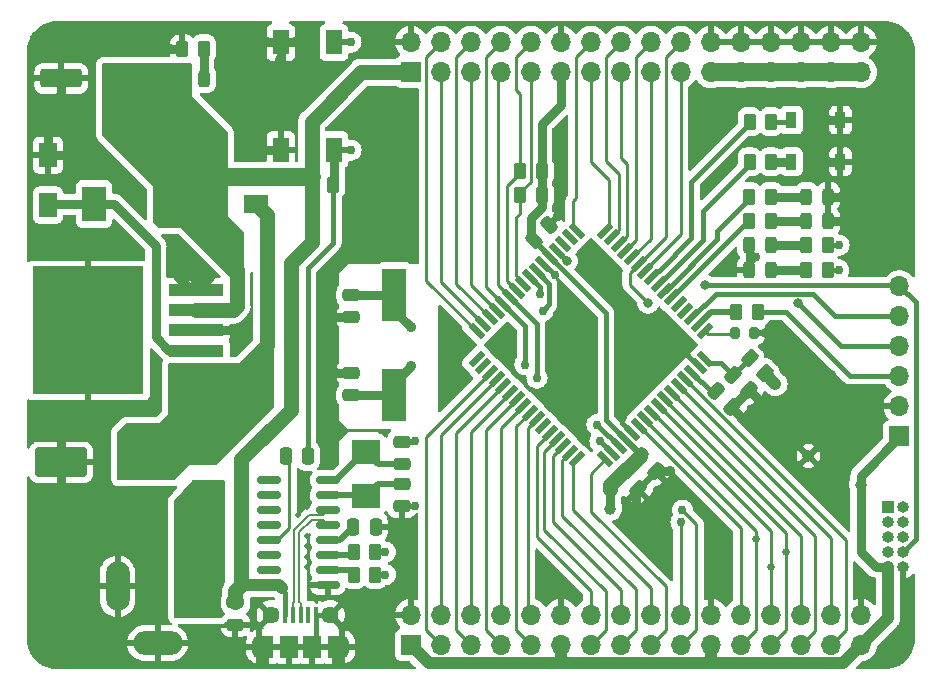
<source format=gbr>
%TF.GenerationSoftware,KiCad,Pcbnew,(6.0.5)*%
%TF.CreationDate,2022-06-14T16:15:44+07:00*%
%TF.ProjectId,atm128,61746d31-3238-42e6-9b69-6361645f7063,0.0*%
%TF.SameCoordinates,Original*%
%TF.FileFunction,Copper,L1,Top*%
%TF.FilePolarity,Positive*%
%FSLAX46Y46*%
G04 Gerber Fmt 4.6, Leading zero omitted, Abs format (unit mm)*
G04 Created by KiCad (PCBNEW (6.0.5)) date 2022-06-14 16:15:44*
%MOMM*%
%LPD*%
G01*
G04 APERTURE LIST*
G04 Aperture macros list*
%AMRoundRect*
0 Rectangle with rounded corners*
0 $1 Rounding radius*
0 $2 $3 $4 $5 $6 $7 $8 $9 X,Y pos of 4 corners*
0 Add a 4 corners polygon primitive as box body*
4,1,4,$2,$3,$4,$5,$6,$7,$8,$9,$2,$3,0*
0 Add four circle primitives for the rounded corners*
1,1,$1+$1,$2,$3*
1,1,$1+$1,$4,$5*
1,1,$1+$1,$6,$7*
1,1,$1+$1,$8,$9*
0 Add four rect primitives between the rounded corners*
20,1,$1+$1,$2,$3,$4,$5,0*
20,1,$1+$1,$4,$5,$6,$7,0*
20,1,$1+$1,$6,$7,$8,$9,0*
20,1,$1+$1,$8,$9,$2,$3,0*%
%AMRotRect*
0 Rectangle, with rotation*
0 The origin of the aperture is its center*
0 $1 length*
0 $2 width*
0 $3 Rotation angle, in degrees counterclockwise*
0 Add horizontal line*
21,1,$1,$2,0,0,$3*%
G04 Aperture macros list end*
%TA.AperFunction,SMDPad,CuDef*%
%ADD10C,1.000000*%
%TD*%
%TA.AperFunction,SMDPad,CuDef*%
%ADD11R,0.400000X1.350000*%
%TD*%
%TA.AperFunction,SMDPad,CuDef*%
%ADD12R,1.500000X1.900000*%
%TD*%
%TA.AperFunction,ComponentPad*%
%ADD13O,1.200000X1.900000*%
%TD*%
%TA.AperFunction,SMDPad,CuDef*%
%ADD14R,1.200000X1.900000*%
%TD*%
%TA.AperFunction,ComponentPad*%
%ADD15C,1.450000*%
%TD*%
%TA.AperFunction,SMDPad,CuDef*%
%ADD16RoundRect,0.250000X-0.262500X-0.450000X0.262500X-0.450000X0.262500X0.450000X-0.262500X0.450000X0*%
%TD*%
%TA.AperFunction,SMDPad,CuDef*%
%ADD17RoundRect,0.250000X0.262500X0.450000X-0.262500X0.450000X-0.262500X-0.450000X0.262500X-0.450000X0*%
%TD*%
%TA.AperFunction,SMDPad,CuDef*%
%ADD18RoundRect,0.200000X0.200000X0.275000X-0.200000X0.275000X-0.200000X-0.275000X0.200000X-0.275000X0*%
%TD*%
%TA.AperFunction,SMDPad,CuDef*%
%ADD19RoundRect,0.250000X-0.512652X-0.159099X-0.159099X-0.512652X0.512652X0.159099X0.159099X0.512652X0*%
%TD*%
%TA.AperFunction,SMDPad,CuDef*%
%ADD20R,2.000000X3.000000*%
%TD*%
%TA.AperFunction,SMDPad,CuDef*%
%ADD21RoundRect,0.243750X-0.243750X-0.456250X0.243750X-0.456250X0.243750X0.456250X-0.243750X0.456250X0*%
%TD*%
%TA.AperFunction,ComponentPad*%
%ADD22R,2.000000X4.600000*%
%TD*%
%TA.AperFunction,ComponentPad*%
%ADD23O,2.000000X4.200000*%
%TD*%
%TA.AperFunction,ComponentPad*%
%ADD24O,4.200000X2.000000*%
%TD*%
%TA.AperFunction,SMDPad,CuDef*%
%ADD25RoundRect,0.250000X0.250000X0.475000X-0.250000X0.475000X-0.250000X-0.475000X0.250000X-0.475000X0*%
%TD*%
%TA.AperFunction,SMDPad,CuDef*%
%ADD26RotRect,1.500000X0.550000X225.000000*%
%TD*%
%TA.AperFunction,SMDPad,CuDef*%
%ADD27RotRect,1.500000X0.550000X315.000000*%
%TD*%
%TA.AperFunction,ComponentPad*%
%ADD28R,1.700000X1.700000*%
%TD*%
%TA.AperFunction,ComponentPad*%
%ADD29O,1.700000X1.700000*%
%TD*%
%TA.AperFunction,SMDPad,CuDef*%
%ADD30RoundRect,0.243750X0.243750X0.456250X-0.243750X0.456250X-0.243750X-0.456250X0.243750X-0.456250X0*%
%TD*%
%TA.AperFunction,SMDPad,CuDef*%
%ADD31R,2.000000X4.500000*%
%TD*%
%TA.AperFunction,SMDPad,CuDef*%
%ADD32RoundRect,0.250000X-0.250000X-0.475000X0.250000X-0.475000X0.250000X0.475000X-0.250000X0.475000X0*%
%TD*%
%TA.AperFunction,SMDPad,CuDef*%
%ADD33R,4.600000X1.100000*%
%TD*%
%TA.AperFunction,SMDPad,CuDef*%
%ADD34R,9.400000X10.800000*%
%TD*%
%TA.AperFunction,SMDPad,CuDef*%
%ADD35RoundRect,0.250000X-0.475000X0.250000X-0.475000X-0.250000X0.475000X-0.250000X0.475000X0.250000X0*%
%TD*%
%TA.AperFunction,SMDPad,CuDef*%
%ADD36RoundRect,0.250000X0.512652X0.159099X0.159099X0.512652X-0.512652X-0.159099X-0.159099X-0.512652X0*%
%TD*%
%TA.AperFunction,SMDPad,CuDef*%
%ADD37RoundRect,0.250000X0.159099X-0.512652X0.512652X-0.159099X-0.159099X0.512652X-0.512652X0.159099X0*%
%TD*%
%TA.AperFunction,SMDPad,CuDef*%
%ADD38R,2.400000X2.000000*%
%TD*%
%TA.AperFunction,SMDPad,CuDef*%
%ADD39RoundRect,0.250000X1.950000X1.000000X-1.950000X1.000000X-1.950000X-1.000000X1.950000X-1.000000X0*%
%TD*%
%TA.AperFunction,SMDPad,CuDef*%
%ADD40R,1.500000X2.120000*%
%TD*%
%TA.AperFunction,ComponentPad*%
%ADD41R,1.000000X1.000000*%
%TD*%
%TA.AperFunction,ComponentPad*%
%ADD42O,1.000000X1.000000*%
%TD*%
%TA.AperFunction,SMDPad,CuDef*%
%ADD43RoundRect,0.250000X0.475000X-0.250000X0.475000X0.250000X-0.475000X0.250000X-0.475000X-0.250000X0*%
%TD*%
%TA.AperFunction,SMDPad,CuDef*%
%ADD44RoundRect,0.250000X1.500000X0.550000X-1.500000X0.550000X-1.500000X-0.550000X1.500000X-0.550000X0*%
%TD*%
%TA.AperFunction,SMDPad,CuDef*%
%ADD45R,0.950000X1.400000*%
%TD*%
%TA.AperFunction,SMDPad,CuDef*%
%ADD46R,1.400000X2.100000*%
%TD*%
%TA.AperFunction,SMDPad,CuDef*%
%ADD47R,2.120000X1.500000*%
%TD*%
%TA.AperFunction,SMDPad,CuDef*%
%ADD48RoundRect,0.150000X0.825000X0.150000X-0.825000X0.150000X-0.825000X-0.150000X0.825000X-0.150000X0*%
%TD*%
%TA.AperFunction,SMDPad,CuDef*%
%ADD49RoundRect,0.250000X0.503814X0.132583X0.132583X0.503814X-0.503814X-0.132583X-0.132583X-0.503814X0*%
%TD*%
%TA.AperFunction,ViaPad*%
%ADD50C,0.660400*%
%TD*%
%TA.AperFunction,ViaPad*%
%ADD51C,0.914400*%
%TD*%
%TA.AperFunction,ViaPad*%
%ADD52C,0.762000*%
%TD*%
%TA.AperFunction,ViaPad*%
%ADD53C,0.508000*%
%TD*%
%TA.AperFunction,ViaPad*%
%ADD54C,1.168400*%
%TD*%
%TA.AperFunction,ViaPad*%
%ADD55C,0.800000*%
%TD*%
%TA.AperFunction,Conductor*%
%ADD56C,0.762000*%
%TD*%
%TA.AperFunction,Conductor*%
%ADD57C,1.270000*%
%TD*%
%TA.AperFunction,Conductor*%
%ADD58C,0.508000*%
%TD*%
%TA.AperFunction,Conductor*%
%ADD59C,0.381000*%
%TD*%
%TA.AperFunction,Conductor*%
%ADD60C,1.524000*%
%TD*%
%TA.AperFunction,Conductor*%
%ADD61C,1.016000*%
%TD*%
%TA.AperFunction,Conductor*%
%ADD62C,0.254000*%
%TD*%
%TA.AperFunction,Conductor*%
%ADD63C,0.250000*%
%TD*%
%TA.AperFunction,Conductor*%
%ADD64C,0.200000*%
%TD*%
G04 APERTURE END LIST*
D10*
%TO.P,TP5,1,1*%
%TO.N,/power_in*%
X66421000Y-60071000D03*
%TD*%
D11*
%TO.P,J6,1,VBUS*%
%TO.N,+5V*%
X75720000Y-76177500D03*
%TO.P,J6,2,D-*%
%TO.N,/USB_D-*%
X76370000Y-76177500D03*
%TO.P,J6,3,D+*%
%TO.N,/USB_D+*%
X77020000Y-76177500D03*
%TO.P,J6,4,ID*%
%TO.N,unconnected-(J6-Pad4)*%
X77670000Y-76177500D03*
%TO.P,J6,5,GND*%
%TO.N,GND*%
X78320000Y-76177500D03*
D12*
%TO.P,J6,6,Shield*%
X78020000Y-78877500D03*
X76020000Y-78877500D03*
D13*
X73520000Y-78877500D03*
D14*
X74120000Y-78877500D03*
D15*
X79520000Y-76177500D03*
D14*
X79920000Y-78877500D03*
D15*
X74520000Y-76177500D03*
D13*
X80520000Y-78877500D03*
%TD*%
D16*
%TO.P,R4,1*%
%TO.N,/{slash}user_button_B*%
X115038500Y-34417000D03*
%TO.P,R4,2*%
%TO.N,Net-(R4-Pad2)*%
X116863500Y-34417000D03*
%TD*%
D10*
%TO.P,TP1,1,1*%
%TO.N,+5V*%
X69088000Y-36322000D03*
%TD*%
D17*
%TO.P,R10,1*%
%TO.N,/TXD0*%
X121664100Y-44881800D03*
%TO.P,R10,2*%
%TO.N,Net-(D7-Pad2)*%
X119839100Y-44881800D03*
%TD*%
D18*
%TO.P,R9,1*%
%TO.N,GND*%
X115429800Y-52324000D03*
%TO.P,R9,2*%
%TO.N,/{slash}PEN*%
X113779800Y-52324000D03*
%TD*%
D19*
%TO.P,C6,2*%
%TO.N,GND*%
X114971751Y-57186751D03*
%TO.P,C6,1*%
%TO.N,VDDA*%
X113628249Y-55843249D03*
%TD*%
D16*
%TO.P,R2,1*%
%TO.N,+5V*%
X77954500Y-39751000D03*
%TO.P,R2,2*%
%TO.N,/{slash}reset*%
X79779500Y-39751000D03*
%TD*%
D17*
%TO.P,R5,1*%
%TO.N,/RXD0*%
X115720500Y-50546000D03*
%TO.P,R5,2*%
%TO.N,Net-(R5-Pad2)*%
X113895500Y-50546000D03*
%TD*%
%TO.P,R14,1*%
%TO.N,/RXD1*%
X83335500Y-72771000D03*
%TO.P,R14,2*%
%TO.N,/CH_TX*%
X81510500Y-72771000D03*
%TD*%
%TO.P,R13,1*%
%TO.N,+5V*%
X97432500Y-38608000D03*
%TO.P,R13,2*%
%TO.N,/PD1*%
X95607500Y-38608000D03*
%TD*%
D20*
%TO.P,L1,1*%
%TO.N,/buck_sw*%
X59538000Y-41402000D03*
%TO.P,L1,2*%
%TO.N,+5V*%
X65938000Y-41402000D03*
%TD*%
D21*
%TO.P,D7,1,K*%
%TO.N,GND*%
X114988100Y-44881800D03*
%TO.P,D7,2,A*%
%TO.N,Net-(D7-Pad2)*%
X116863100Y-44881800D03*
%TD*%
D17*
%TO.P,R1,1*%
%TO.N,Net-(D4-Pad1)*%
X68832100Y-28244800D03*
%TO.P,R1,2*%
%TO.N,GND*%
X67007100Y-28244800D03*
%TD*%
D22*
%TO.P,J1,1*%
%TO.N,/p*%
X67818000Y-73771989D03*
D23*
%TO.P,J1,2*%
%TO.N,GND*%
X61518000Y-73771989D03*
D24*
%TO.P,J1,3*%
X64918000Y-78571989D03*
%TD*%
D16*
%TO.P,R3,1*%
%TO.N,/{slash}user_button_A*%
X115038500Y-37820600D03*
%TO.P,R3,2*%
%TO.N,Net-(R3-Pad2)*%
X116863500Y-37820600D03*
%TD*%
D25*
%TO.P,C12,1*%
%TO.N,GND*%
X83373000Y-68707000D03*
%TO.P,C12,2*%
%TO.N,Net-(C12-Pad2)*%
X81473000Y-68707000D03*
%TD*%
D16*
%TO.P,R7,1*%
%TO.N,/user_led_A*%
X115013100Y-42875200D03*
%TO.P,R7,2*%
%TO.N,Net-(D5-Pad2)*%
X116838100Y-42875200D03*
%TD*%
D26*
%TO.P,U2,1,~{PEN}*%
%TO.N,/{slash}PEN*%
X111287363Y-52137918D03*
%TO.P,U2,2,PE0*%
%TO.N,Net-(R5-Pad2)*%
X110721677Y-51572233D03*
%TO.P,U2,3,PE1*%
%TO.N,/TXD0*%
X110155992Y-51006548D03*
%TO.P,U2,4,PE2*%
%TO.N,/PE2*%
X109590307Y-50440862D03*
%TO.P,U2,5,PE3*%
%TO.N,/PE3*%
X109024621Y-49875177D03*
%TO.P,U2,6,PE4*%
%TO.N,/user_led_A*%
X108458936Y-49309491D03*
%TO.P,U2,7,PE5*%
%TO.N,/user_led_B*%
X107893250Y-48743806D03*
%TO.P,U2,8,PE6*%
%TO.N,/{slash}user_button_A*%
X107327565Y-48178120D03*
%TO.P,U2,9,PE7*%
%TO.N,/{slash}user_button_B*%
X106761880Y-47612435D03*
%TO.P,U2,10,PB0*%
%TO.N,/{slash}SPI_SS*%
X106196194Y-47046750D03*
%TO.P,U2,11,PB1*%
%TO.N,/SPI_SCK*%
X105630509Y-46481064D03*
%TO.P,U2,12,PB2*%
%TO.N,/SPI_MOSI*%
X105064823Y-45915379D03*
%TO.P,U2,13,PB3*%
%TO.N,/SPI_MISO*%
X104499138Y-45349693D03*
%TO.P,U2,14,PB4*%
%TO.N,/PB4*%
X103933452Y-44784008D03*
%TO.P,U2,15,PB5*%
%TO.N,/PB5*%
X103367767Y-44218323D03*
%TO.P,U2,16,PB6*%
%TO.N,/PB6*%
X102802082Y-43652637D03*
D27*
%TO.P,U2,17,PB7*%
%TO.N,/PB7*%
X100397918Y-43652637D03*
%TO.P,U2,18,PG3*%
%TO.N,/PG3*%
X99832233Y-44218323D03*
%TO.P,U2,19,PG4*%
%TO.N,/PG4*%
X99266548Y-44784008D03*
%TO.P,U2,20,~{RESET}*%
%TO.N,/{slash}reset*%
X98700862Y-45349693D03*
%TO.P,U2,21,VCC*%
%TO.N,+5V*%
X98135177Y-45915379D03*
%TO.P,U2,22,GND*%
%TO.N,GND*%
X97569491Y-46481064D03*
%TO.P,U2,23,XTAL2*%
%TO.N,/XTAL2*%
X97003806Y-47046750D03*
%TO.P,U2,24,XTAL1*%
%TO.N,/XTAL1*%
X96438120Y-47612435D03*
%TO.P,U2,25,PD0*%
%TO.N,/PD0*%
X95872435Y-48178120D03*
%TO.P,U2,26,PD1*%
%TO.N,/PD1*%
X95306750Y-48743806D03*
%TO.P,U2,27,PD2*%
%TO.N,/RXD1*%
X94741064Y-49309491D03*
%TO.P,U2,28,PD3*%
%TO.N,/TXD1*%
X94175379Y-49875177D03*
%TO.P,U2,29,PD4*%
%TO.N,/PD4*%
X93609693Y-50440862D03*
%TO.P,U2,30,PD5*%
%TO.N,/PD5*%
X93044008Y-51006548D03*
%TO.P,U2,31,PD6*%
%TO.N,/PD6*%
X92478323Y-51572233D03*
%TO.P,U2,32,PD7*%
%TO.N,/PD7*%
X91912637Y-52137918D03*
D26*
%TO.P,U2,33,PG0*%
%TO.N,/PG0*%
X91912637Y-54542082D03*
%TO.P,U2,34,PG1*%
%TO.N,/PG1*%
X92478323Y-55107767D03*
%TO.P,U2,35,PC0*%
%TO.N,/PC0*%
X93044008Y-55673452D03*
%TO.P,U2,36,PC1*%
%TO.N,/PC1*%
X93609693Y-56239138D03*
%TO.P,U2,37,PC2*%
%TO.N,/PC2*%
X94175379Y-56804823D03*
%TO.P,U2,38,PC3*%
%TO.N,/PC3*%
X94741064Y-57370509D03*
%TO.P,U2,39,PC4*%
%TO.N,/PC4*%
X95306750Y-57936194D03*
%TO.P,U2,40,PC5*%
%TO.N,/PC5*%
X95872435Y-58501880D03*
%TO.P,U2,41,PC6*%
%TO.N,/PC6*%
X96438120Y-59067565D03*
%TO.P,U2,42,PC7*%
%TO.N,/PC7*%
X97003806Y-59633250D03*
%TO.P,U2,43,PG2*%
%TO.N,/PG2*%
X97569491Y-60198936D03*
%TO.P,U2,44,PA7*%
%TO.N,/PA7*%
X98135177Y-60764621D03*
%TO.P,U2,45,PA6*%
%TO.N,/PA6*%
X98700862Y-61330307D03*
%TO.P,U2,46,PA5*%
%TO.N,/PA5*%
X99266548Y-61895992D03*
%TO.P,U2,47,PA4*%
%TO.N,/PA4*%
X99832233Y-62461677D03*
%TO.P,U2,48,PA3*%
%TO.N,/PA3*%
X100397918Y-63027363D03*
D27*
%TO.P,U2,49,PA2*%
%TO.N,/PA2*%
X102802082Y-63027363D03*
%TO.P,U2,50,PA1*%
%TO.N,/PA1*%
X103367767Y-62461677D03*
%TO.P,U2,51,PA0*%
%TO.N,/PA0*%
X103933452Y-61895992D03*
%TO.P,U2,52,VCC*%
%TO.N,+5V*%
X104499138Y-61330307D03*
%TO.P,U2,53,GND*%
%TO.N,GND*%
X105064823Y-60764621D03*
%TO.P,U2,54,PF7*%
%TO.N,/jtag_TDI*%
X105630509Y-60198936D03*
%TO.P,U2,55,PF6*%
%TO.N,/jtag_TDO*%
X106196194Y-59633250D03*
%TO.P,U2,56,PF5*%
%TO.N,/jtag_TMS*%
X106761880Y-59067565D03*
%TO.P,U2,57,PF4*%
%TO.N,/jtag_TCK*%
X107327565Y-58501880D03*
%TO.P,U2,58,PF3*%
%TO.N,/PF3*%
X107893250Y-57936194D03*
%TO.P,U2,59,PF2*%
%TO.N,/PF2*%
X108458936Y-57370509D03*
%TO.P,U2,60,PF1*%
%TO.N,/PF1*%
X109024621Y-56804823D03*
%TO.P,U2,61,PF0*%
%TO.N,/PF0*%
X109590307Y-56239138D03*
%TO.P,U2,62,AREF*%
%TO.N,/AREF*%
X110155992Y-55673452D03*
%TO.P,U2,63,GND*%
%TO.N,GND*%
X110721677Y-55107767D03*
%TO.P,U2,64,AVCC*%
%TO.N,VDDA*%
X111287363Y-54542082D03*
%TD*%
D28*
%TO.P,J3,1,Pin_1*%
%TO.N,+5V*%
X86359989Y-78740000D03*
D29*
%TO.P,J3,2,Pin_2*%
%TO.N,GND*%
X86359989Y-76200000D03*
%TO.P,J3,3,Pin_3*%
%TO.N,/PC0*%
X88899989Y-78740000D03*
%TO.P,J3,4,Pin_4*%
%TO.N,/PC1*%
X88899989Y-76200000D03*
%TO.P,J3,5,Pin_5*%
%TO.N,/PC2*%
X91439989Y-78740000D03*
%TO.P,J3,6,Pin_6*%
%TO.N,/PC3*%
X91439989Y-76200000D03*
%TO.P,J3,7,Pin_7*%
%TO.N,/PC4*%
X93979989Y-78740000D03*
%TO.P,J3,8,Pin_8*%
%TO.N,/PC5*%
X93979989Y-76200000D03*
%TO.P,J3,9,Pin_9*%
%TO.N,/PC6*%
X96519989Y-78740000D03*
%TO.P,J3,10,Pin_10*%
%TO.N,/PC7*%
X96519989Y-76200000D03*
%TO.P,J3,11,Pin_11*%
%TO.N,+5V*%
X99059989Y-78740000D03*
%TO.P,J3,12,Pin_12*%
%TO.N,GND*%
X99059989Y-76200000D03*
%TO.P,J3,13,Pin_13*%
%TO.N,/PA6*%
X101599989Y-78740000D03*
%TO.P,J3,14,Pin_14*%
%TO.N,/PA7*%
X101599989Y-76200000D03*
%TO.P,J3,15,Pin_15*%
%TO.N,/PA4*%
X104139989Y-78740000D03*
%TO.P,J3,16,Pin_16*%
%TO.N,/PA5*%
X104139989Y-76200000D03*
%TO.P,J3,17,Pin_17*%
%TO.N,/PA2*%
X106679989Y-78740000D03*
%TO.P,J3,18,Pin_18*%
%TO.N,/PA3*%
X106679989Y-76200000D03*
%TO.P,J3,19,Pin_19*%
%TO.N,/PA0*%
X109219989Y-78740000D03*
%TO.P,J3,20,Pin_20*%
%TO.N,/PA1*%
X109219989Y-76200000D03*
%TO.P,J3,21,Pin_21*%
%TO.N,+5V*%
X111759989Y-78740000D03*
%TO.P,J3,22,Pin_22*%
%TO.N,GND*%
X111759989Y-76200000D03*
%TO.P,J3,23,Pin_23*%
%TO.N,/jtag_TDO*%
X114299989Y-78740000D03*
%TO.P,J3,24,Pin_24*%
%TO.N,/jtag_TDI*%
X114299989Y-76200000D03*
%TO.P,J3,25,Pin_25*%
%TO.N,/jtag_TCK*%
X116839989Y-78740000D03*
%TO.P,J3,26,Pin_26*%
%TO.N,/jtag_TMS*%
X116839989Y-76200000D03*
%TO.P,J3,27,Pin_27*%
%TO.N,/PF2*%
X119379989Y-78740000D03*
%TO.P,J3,28,Pin_28*%
%TO.N,/PF3*%
X119379989Y-76200000D03*
%TO.P,J3,29,Pin_29*%
%TO.N,/PF0*%
X121919989Y-78740000D03*
%TO.P,J3,30,Pin_30*%
%TO.N,/PF1*%
X121919989Y-76200000D03*
%TO.P,J3,31,Pin_31*%
%TO.N,+5V*%
X124459989Y-78740000D03*
%TO.P,J3,32,Pin_32*%
%TO.N,GND*%
X124459989Y-76200000D03*
%TD*%
D30*
%TO.P,D4,1,K*%
%TO.N,Net-(D4-Pad1)*%
X68857100Y-30784800D03*
%TO.P,D4,2,A*%
%TO.N,+5V*%
X66982100Y-30784800D03*
%TD*%
D31*
%TO.P,XTAL1,1,1*%
%TO.N,/XTAL2*%
X84963000Y-57590000D03*
%TO.P,XTAL1,2,2*%
%TO.N,/XTAL1*%
X84963000Y-49090000D03*
%TD*%
D17*
%TO.P,R15,1*%
%TO.N,/TXD1*%
X83335500Y-70866000D03*
%TO.P,R15,2*%
%TO.N,/CH_RX*%
X81510500Y-70866000D03*
%TD*%
D32*
%TO.P,C13,1*%
%TO.N,Net-(C13-Pad1)*%
X75758000Y-62738000D03*
%TO.P,C13,2*%
%TO.N,/{slash}reset*%
X77658000Y-62738000D03*
%TD*%
D28*
%TO.P,J2,1,Pin_1*%
%TO.N,+5V*%
X86360000Y-30226000D03*
D29*
%TO.P,J2,2,Pin_2*%
%TO.N,GND*%
X86360000Y-27686000D03*
%TO.P,J2,3,Pin_3*%
%TO.N,/PD6*%
X88900000Y-30226000D03*
%TO.P,J2,4,Pin_4*%
%TO.N,/PD7*%
X88900000Y-27686000D03*
%TO.P,J2,5,Pin_5*%
%TO.N,/PD4*%
X91440000Y-30226000D03*
%TO.P,J2,6,Pin_6*%
%TO.N,/PD5*%
X91440000Y-27686000D03*
%TO.P,J2,7,Pin_7*%
%TO.N,/RXD1*%
X93980000Y-30226000D03*
%TO.P,J2,8,Pin_8*%
%TO.N,/TXD1*%
X93980000Y-27686000D03*
%TO.P,J2,9,Pin_9*%
%TO.N,/PD0*%
X96520000Y-30226000D03*
%TO.P,J2,10,Pin_10*%
%TO.N,/PD1*%
X96520000Y-27686000D03*
%TO.P,J2,11,Pin_11*%
%TO.N,+5V*%
X99060000Y-30226000D03*
%TO.P,J2,12,Pin_12*%
%TO.N,GND*%
X99060000Y-27686000D03*
%TO.P,J2,13,Pin_13*%
%TO.N,/PB6*%
X101600000Y-30226000D03*
%TO.P,J2,14,Pin_14*%
%TO.N,/PB7*%
X101600000Y-27686000D03*
%TO.P,J2,15,Pin_15*%
%TO.N,/PB4*%
X104140000Y-30226000D03*
%TO.P,J2,16,Pin_16*%
%TO.N,/PB5*%
X104140000Y-27686000D03*
%TO.P,J2,17,Pin_17*%
%TO.N,/SPI_MOSI*%
X106680000Y-30226000D03*
%TO.P,J2,18,Pin_18*%
%TO.N,/SPI_MISO*%
X106680000Y-27686000D03*
%TO.P,J2,19,Pin_19*%
%TO.N,/{slash}SPI_SS*%
X109220000Y-30226000D03*
%TO.P,J2,20,Pin_20*%
%TO.N,/SPI_SCK*%
X109220000Y-27686000D03*
%TO.P,J2,21,Pin_21*%
%TO.N,+5V*%
X111760000Y-30226000D03*
%TO.P,J2,22,Pin_22*%
%TO.N,GND*%
X111760000Y-27686000D03*
%TO.P,J2,23,Pin_23*%
%TO.N,+5V*%
X114300000Y-30226000D03*
%TO.P,J2,24,Pin_24*%
%TO.N,GND*%
X114300000Y-27686000D03*
%TO.P,J2,25,Pin_25*%
%TO.N,+5V*%
X116840000Y-30226000D03*
%TO.P,J2,26,Pin_26*%
%TO.N,GND*%
X116840000Y-27686000D03*
%TO.P,J2,27,Pin_27*%
%TO.N,+5V*%
X119380000Y-30226000D03*
%TO.P,J2,28,Pin_28*%
%TO.N,GND*%
X119380000Y-27686000D03*
%TO.P,J2,29,Pin_29*%
%TO.N,+5V*%
X121920000Y-30226000D03*
%TO.P,J2,30,Pin_30*%
%TO.N,GND*%
X121920000Y-27686000D03*
%TO.P,J2,31,Pin_31*%
%TO.N,+5V*%
X124460000Y-30226000D03*
%TO.P,J2,32,Pin_32*%
%TO.N,GND*%
X124460000Y-27686000D03*
%TD*%
D33*
%TO.P,U1,5,~{ON}/OFF*%
%TO.N,GND*%
X68193011Y-48708011D03*
%TO.P,U1,4,FB*%
%TO.N,+5V*%
X68193011Y-50408011D03*
%TO.P,U1,3,GND*%
%TO.N,GND*%
X68193011Y-52108011D03*
D34*
X59043011Y-52108011D03*
D33*
%TO.P,U1,2,OUT*%
%TO.N,/buck_sw*%
X68193011Y-53808011D03*
%TO.P,U1,1,VIN*%
%TO.N,/power_in*%
X68193011Y-55508011D03*
%TD*%
D30*
%TO.P,D6,1,K*%
%TO.N,GND*%
X121689100Y-40767000D03*
%TO.P,D6,2,A*%
%TO.N,Net-(D6-Pad2)*%
X119814100Y-40767000D03*
%TD*%
D17*
%TO.P,R11,1*%
%TO.N,/RXD0*%
X121664100Y-46964600D03*
%TO.P,R11,2*%
%TO.N,Net-(D8-Pad2)*%
X119839100Y-46964600D03*
%TD*%
D35*
%TO.P,C8,1*%
%TO.N,GND*%
X81280000Y-55692000D03*
%TO.P,C8,2*%
%TO.N,/XTAL2*%
X81280000Y-57592000D03*
%TD*%
D19*
%TO.P,C4,2*%
%TO.N,GND*%
X105610502Y-65568751D03*
%TO.P,C4,1*%
%TO.N,+5V*%
X104267000Y-64225249D03*
%TD*%
D36*
%TO.P,C9,1*%
%TO.N,GND*%
X113549351Y-58609151D03*
%TO.P,C9,2*%
%TO.N,/AREF*%
X112205849Y-57265649D03*
%TD*%
D30*
%TO.P,D5,1,K*%
%TO.N,GND*%
X121689100Y-42875200D03*
%TO.P,D5,2,A*%
%TO.N,Net-(D5-Pad2)*%
X119814100Y-42875200D03*
%TD*%
D17*
%TO.P,R12,1*%
%TO.N,+5V*%
X97432500Y-40640000D03*
%TO.P,R12,2*%
%TO.N,/PD0*%
X95607500Y-40640000D03*
%TD*%
D37*
%TO.P,C5,2*%
%TO.N,GND*%
X98080751Y-43143249D03*
%TO.P,C5,1*%
%TO.N,+5V*%
X96737249Y-44486751D03*
%TD*%
D38*
%TO.P,Y1,1,1*%
%TO.N,Net-(C11-Pad2)*%
X82550000Y-62412000D03*
%TO.P,Y1,2,2*%
%TO.N,Net-(C10-Pad2)*%
X82550000Y-66112000D03*
%TD*%
D39*
%TO.P,C1,1*%
%TO.N,/power_in*%
X64152011Y-63284011D03*
%TO.P,C1,2*%
%TO.N,GND*%
X56752011Y-63284011D03*
%TD*%
D40*
%TO.P,D1,A*%
%TO.N,/p*%
X68834011Y-66244011D03*
%TO.P,D1,C*%
%TO.N,/power_in*%
X68834011Y-62014011D03*
%TD*%
D19*
%TO.P,C3,2*%
%TO.N,GND*%
X107097751Y-64044751D03*
%TO.P,C3,1*%
%TO.N,+5V*%
X105754249Y-62701249D03*
%TD*%
D10*
%TO.P,TP2,1,1*%
%TO.N,+5V*%
X103251000Y-67183000D03*
%TD*%
D41*
%TO.P,J5,1,Pin_1*%
%TO.N,/jtag_TCK*%
X126746000Y-67056000D03*
D42*
%TO.P,J5,2,Pin_2*%
%TO.N,/jtag_TDO*%
X128016000Y-67056000D03*
%TO.P,J5,3,Pin_3*%
%TO.N,/jtag_TMS*%
X126746000Y-68326000D03*
%TO.P,J5,4,Pin_4*%
%TO.N,unconnected-(J5-Pad4)*%
X128016000Y-68326000D03*
%TO.P,J5,5,Pin_5*%
%TO.N,/jtag_TDI*%
X126746000Y-69596000D03*
%TO.P,J5,6,Pin_6*%
%TO.N,GND*%
X128016000Y-69596000D03*
%TO.P,J5,7,Pin_7*%
%TO.N,unconnected-(J5-Pad7)*%
X126746000Y-70866000D03*
%TO.P,J5,8,Pin_8*%
%TO.N,/{slash}reset*%
X128016000Y-70866000D03*
%TO.P,J5,9,Pin_9*%
%TO.N,+5V*%
X126746000Y-72136000D03*
%TO.P,J5,10,Pin_10*%
%TO.N,GND*%
X128016000Y-72136000D03*
%TD*%
D43*
%TO.P,C10,1*%
%TO.N,GND*%
X85598000Y-66990000D03*
%TO.P,C10,2*%
%TO.N,Net-(C10-Pad2)*%
X85598000Y-65090000D03*
%TD*%
D10*
%TO.P,TP4,1,1*%
%TO.N,GND*%
X120015000Y-62738000D03*
%TD*%
D43*
%TO.P,C14,1*%
%TO.N,GND*%
X71501000Y-77023000D03*
%TO.P,C14,2*%
%TO.N,+5V*%
X71501000Y-75123000D03*
%TD*%
D28*
%TO.P,J4,1,Pin_1*%
%TO.N,+5V*%
X127711200Y-61061600D03*
D29*
%TO.P,J4,2,Pin_2*%
%TO.N,GND*%
X127711200Y-58521600D03*
%TO.P,J4,3,Pin_3*%
%TO.N,/RXD0*%
X127711200Y-55981600D03*
%TO.P,J4,4,Pin_4*%
%TO.N,/SPI_SCK*%
X127711200Y-53441600D03*
%TO.P,J4,5,Pin_5*%
%TO.N,/TXD0*%
X127711200Y-50901600D03*
%TO.P,J4,6,Pin_6*%
%TO.N,/{slash}reset*%
X127711200Y-48361600D03*
%TD*%
D16*
%TO.P,R8,1*%
%TO.N,/user_led_B*%
X115013100Y-40767000D03*
%TO.P,R8,2*%
%TO.N,Net-(D6-Pad2)*%
X116838100Y-40767000D03*
%TD*%
D43*
%TO.P,C7,1*%
%TO.N,GND*%
X81280000Y-50988000D03*
%TO.P,C7,2*%
%TO.N,/XTAL1*%
X81280000Y-49088000D03*
%TD*%
D44*
%TO.P,C2,1*%
%TO.N,+5V*%
X62136011Y-30772011D03*
%TO.P,C2,2*%
%TO.N,GND*%
X56736011Y-30772011D03*
%TD*%
D35*
%TO.P,C11,1*%
%TO.N,GND*%
X85598000Y-61534000D03*
%TO.P,C11,2*%
%TO.N,Net-(C11-Pad2)*%
X85598000Y-63434000D03*
%TD*%
D45*
%TO.P,S3,1*%
%TO.N,GND*%
X122725000Y-34290000D03*
%TO.P,S3,2*%
%TO.N,Net-(R4-Pad2)*%
X118575000Y-34290000D03*
%TD*%
D40*
%TO.P,D3,A*%
%TO.N,GND*%
X55626000Y-37255000D03*
%TO.P,D3,C*%
%TO.N,/buck_sw*%
X55626000Y-41485000D03*
%TD*%
D21*
%TO.P,D8,1,K*%
%TO.N,GND*%
X114988100Y-46964600D03*
%TO.P,D8,2,A*%
%TO.N,Net-(D8-Pad2)*%
X116863100Y-46964600D03*
%TD*%
D45*
%TO.P,S2,1*%
%TO.N,GND*%
X122725000Y-37820600D03*
%TO.P,S2,2*%
%TO.N,Net-(R3-Pad2)*%
X118575000Y-37820600D03*
%TD*%
D46*
%TO.P,S1,1*%
%TO.N,GND*%
X75347000Y-36808000D03*
%TO.P,S1,2*%
X75347000Y-27708000D03*
%TO.P,S1,3*%
%TO.N,/{slash}reset*%
X79847000Y-36808000D03*
%TO.P,S1,4*%
X79847000Y-27708000D03*
%TD*%
D47*
%TO.P,D2,A*%
%TO.N,+5V*%
X69005000Y-41402000D03*
%TO.P,D2,C*%
%TO.N,/power_in*%
X73235000Y-41402000D03*
%TD*%
D48*
%TO.P,U3,1,GND*%
%TO.N,GND*%
X79310000Y-73660000D03*
%TO.P,U3,2,TXD*%
%TO.N,/CH_TX*%
X79310000Y-72390000D03*
%TO.P,U3,3,RXD*%
%TO.N,/CH_RX*%
X79310000Y-71120000D03*
%TO.P,U3,4,V3*%
%TO.N,Net-(C12-Pad2)*%
X79310000Y-69850000D03*
%TO.P,U3,5,UD+*%
%TO.N,/USB_D+*%
X79310000Y-68580000D03*
%TO.P,U3,6,UD-*%
%TO.N,/USB_D-*%
X79310000Y-67310000D03*
%TO.P,U3,7,XI*%
%TO.N,Net-(C10-Pad2)*%
X79310000Y-66040000D03*
%TO.P,U3,8,XO*%
%TO.N,Net-(C11-Pad2)*%
X79310000Y-64770000D03*
%TO.P,U3,9,~{CTS}*%
%TO.N,unconnected-(U3-Pad9)*%
X74360000Y-64770000D03*
%TO.P,U3,10,~{DSR}*%
%TO.N,unconnected-(U3-Pad10)*%
X74360000Y-66040000D03*
%TO.P,U3,11,~{RI}*%
%TO.N,unconnected-(U3-Pad11)*%
X74360000Y-67310000D03*
%TO.P,U3,12,~{DCD}*%
%TO.N,unconnected-(U3-Pad12)*%
X74360000Y-68580000D03*
%TO.P,U3,13,~{DTR}*%
%TO.N,Net-(C13-Pad1)*%
X74360000Y-69850000D03*
%TO.P,U3,14,~{RTS}*%
%TO.N,unconnected-(U3-Pad14)*%
X74360000Y-71120000D03*
%TO.P,U3,15,R232*%
%TO.N,unconnected-(U3-Pad15)*%
X74360000Y-72390000D03*
%TO.P,U3,16,VCC*%
%TO.N,+5V*%
X74360000Y-73660000D03*
%TD*%
D10*
%TO.P,TP3,1,1*%
%TO.N,+5V*%
X124460000Y-65151000D03*
%TD*%
D49*
%TO.P,R6,1*%
%TO.N,+5V*%
X116316835Y-55737835D03*
%TO.P,R6,2*%
%TO.N,VDDA*%
X115026365Y-54447365D03*
%TD*%
D50*
%TO.N,GND*%
X105537000Y-55880000D03*
X99187000Y-57150000D03*
D51*
X56769000Y-61341000D03*
X121666000Y-34290000D03*
D50*
X99060000Y-54610000D03*
X56515000Y-48641000D03*
D52*
X68072000Y-47498000D03*
D50*
X59690000Y-54229000D03*
X100330000Y-50800000D03*
D51*
X105410000Y-66802000D03*
X104267000Y-59436000D03*
X56769000Y-65151000D03*
D52*
X98552000Y-47447200D03*
X69342000Y-47498000D03*
D51*
X121920000Y-58420000D03*
D53*
X77597000Y-71247000D03*
X79375000Y-46990000D03*
D50*
X59690000Y-47498000D03*
D53*
X88900000Y-55880000D03*
D51*
X79832200Y-51003200D03*
X57150000Y-37211000D03*
D53*
X79375000Y-57150000D03*
D50*
X101727000Y-57150000D03*
X58420000Y-49784000D03*
X57150000Y-54229000D03*
D53*
X85090000Y-33020000D03*
D52*
X86741000Y-61468000D03*
D50*
X58420000Y-54229000D03*
D51*
X109575600Y-54000400D03*
X123190000Y-57150000D03*
D50*
X57150000Y-49784000D03*
X55880000Y-47498000D03*
D51*
X75311000Y-29210000D03*
D52*
X86741000Y-66929000D03*
D50*
X107950000Y-53340000D03*
X55880000Y-56515000D03*
D53*
X86360000Y-44450000D03*
D50*
X55880000Y-51816000D03*
X101727000Y-54610000D03*
D53*
X85090000Y-35560000D03*
X85090000Y-38100000D03*
D50*
X60325000Y-48641000D03*
X58420000Y-47498000D03*
X60960000Y-47498000D03*
X57785000Y-55372000D03*
D51*
X71120000Y-52070000D03*
D50*
X59690000Y-49784000D03*
X60960000Y-51816000D03*
X62230000Y-47498000D03*
X60960000Y-54229000D03*
D53*
X71755000Y-53340000D03*
D50*
X60960000Y-49784000D03*
X60325000Y-50800000D03*
X117856000Y-52324000D03*
D52*
X66548000Y-47498000D03*
D53*
X83947000Y-41910000D03*
D50*
X60960000Y-56515000D03*
D52*
X115722400Y-57912000D03*
D50*
X61595000Y-55372000D03*
D53*
X85090000Y-43180000D03*
X77597000Y-70358000D03*
D50*
X117983000Y-53467000D03*
X62230000Y-51816000D03*
D53*
X82550000Y-40640000D03*
D50*
X57785000Y-52959000D03*
X104140000Y-52070000D03*
X55245000Y-48641000D03*
X104140000Y-54610000D03*
D51*
X74168000Y-27686000D03*
D50*
X57150000Y-47498000D03*
X104140000Y-57150000D03*
X100330000Y-53340000D03*
D53*
X82423000Y-45720000D03*
D50*
X56515000Y-52959000D03*
X57785000Y-50800000D03*
X61595000Y-50800000D03*
X55245000Y-52959000D03*
X57785000Y-48641000D03*
X55245000Y-50800000D03*
X59690000Y-56515000D03*
D53*
X72517000Y-51562000D03*
D52*
X115570000Y-45923200D03*
D50*
X56515000Y-55372000D03*
X62230000Y-54229000D03*
X62230000Y-49784000D03*
D53*
X76835000Y-67691000D03*
D50*
X59690000Y-51816000D03*
D51*
X76581000Y-27686000D03*
D53*
X81280000Y-41910000D03*
X83820000Y-34290000D03*
X82550000Y-35560000D03*
D50*
X58420000Y-51816000D03*
D53*
X88900000Y-57150000D03*
D51*
X121920000Y-55880000D03*
D53*
X79756000Y-62992000D03*
D50*
X100330000Y-58420000D03*
X61595000Y-52959000D03*
D53*
X86360000Y-39370000D03*
X79375000Y-48895000D03*
D51*
X56769000Y-32131000D03*
X122834800Y-42900600D03*
D50*
X55245000Y-55372000D03*
X60325000Y-52959000D03*
X61595000Y-48641000D03*
D53*
X79375000Y-52451000D03*
D51*
X116433600Y-52324000D03*
D53*
X81280000Y-44450000D03*
D50*
X104140000Y-49657000D03*
D53*
X79756000Y-61849000D03*
D51*
X98806000Y-42418000D03*
X65786000Y-28194000D03*
D50*
X100330000Y-55880000D03*
D53*
X72517000Y-52578000D03*
X77597000Y-69469000D03*
D51*
X108331000Y-64008000D03*
D50*
X57150000Y-56515000D03*
X58420000Y-56515000D03*
X106680000Y-52070000D03*
D51*
X80010000Y-55702200D03*
X120650000Y-57150000D03*
D53*
X88900000Y-58420000D03*
D50*
X99060000Y-52070000D03*
D53*
X83820000Y-36830000D03*
D51*
X55626000Y-35560000D03*
D50*
X62230000Y-56515000D03*
X101600000Y-52070000D03*
D53*
X82550000Y-43180000D03*
D50*
X57150000Y-51816000D03*
D51*
X73787000Y-36830000D03*
D53*
X79375000Y-59055000D03*
D51*
X121666000Y-37820600D03*
D53*
X77597000Y-67056000D03*
D50*
X55880000Y-49784000D03*
X55880000Y-54229000D03*
X56515000Y-50800000D03*
D53*
X83820000Y-44450000D03*
X77597000Y-72136000D03*
X88900000Y-50800000D03*
X80137000Y-60579000D03*
D51*
X122809000Y-40767000D03*
D52*
X114325400Y-59436000D03*
D50*
X105410000Y-53340000D03*
X60325000Y-55372000D03*
D53*
X79375000Y-54102000D03*
X82550000Y-33020000D03*
D50*
X106680000Y-54610000D03*
X116713000Y-53467000D03*
D51*
%TO.N,+5V*%
X117221000Y-56642000D03*
D54*
X103251000Y-65532000D03*
X72009000Y-73660000D03*
D51*
%TO.N,/XTAL1*%
X86360000Y-51816000D03*
D52*
X97282000Y-49022000D03*
%TO.N,/XTAL2*%
X97536000Y-50419000D03*
D51*
X86360000Y-55118000D03*
D52*
%TO.N,/RXD0*%
X122580400Y-46964600D03*
D55*
%TO.N,/SPI_SCK*%
X119126000Y-49784000D03*
X106426000Y-49784000D03*
D52*
%TO.N,/TXD0*%
X122605800Y-44881800D03*
D55*
%TO.N,/{slash}reset*%
X99568000Y-46228000D03*
D52*
X81280000Y-27686000D03*
D55*
X111252000Y-48260000D03*
D52*
X81280000Y-36830000D03*
D50*
%TO.N,/jtag_TCK*%
X118110000Y-70866000D03*
%TO.N,/jtag_TDO*%
X115570000Y-69723000D03*
%TO.N,/jtag_TMS*%
X116839989Y-72135989D03*
D52*
%TO.N,/PA1*%
X109220000Y-68326000D03*
X102362000Y-61468000D03*
%TO.N,/PA0*%
X109347000Y-67310000D03*
X102108000Y-60071000D03*
%TO.N,/RXD1*%
X97028000Y-56134000D03*
X84201000Y-72771000D03*
%TO.N,/TXD1*%
X84201000Y-70866000D03*
X96012000Y-54991000D03*
%TD*%
D56*
%TO.N,GND*%
X105410000Y-65769253D02*
X105410000Y-66802000D01*
X105610502Y-65568751D02*
X105410000Y-65769253D01*
X108294249Y-64044751D02*
X108331000Y-64008000D01*
X107097751Y-64044751D02*
X108294249Y-64044751D01*
D57*
%TO.N,+5V*%
X103251000Y-65204498D02*
X105754249Y-62701249D01*
X103251000Y-65532000D02*
X103251000Y-65204498D01*
D58*
X104499138Y-61330307D02*
X105754249Y-62585418D01*
D59*
%TO.N,/{slash}user_button_B*%
X115038500Y-34567500D02*
X115038500Y-34417000D01*
X110109000Y-39497000D02*
X115038500Y-34567500D01*
X110109000Y-44272200D02*
X110109000Y-39497000D01*
X107317883Y-47063317D02*
X110109000Y-44272200D01*
X107310998Y-47063317D02*
X107317883Y-47063317D01*
X106761880Y-47612435D02*
X107310998Y-47063317D01*
%TO.N,/{slash}user_button_A*%
X111048800Y-44450000D02*
X111048800Y-41986200D01*
X107327565Y-48171235D02*
X111048800Y-44450000D01*
X107327565Y-48178120D02*
X107327565Y-48171235D01*
X111048800Y-41986200D02*
X115038500Y-37996500D01*
X115038500Y-37996500D02*
X115038500Y-37820600D01*
%TO.N,/user_led_B*%
X112268000Y-44399200D02*
X112268000Y-43688000D01*
X107923394Y-48743806D02*
X112268000Y-44399200D01*
X112268000Y-43688000D02*
X115013100Y-40942900D01*
X107893250Y-48743806D02*
X107923394Y-48743806D01*
X115013100Y-40942900D02*
X115013100Y-40767000D01*
%TO.N,/SPI_SCK*%
X119126000Y-49784000D02*
X122783600Y-53441600D01*
X122783600Y-53441600D02*
X127711200Y-53441600D01*
%TO.N,/TXD0*%
X122275600Y-50901600D02*
X127711200Y-50901600D01*
X112168551Y-48993989D02*
X120367989Y-48993989D01*
X110155992Y-51006548D02*
X112168551Y-48993989D01*
X120367989Y-48993989D02*
X122275600Y-50901600D01*
%TO.N,/{slash}reset*%
X127609600Y-48260000D02*
X127711200Y-48361600D01*
X111252000Y-48260000D02*
X127609600Y-48260000D01*
D60*
%TO.N,/power_in*%
X64152011Y-63284011D02*
X65422011Y-62014011D01*
X65422011Y-62014011D02*
X68834011Y-62014011D01*
D57*
X74168000Y-53340000D02*
X74168000Y-42334993D01*
X74168000Y-42334993D02*
X73235007Y-41402000D01*
D61*
X68193011Y-61373011D02*
X68193011Y-55508011D01*
D57*
X71999983Y-55508017D02*
X74168000Y-53340000D01*
X68193006Y-55508017D02*
X71999983Y-55508017D01*
D61*
X68834011Y-62014011D02*
X68193011Y-61373011D01*
D56*
%TO.N,GND*%
X56752011Y-63284011D02*
X56752011Y-65134011D01*
X74168000Y-27686000D02*
X74190000Y-27708000D01*
D59*
X104267000Y-59436000D02*
X104267000Y-59966798D01*
D56*
X113549351Y-58659951D02*
X114325400Y-59436000D01*
X56752011Y-65134011D02*
X56769000Y-65151000D01*
D59*
X115570000Y-45923200D02*
X114988100Y-46505100D01*
D56*
X114997151Y-57186751D02*
X115722400Y-57912000D01*
X73809000Y-36808000D02*
X73787000Y-36830000D01*
X74190000Y-27708000D02*
X75347000Y-27708000D01*
D59*
X115570000Y-45923200D02*
X114988100Y-45341300D01*
D56*
X76559000Y-27708000D02*
X76581000Y-27686000D01*
X81269800Y-55702200D02*
X81280000Y-55692000D01*
X68193011Y-52108011D02*
X71081989Y-52108011D01*
D59*
X110721677Y-55107767D02*
X110682967Y-55107767D01*
D56*
X81264800Y-51003200D02*
X81280000Y-50988000D01*
X80010000Y-55702200D02*
X81269800Y-55702200D01*
X66548000Y-47498000D02*
X69342000Y-47498000D01*
X75347000Y-27708000D02*
X75347000Y-29174000D01*
D59*
X78320000Y-76177500D02*
X78320000Y-78577500D01*
D56*
X55626000Y-37255000D02*
X57106000Y-37255000D01*
X75347000Y-29174000D02*
X75311000Y-29210000D01*
D59*
X114988100Y-46505100D02*
X114988100Y-46964600D01*
X85598000Y-66990000D02*
X86680000Y-66990000D01*
D56*
X75347000Y-27708000D02*
X76559000Y-27708000D01*
X114971751Y-57186751D02*
X113549351Y-58609151D01*
X121689100Y-40767000D02*
X122809000Y-40767000D01*
X69342000Y-47559022D02*
X68193011Y-48708011D01*
X122725000Y-34290000D02*
X121666000Y-34290000D01*
X55626000Y-37255000D02*
X55626000Y-35560000D01*
X69342000Y-47498000D02*
X69342000Y-47559022D01*
X56736011Y-32098011D02*
X56769000Y-32131000D01*
D59*
X114988100Y-45341300D02*
X114988100Y-44881800D01*
D56*
X68072000Y-48587000D02*
X68193011Y-48708011D01*
X66548000Y-47498000D02*
X67758011Y-48708011D01*
X122725000Y-37820600D02*
X121666000Y-37820600D01*
D59*
X104267000Y-59966798D02*
X105064823Y-60764621D01*
D56*
X65836800Y-28244800D02*
X65786000Y-28194000D01*
D59*
X97569491Y-46481064D02*
X97585864Y-46481064D01*
D56*
X68072000Y-47498000D02*
X68072000Y-48587000D01*
X121689100Y-42875200D02*
X122809400Y-42875200D01*
X67007100Y-28244800D02*
X65836800Y-28244800D01*
X56736011Y-30772011D02*
X56736011Y-32098011D01*
D59*
X86680000Y-66990000D02*
X86741000Y-66929000D01*
D56*
X56752011Y-63284011D02*
X56752011Y-61357989D01*
X57106000Y-37255000D02*
X57150000Y-37211000D01*
D59*
X78320000Y-78577500D02*
X78020000Y-78877500D01*
X115429800Y-52324000D02*
X116433600Y-52324000D01*
X78320000Y-76177500D02*
X79520000Y-76177500D01*
X97585864Y-46481064D02*
X98552000Y-47447200D01*
D56*
X67758011Y-48708011D02*
X68193011Y-48708011D01*
X75347000Y-36808000D02*
X73809000Y-36808000D01*
X56752011Y-61357989D02*
X56769000Y-61341000D01*
D58*
X98080751Y-43143249D02*
X98806000Y-42418000D01*
D59*
X85598000Y-61534000D02*
X86675000Y-61534000D01*
X110682967Y-55107767D02*
X109575600Y-54000400D01*
X86675000Y-61534000D02*
X86741000Y-61468000D01*
D56*
X79832200Y-51003200D02*
X81264800Y-51003200D01*
X71081989Y-52108011D02*
X71120000Y-52070000D01*
D61*
%TO.N,+5V*%
X111759989Y-78740000D02*
X111759989Y-80263989D01*
D56*
X97432500Y-41632500D02*
X97432500Y-34647500D01*
D57*
X77954505Y-39751000D02*
X77954505Y-44600495D01*
D61*
X75184000Y-73660000D02*
X75438000Y-73914000D01*
X65938000Y-41402000D02*
X69005000Y-41402000D01*
D56*
X125730000Y-72136000D02*
X126746000Y-72136000D01*
D59*
X75719991Y-76177496D02*
X75719991Y-74322991D01*
X86360000Y-78740000D02*
X88011000Y-80391000D01*
D56*
X96520000Y-44269502D02*
X96520000Y-42545000D01*
D57*
X82169000Y-30226000D02*
X86360000Y-30226000D01*
X71628000Y-46990000D02*
X69005000Y-44367000D01*
X72009000Y-62992000D02*
X72009000Y-73660000D01*
D56*
X96737249Y-44486751D02*
X96520000Y-44269502D01*
X124460000Y-70866000D02*
X125730000Y-72136000D01*
X66982100Y-34216100D02*
X69088000Y-36322000D01*
D59*
X86359989Y-78740000D02*
X86360000Y-78740000D01*
D62*
X75057000Y-73660000D02*
X74360000Y-73660000D01*
D56*
X96520000Y-42545000D02*
X97432500Y-41632500D01*
D61*
X117221000Y-56642000D02*
X116316835Y-55737835D01*
D59*
X102879011Y-59445011D02*
X102879011Y-59710180D01*
D57*
X77954505Y-44600495D02*
X76200000Y-46355000D01*
D59*
X102870000Y-50650202D02*
X102870000Y-59436000D01*
D60*
X69005000Y-40723000D02*
X70635500Y-39092500D01*
D56*
X66969311Y-30772011D02*
X66982100Y-30784800D01*
D57*
X68193006Y-50408002D02*
X71255001Y-50408002D01*
D56*
X62136011Y-30772011D02*
X66969311Y-30772011D01*
X69088000Y-36322000D02*
X69088000Y-41319000D01*
D61*
X72009000Y-73660000D02*
X75184000Y-73660000D01*
D57*
X71247000Y-50400001D02*
X71628000Y-50019001D01*
D56*
X124460000Y-64389000D02*
X124460000Y-70866000D01*
D57*
X69005000Y-44367000D02*
X69005000Y-41402000D01*
D56*
X66982100Y-30784800D02*
X66982100Y-34216100D01*
D61*
X86359989Y-78740000D02*
X87917500Y-80297511D01*
X126746000Y-76454000D02*
X124460000Y-78740000D01*
X99059989Y-78740000D02*
X99059989Y-80010011D01*
D57*
X71501000Y-74168000D02*
X71501000Y-75123000D01*
X77954500Y-34440500D02*
X82169000Y-30226000D01*
D58*
X98135177Y-45915379D02*
X98135177Y-45884679D01*
X98135177Y-45884679D02*
X96737249Y-44486751D01*
D59*
X102870000Y-59436000D02*
X102879011Y-59445011D01*
D56*
X71255011Y-50408011D02*
X71247000Y-50400000D01*
D57*
X76200000Y-58801000D02*
X72009000Y-62992000D01*
D59*
X75719991Y-74322991D02*
X75057000Y-73660000D01*
D57*
X76200000Y-46355000D02*
X76200000Y-58801000D01*
X71628000Y-50019001D02*
X71628000Y-46990000D01*
D56*
X103251000Y-65532000D02*
X103251000Y-67183000D01*
D61*
X126746000Y-72136000D02*
X126746000Y-76454000D01*
D56*
X127711200Y-61137800D02*
X124460000Y-64389000D01*
D60*
X70635500Y-39092500D02*
X77954500Y-39092500D01*
D56*
X127711200Y-61061600D02*
X127711200Y-61137800D01*
X97432500Y-34647500D02*
X99060000Y-33020000D01*
D59*
X102879011Y-59710180D02*
X104499138Y-61330307D01*
D60*
X69005000Y-41402000D02*
X69005000Y-40723000D01*
D61*
X87917500Y-80297511D02*
X122902478Y-80297511D01*
D57*
X77954500Y-39092500D02*
X77954500Y-34440500D01*
D61*
X122902478Y-80297511D02*
X124459989Y-78740000D01*
D59*
X98135177Y-45915379D02*
X102870000Y-50650202D01*
D56*
X99060000Y-33020000D02*
X99060000Y-30226000D01*
D57*
X77954500Y-39751000D02*
X77954500Y-39092500D01*
D60*
X111760000Y-30226000D02*
X124460000Y-30226000D01*
D57*
X72009000Y-73660000D02*
X71501000Y-74168000D01*
D56*
%TO.N,Net-(R3-Pad2)*%
X116863500Y-37820600D02*
X118575000Y-37820600D01*
D59*
%TO.N,/XTAL1*%
X97282000Y-48456315D02*
X97282000Y-49022000D01*
D56*
X84963000Y-50419000D02*
X86360000Y-51816000D01*
X84963000Y-49090000D02*
X84963000Y-50419000D01*
D59*
X96438120Y-47612435D02*
X97282000Y-48456315D01*
D56*
X84961000Y-49088000D02*
X84963000Y-49090000D01*
X81280000Y-49088000D02*
X84961000Y-49088000D01*
D59*
%TO.N,/XTAL2*%
X98053011Y-48146349D02*
X97003806Y-47097144D01*
D56*
X84961000Y-57592000D02*
X84963000Y-57590000D01*
X84963000Y-57590000D02*
X84963000Y-56515000D01*
D59*
X98053011Y-49901989D02*
X98053011Y-48146349D01*
D56*
X81280000Y-57592000D02*
X84961000Y-57592000D01*
D59*
X97536000Y-50419000D02*
X98053011Y-49901989D01*
X97003806Y-47097144D02*
X97003806Y-47046750D01*
D56*
X84963000Y-56515000D02*
X86360000Y-55118000D01*
%TO.N,Net-(D4-Pad1)*%
X68832100Y-28244800D02*
X68832100Y-30759800D01*
X68832100Y-30759800D02*
X68857100Y-30784800D01*
D59*
%TO.N,Net-(R4-Pad2)*%
X118448000Y-34417000D02*
X118575000Y-34290000D01*
X116863500Y-34417000D02*
X118448000Y-34417000D01*
%TO.N,VDDA*%
X111287363Y-54542082D02*
X111609281Y-54864000D01*
X111609281Y-54864000D02*
X112649000Y-54864000D01*
X112649000Y-54864000D02*
X113628249Y-55843249D01*
X115024133Y-54447365D02*
X113628249Y-55843249D01*
%TO.N,/RXD0*%
X121664100Y-46964600D02*
X122580400Y-46964600D01*
X123545600Y-55981600D02*
X127711200Y-55981600D01*
X115720500Y-50546000D02*
X118110000Y-50546000D01*
X118110000Y-50546000D02*
X123545600Y-55981600D01*
D63*
%TO.N,/SPI_SCK*%
X106426000Y-49784000D02*
X104902000Y-48260000D01*
D62*
X105664936Y-46481064D02*
X107950000Y-44196000D01*
X105630509Y-46481064D02*
X105664936Y-46481064D01*
X107950000Y-28956000D02*
X109220000Y-27686000D01*
D63*
X104902000Y-48260000D02*
X104902000Y-47209573D01*
X104902000Y-47209573D02*
X105630509Y-46481064D01*
D62*
X107950000Y-44196000D02*
X107950000Y-28956000D01*
D59*
%TO.N,/TXD0*%
X121664100Y-44881800D02*
X122605800Y-44881800D01*
%TO.N,/{slash}reset*%
X79779500Y-44680500D02*
X77658000Y-46802000D01*
X79779500Y-39751000D02*
X79779500Y-44680500D01*
D56*
X79847000Y-36808000D02*
X79847000Y-39683500D01*
D59*
X128016000Y-70866000D02*
X129082800Y-69799200D01*
X99568000Y-46216831D02*
X98700862Y-45349693D01*
D58*
X81280000Y-36830000D02*
X79869000Y-36830000D01*
X79847000Y-27708000D02*
X81258000Y-27708000D01*
X81258000Y-27708000D02*
X81280000Y-27686000D01*
D59*
X99568000Y-46228000D02*
X99568000Y-46216831D01*
X129082800Y-49733200D02*
X127711200Y-48361600D01*
X77658000Y-46802000D02*
X77658000Y-62738000D01*
D56*
X79847000Y-39683500D02*
X79779500Y-39751000D01*
D58*
X79869000Y-36830000D02*
X79847000Y-36808000D01*
D59*
X129082800Y-69799200D02*
X129082800Y-49733200D01*
D62*
%TO.N,/jtag_TCK*%
X118110000Y-70866000D02*
X118110000Y-77469989D01*
X118110000Y-77469989D02*
X116839989Y-78740000D01*
X107396880Y-58501880D02*
X118110000Y-69215000D01*
X118110000Y-69215000D02*
X118110000Y-70866000D01*
X107327565Y-58501880D02*
X107396880Y-58501880D01*
%TO.N,/jtag_TDO*%
X106196194Y-59714194D02*
X115570000Y-69088000D01*
X115570000Y-69723000D02*
X115570000Y-77469989D01*
X115570000Y-77469989D02*
X114299989Y-78740000D01*
X115570000Y-69088000D02*
X115570000Y-69723000D01*
X106196194Y-59633250D02*
X106196194Y-59714194D01*
%TO.N,/jtag_TMS*%
X116839989Y-72135989D02*
X116839989Y-76200000D01*
X116839989Y-69087989D02*
X116839989Y-72135989D01*
X106761880Y-59067565D02*
X106819565Y-59067565D01*
X106819565Y-59067565D02*
X116839989Y-69087989D01*
%TO.N,/jtag_TDI*%
X114299989Y-68868416D02*
X114299989Y-73533011D01*
X114299989Y-73533011D02*
X114299989Y-76200000D01*
X105630509Y-60198936D02*
X114299989Y-68868416D01*
D58*
%TO.N,Net-(R5-Pad2)*%
X111747910Y-50546000D02*
X113895500Y-50546000D01*
X110721677Y-51572233D02*
X111747910Y-50546000D01*
D62*
%TO.N,/{slash}SPI_SS*%
X106196194Y-47046750D02*
X106196194Y-46965806D01*
X109220000Y-43942000D02*
X109220000Y-30226000D01*
X106196194Y-46965806D02*
X109220000Y-43942000D01*
%TO.N,/SPI_MOSI*%
X106680000Y-44323000D02*
X106680000Y-30226000D01*
X105087621Y-45915379D02*
X106680000Y-44323000D01*
X105064823Y-45915379D02*
X105087621Y-45915379D01*
%TO.N,/SPI_MISO*%
X105410000Y-28956000D02*
X106680000Y-27686000D01*
X104499138Y-45349693D02*
X104510307Y-45349693D01*
X104510307Y-45349693D02*
X105410000Y-44450000D01*
X105410000Y-44450000D02*
X105410000Y-28956000D01*
%TO.N,/PB4*%
X103933452Y-44784008D02*
X103933452Y-44783548D01*
X104648000Y-44069000D02*
X104648000Y-37973000D01*
X104648000Y-37973000D02*
X104140000Y-37465000D01*
X103933452Y-44783548D02*
X104648000Y-44069000D01*
X104140000Y-37465000D02*
X104140000Y-30226000D01*
%TO.N,/PB5*%
X103367767Y-44218323D02*
X104013000Y-43573090D01*
X104013000Y-38862000D02*
X102870000Y-37719000D01*
X104013000Y-43573090D02*
X104013000Y-38862000D01*
X102870000Y-28956000D02*
X104140000Y-27686000D01*
X102870000Y-37719000D02*
X102870000Y-28956000D01*
%TO.N,/PB6*%
X103124000Y-43330719D02*
X103124000Y-39370000D01*
X103124000Y-39370000D02*
X101600000Y-37846000D01*
X102802082Y-43652637D02*
X103124000Y-43330719D01*
X101600000Y-37846000D02*
X101600000Y-30226000D01*
%TO.N,/PB7*%
X100076000Y-41148000D02*
X100330000Y-40894000D01*
X100330000Y-40894000D02*
X100330000Y-28956000D01*
X100397918Y-43652637D02*
X100076000Y-43330719D01*
X100076000Y-43330719D02*
X100076000Y-41148000D01*
X100330000Y-28956000D02*
X101600000Y-27686000D01*
%TO.N,/PA7*%
X97028000Y-61871798D02*
X97028000Y-69596000D01*
X97028000Y-69596000D02*
X101599989Y-74167989D01*
X101599989Y-74167989D02*
X101599989Y-76200000D01*
X98135177Y-60764621D02*
X97028000Y-61871798D01*
%TO.N,/PA6*%
X102840000Y-77499989D02*
X101599989Y-78740000D01*
X102840000Y-74138000D02*
X102840000Y-77499989D01*
X97663000Y-68961000D02*
X102840000Y-74138000D01*
X97663000Y-62368169D02*
X97663000Y-68961000D01*
X98700862Y-61330307D02*
X97663000Y-62368169D01*
%TO.N,/PA5*%
X104140000Y-74041000D02*
X104139989Y-74041011D01*
X98425000Y-68326000D02*
X104140000Y-74041000D01*
X104139989Y-74041011D02*
X104139989Y-76200000D01*
X98425000Y-62737540D02*
X98425000Y-68326000D01*
X99266548Y-61895992D02*
X98425000Y-62737540D01*
%TO.N,/PA4*%
X105380000Y-74011000D02*
X105380000Y-77499989D01*
X99832233Y-62461677D02*
X99187000Y-63106910D01*
X99187000Y-67818000D02*
X105380000Y-74011000D01*
X105380000Y-77499989D02*
X104139989Y-78740000D01*
X99187000Y-63106910D02*
X99187000Y-67818000D01*
%TO.N,/PA3*%
X100076000Y-63349281D02*
X100076000Y-67310000D01*
X100076000Y-67310000D02*
X106679989Y-73913989D01*
X106679989Y-73913989D02*
X106679989Y-76200000D01*
X100397918Y-63027363D02*
X100076000Y-63349281D01*
%TO.N,/PA2*%
X101600000Y-64229445D02*
X101600000Y-67437000D01*
X107920000Y-77499989D02*
X106679989Y-78740000D01*
X101600000Y-67437000D02*
X107920000Y-73757000D01*
X102802082Y-63027363D02*
X101600000Y-64229445D01*
X107920000Y-73757000D02*
X107920000Y-77499989D01*
D59*
%TO.N,/PA1*%
X103355677Y-62461677D02*
X102362000Y-61468000D01*
D62*
X109220000Y-70484989D02*
X109219989Y-76200000D01*
X109220000Y-70484978D02*
X109219989Y-70484989D01*
D59*
X103367767Y-62461677D02*
X103355677Y-62461677D01*
D62*
X109220000Y-68326000D02*
X109220000Y-70484978D01*
D59*
%TO.N,/PA0*%
X102108460Y-60071000D02*
X103933452Y-61895992D01*
D62*
X110519978Y-77440011D02*
X109219989Y-78740000D01*
D59*
X102108000Y-60071000D02*
X102108460Y-60071000D01*
D62*
X110519978Y-68482978D02*
X110519978Y-77440011D01*
X109347000Y-67310000D02*
X110519978Y-68482978D01*
%TO.N,/PF3*%
X107893250Y-57982250D02*
X119379989Y-69468989D01*
X107893250Y-57936194D02*
X107893250Y-57982250D01*
X119379989Y-69468989D02*
X119379989Y-76200000D01*
%TO.N,/PF2*%
X120556500Y-69502500D02*
X120556500Y-77563489D01*
X120556500Y-77563489D02*
X119379989Y-78740000D01*
X108458940Y-57370497D02*
X108458940Y-57404940D01*
X108458936Y-57404936D02*
X120556500Y-69502500D01*
%TO.N,/PF1*%
X121919989Y-69700191D02*
X121919989Y-76200000D01*
X109024621Y-56804823D02*
X121919989Y-69700191D01*
%TO.N,/PF0*%
X123160000Y-69808831D02*
X123160000Y-77499989D01*
X109590307Y-56239138D02*
X123160000Y-69808831D01*
X123160000Y-77499989D02*
X121919989Y-78740000D01*
D56*
%TO.N,/buck_sw*%
X59538000Y-41402000D02*
X55709000Y-41402000D01*
X64770000Y-52696022D02*
X64770000Y-44958000D01*
X68193011Y-53808011D02*
X65881989Y-53808011D01*
X65881989Y-53808011D02*
X64770000Y-52696022D01*
X64770000Y-44958000D02*
X61214000Y-41402000D01*
X61214000Y-41402000D02*
X59538000Y-41402000D01*
X55709000Y-41402000D02*
X55626000Y-41485000D01*
D59*
%TO.N,/user_led_A*%
X108500709Y-49309491D02*
X114935000Y-42875200D01*
X108458936Y-49309491D02*
X108500709Y-49309491D01*
X114935000Y-42875200D02*
X115013100Y-42875200D01*
D63*
%TO.N,Net-(C13-Pad1)*%
X75057000Y-69850000D02*
X74360000Y-69850000D01*
X75758000Y-62738000D02*
X76045481Y-63025481D01*
X76045481Y-63025481D02*
X76045481Y-68861519D01*
X76045481Y-68861519D02*
X75057000Y-69850000D01*
D56*
%TO.N,Net-(D5-Pad2)*%
X116838100Y-42875200D02*
X119814100Y-42875200D01*
D62*
%TO.N,/PC7*%
X96266000Y-75946011D02*
X96519989Y-76200000D01*
X97003806Y-59633250D02*
X96266000Y-60371056D01*
X96266000Y-60371056D02*
X96266000Y-75946011D01*
%TO.N,/PC6*%
X95279978Y-77499989D02*
X96519989Y-78740000D01*
X95279978Y-60225707D02*
X95279978Y-77499989D01*
X96438120Y-59067565D02*
X95279978Y-60225707D01*
%TO.N,/PC4*%
X92739978Y-77499989D02*
X93979989Y-78740000D01*
X92739978Y-60502966D02*
X92739978Y-77499989D01*
X95306750Y-57936194D02*
X92739978Y-60502966D01*
%TO.N,/PC3*%
X94741064Y-57370509D02*
X91439989Y-60671584D01*
X91439989Y-60671584D02*
X91439989Y-76200000D01*
%TO.N,/PC2*%
X90170000Y-60810202D02*
X90170000Y-77470011D01*
X90170000Y-77470011D02*
X91439989Y-78740000D01*
X94175379Y-56804823D02*
X90170000Y-60810202D01*
%TO.N,/PC1*%
X88899989Y-60948842D02*
X88899989Y-76200000D01*
X93609693Y-56239138D02*
X88899989Y-60948842D01*
%TO.N,/PC0*%
X87630000Y-77470011D02*
X88899989Y-78740000D01*
X87630000Y-61087460D02*
X87630000Y-77470011D01*
X93044008Y-55673452D02*
X87630000Y-61087460D01*
%TO.N,/PD7*%
X87659989Y-47885270D02*
X87659989Y-28926011D01*
X91912637Y-52137918D02*
X87659989Y-47885270D01*
X87659989Y-28926011D02*
X88900000Y-27686000D01*
%TO.N,/PD6*%
X88900000Y-47993910D02*
X88900000Y-30226000D01*
X92478323Y-51572233D02*
X88900000Y-47993910D01*
%TO.N,/PD5*%
X90199989Y-28926011D02*
X91440000Y-27686000D01*
X93044008Y-51006548D02*
X90199989Y-48162529D01*
X90199989Y-48162529D02*
X90199989Y-28926011D01*
%TO.N,/PD4*%
X93609693Y-50440862D02*
X91440000Y-48271169D01*
X91440000Y-48271169D02*
X91440000Y-30226000D01*
%TO.N,/PD1*%
X95607500Y-38608000D02*
X95607500Y-32107500D01*
X95607500Y-32107500D02*
X95250000Y-31750000D01*
X95607500Y-38758500D02*
X95607500Y-38608000D01*
X95306750Y-48743806D02*
X94488000Y-47925056D01*
X95250000Y-28956000D02*
X96520000Y-27686000D01*
X95250000Y-31750000D02*
X95250000Y-28956000D01*
X94488000Y-47925056D02*
X94488000Y-39878000D01*
X94488000Y-39878000D02*
X95607500Y-38758500D01*
D63*
%TO.N,/PD0*%
X96520000Y-39497000D02*
X96520000Y-30226000D01*
X95607500Y-42187500D02*
X95607500Y-40640000D01*
X95250000Y-42545000D02*
X95607500Y-42187500D01*
D62*
X95872435Y-48120435D02*
X95250000Y-47498000D01*
X95250000Y-47498000D02*
X95250000Y-42545000D01*
D63*
X95607500Y-40640000D02*
X95607500Y-40409500D01*
X95607500Y-40409500D02*
X96520000Y-39497000D01*
D62*
X95872435Y-48178120D02*
X95872435Y-48120435D01*
D59*
%TO.N,/AREF*%
X110155992Y-55673452D02*
X111748189Y-57265649D01*
X111748189Y-57265649D02*
X112205849Y-57265649D01*
D62*
%TO.N,/{slash}PEN*%
X113729000Y-52374800D02*
X113779800Y-52324000D01*
X111287363Y-52137918D02*
X111524245Y-52374800D01*
X111524245Y-52374800D02*
X113729000Y-52374800D01*
D60*
%TO.N,/p*%
X67818000Y-73772000D02*
X67818000Y-67260022D01*
X67818000Y-67260022D02*
X68834011Y-66244011D01*
D62*
%TO.N,/PC5*%
X93979989Y-60394326D02*
X93979989Y-76200000D01*
X95872435Y-58501880D02*
X93979989Y-60394326D01*
D56*
%TO.N,Net-(D7-Pad2)*%
X116863100Y-44881800D02*
X119839100Y-44881800D01*
%TO.N,Net-(D8-Pad2)*%
X116863100Y-46964600D02*
X119839100Y-46964600D01*
D58*
%TO.N,Net-(C10-Pad2)*%
X82478000Y-66040000D02*
X82550000Y-66112000D01*
X82550000Y-66112000D02*
X83572000Y-65090000D01*
X83572000Y-65090000D02*
X85598000Y-65090000D01*
X79310000Y-66040000D02*
X82478000Y-66040000D01*
%TO.N,Net-(C11-Pad2)*%
X79310000Y-64770000D02*
X80010000Y-64770000D01*
X83572000Y-63434000D02*
X85598000Y-63434000D01*
X82368000Y-62412000D02*
X82550000Y-62412000D01*
X82550000Y-62412000D02*
X83572000Y-63434000D01*
X80010000Y-64770000D02*
X82368000Y-62412000D01*
%TO.N,Net-(C12-Pad2)*%
X79310000Y-69850000D02*
X80330000Y-69850000D01*
X80330000Y-69850000D02*
X81473000Y-68707000D01*
%TO.N,/RXD1*%
X83335500Y-72771000D02*
X84201000Y-72771000D01*
D62*
X94741064Y-49309491D02*
X93726000Y-48294427D01*
D59*
X97028000Y-51596427D02*
X97028000Y-56134000D01*
X94741064Y-49309491D02*
X97028000Y-51596427D01*
D62*
X93726000Y-30480000D02*
X93980000Y-30226000D01*
X93726000Y-48294427D02*
X93726000Y-30480000D01*
%TO.N,/TXD1*%
X94175379Y-49875177D02*
X92739989Y-48439787D01*
X92739989Y-28926011D02*
X93980000Y-27686000D01*
D59*
X96012000Y-51711798D02*
X96012000Y-54991000D01*
X94175379Y-49875177D02*
X96012000Y-51711798D01*
D58*
X83335500Y-70866000D02*
X84201000Y-70866000D01*
D62*
X92739989Y-48439787D02*
X92739989Y-28926011D01*
D64*
%TO.N,/USB_D-*%
X76470000Y-69007800D02*
X77757801Y-67719999D01*
X76370000Y-75164999D02*
X76470000Y-75064999D01*
X76470000Y-75064999D02*
X76470000Y-69007800D01*
X76370000Y-76177500D02*
X76370000Y-75164999D01*
X77757801Y-67719999D02*
X78900001Y-67719999D01*
X78900001Y-67719999D02*
X79310000Y-67310000D01*
%TO.N,/USB_D+*%
X78900001Y-68170001D02*
X79310000Y-68580000D01*
X76920000Y-75064999D02*
X76920000Y-69194200D01*
X77944199Y-68170001D02*
X78900001Y-68170001D01*
X76920000Y-69194200D02*
X77944199Y-68170001D01*
X77020000Y-76177500D02*
X77020000Y-75164999D01*
X77020000Y-75164999D02*
X76920000Y-75064999D01*
D58*
%TO.N,/CH_TX*%
X79310000Y-72390000D02*
X81129500Y-72390000D01*
X81129500Y-72390000D02*
X81510500Y-72771000D01*
%TO.N,/CH_RX*%
X79310000Y-71120000D02*
X81256500Y-71120000D01*
X81256500Y-71120000D02*
X81510500Y-70866000D01*
D56*
%TO.N,Net-(D6-Pad2)*%
X116838100Y-40767000D02*
X119814100Y-40767000D01*
%TD*%
%TA.AperFunction,Conductor*%
%TO.N,GND*%
G36*
X128212121Y-71902002D02*
G01*
X128258614Y-71955658D01*
X128270000Y-72008000D01*
X128270000Y-73093564D01*
X128273973Y-73107095D01*
X128282188Y-73108276D01*
X128376337Y-73081989D01*
X128387787Y-73077548D01*
X128553226Y-72993979D01*
X128563585Y-72987404D01*
X128709639Y-72873295D01*
X128718527Y-72864831D01*
X128813857Y-72754390D01*
X128873510Y-72715893D01*
X128944507Y-72715757D01*
X129004306Y-72754027D01*
X129033922Y-72818551D01*
X129035239Y-72836721D01*
X129035239Y-78186367D01*
X129033738Y-78205755D01*
X129031429Y-78220579D01*
X129031429Y-78220588D01*
X129030048Y-78229456D01*
X129032401Y-78247452D01*
X129033267Y-78270848D01*
X129030713Y-78316318D01*
X129019664Y-78513009D01*
X129018083Y-78527039D01*
X128972743Y-78793871D01*
X128969607Y-78807608D01*
X128904664Y-79033023D01*
X128894683Y-79067668D01*
X128890017Y-79081004D01*
X128786446Y-79331043D01*
X128780315Y-79343773D01*
X128649409Y-79580627D01*
X128641892Y-79592591D01*
X128485277Y-79813319D01*
X128476479Y-79824350D01*
X128311683Y-80008756D01*
X128296140Y-80026149D01*
X128286150Y-80036139D01*
X128084350Y-80216479D01*
X128073319Y-80225277D01*
X127917976Y-80335499D01*
X127852591Y-80381892D01*
X127840627Y-80389409D01*
X127603773Y-80520315D01*
X127591043Y-80526446D01*
X127341004Y-80630017D01*
X127327671Y-80634682D01*
X127067608Y-80709607D01*
X127053871Y-80712743D01*
X126787039Y-80758083D01*
X126773008Y-80759664D01*
X126538139Y-80772857D01*
X126511691Y-80771555D01*
X126510885Y-80771430D01*
X126510884Y-80771430D01*
X126502008Y-80770048D01*
X126472355Y-80773926D01*
X126470451Y-80774175D01*
X126454112Y-80775239D01*
X124166488Y-80775239D01*
X124098367Y-80755237D01*
X124051874Y-80701581D01*
X124041770Y-80631307D01*
X124071264Y-80566727D01*
X124077393Y-80560144D01*
X124507417Y-80130120D01*
X124569729Y-80096094D01*
X124580496Y-80094237D01*
X124691720Y-80079989D01*
X124738278Y-80074025D01*
X124738281Y-80074024D01*
X124743405Y-80073368D01*
X124766494Y-80066441D01*
X124952418Y-80010661D01*
X124952423Y-80010659D01*
X124957373Y-80009174D01*
X125157983Y-79910896D01*
X125339849Y-79781173D01*
X125376391Y-79744759D01*
X125428873Y-79692460D01*
X125498085Y-79623489D01*
X125628442Y-79442077D01*
X125633426Y-79431994D01*
X125725125Y-79246453D01*
X125725126Y-79246451D01*
X125727419Y-79241811D01*
X125792359Y-79028069D01*
X125814504Y-78859864D01*
X125843227Y-78794938D01*
X125850331Y-78787217D01*
X127420733Y-77216815D01*
X127430876Y-77207713D01*
X127460649Y-77183775D01*
X127493187Y-77144998D01*
X127496351Y-77141371D01*
X127498046Y-77139502D01*
X127500240Y-77137308D01*
X127527812Y-77103742D01*
X127528518Y-77102892D01*
X127549794Y-77077537D01*
X127588786Y-77031067D01*
X127591373Y-77026361D01*
X127594782Y-77022211D01*
X127597690Y-77016787D01*
X127597697Y-77016777D01*
X127639061Y-76939632D01*
X127639690Y-76938472D01*
X127659840Y-76901819D01*
X127684821Y-76856379D01*
X127686445Y-76851259D01*
X127688983Y-76846526D01*
X127716352Y-76757007D01*
X127716744Y-76755748D01*
X127743235Y-76672239D01*
X127743236Y-76672235D01*
X127745098Y-76666365D01*
X127745697Y-76661027D01*
X127747267Y-76655891D01*
X127756739Y-76562632D01*
X127756861Y-76561492D01*
X127762500Y-76511216D01*
X127762500Y-76507710D01*
X127762563Y-76506584D01*
X127763011Y-76500890D01*
X127766789Y-76463695D01*
X127766789Y-76463689D01*
X127767411Y-76457565D01*
X127763059Y-76411523D01*
X127762500Y-76399666D01*
X127762500Y-72085843D01*
X127762200Y-72082780D01*
X127762150Y-72081764D01*
X127762000Y-72075613D01*
X127762000Y-72008000D01*
X127782002Y-71939879D01*
X127835658Y-71893386D01*
X127888000Y-71882000D01*
X128144000Y-71882000D01*
X128212121Y-71902002D01*
G37*
%TD.AperFunction*%
%TA.AperFunction,Conductor*%
G36*
X74578627Y-25928502D02*
G01*
X74625120Y-25982158D01*
X74635224Y-26052432D01*
X74605730Y-26117012D01*
X74539650Y-26157083D01*
X74529397Y-26159521D01*
X74408946Y-26204676D01*
X74393351Y-26213214D01*
X74291276Y-26289715D01*
X74278715Y-26302276D01*
X74202214Y-26404351D01*
X74193676Y-26419946D01*
X74148522Y-26540394D01*
X74144895Y-26555649D01*
X74139369Y-26606514D01*
X74139000Y-26613328D01*
X74139000Y-27435885D01*
X74143475Y-27451124D01*
X74144865Y-27452329D01*
X74152548Y-27454000D01*
X76536884Y-27454000D01*
X76552123Y-27449525D01*
X76553328Y-27448135D01*
X76554999Y-27440452D01*
X76554999Y-26613331D01*
X76554629Y-26606510D01*
X76549105Y-26555648D01*
X76545479Y-26540396D01*
X76500324Y-26419946D01*
X76491786Y-26404351D01*
X76415285Y-26302276D01*
X76402724Y-26289715D01*
X76300649Y-26213214D01*
X76285054Y-26204676D01*
X76164606Y-26159522D01*
X76154349Y-26157083D01*
X76092703Y-26121866D01*
X76059882Y-26058911D01*
X76066308Y-25988205D01*
X76109940Y-25932198D01*
X76183495Y-25908500D01*
X79008322Y-25908500D01*
X79076443Y-25928502D01*
X79122936Y-25982158D01*
X79133040Y-26052432D01*
X79103546Y-26117012D01*
X79039302Y-26155971D01*
X79036684Y-26156255D01*
X78900295Y-26207385D01*
X78783739Y-26294739D01*
X78696385Y-26411295D01*
X78645255Y-26547684D01*
X78638500Y-26609866D01*
X78638500Y-28806134D01*
X78645255Y-28868316D01*
X78696385Y-29004705D01*
X78783739Y-29121261D01*
X78900295Y-29208615D01*
X79036684Y-29259745D01*
X79098866Y-29266500D01*
X80595134Y-29266500D01*
X80657316Y-29259745D01*
X80793705Y-29208615D01*
X80910261Y-29121261D01*
X80997615Y-29004705D01*
X81048745Y-28868316D01*
X81055500Y-28806134D01*
X81055500Y-28700974D01*
X81075502Y-28632853D01*
X81129158Y-28586360D01*
X81186510Y-28576993D01*
X81186510Y-28575500D01*
X81373490Y-28575500D01*
X81379943Y-28574128D01*
X81379947Y-28574128D01*
X81464938Y-28556062D01*
X81556385Y-28536625D01*
X81607891Y-28513693D01*
X81721170Y-28463258D01*
X81721172Y-28463257D01*
X81727200Y-28460573D01*
X81753268Y-28441634D01*
X81873131Y-28354548D01*
X81878470Y-28350669D01*
X81883249Y-28345362D01*
X81999166Y-28216623D01*
X81999167Y-28216622D01*
X82003585Y-28211715D01*
X82069079Y-28098275D01*
X82093771Y-28055508D01*
X82093772Y-28055507D01*
X82097075Y-28049785D01*
X82154855Y-27871956D01*
X82160947Y-27814000D01*
X82173710Y-27692565D01*
X82174400Y-27686000D01*
X82165318Y-27599592D01*
X82155545Y-27506608D01*
X82155545Y-27506607D01*
X82154855Y-27500044D01*
X82143808Y-27466043D01*
X82128907Y-27420183D01*
X85024389Y-27420183D01*
X85025912Y-27428607D01*
X85038292Y-27432000D01*
X86087885Y-27432000D01*
X86103124Y-27427525D01*
X86104329Y-27426135D01*
X86106000Y-27418452D01*
X86106000Y-26369102D01*
X86102082Y-26355758D01*
X86087806Y-26353771D01*
X86049324Y-26359660D01*
X86039288Y-26362051D01*
X85836868Y-26428212D01*
X85827359Y-26432209D01*
X85638463Y-26530542D01*
X85629738Y-26536036D01*
X85459433Y-26663905D01*
X85451726Y-26670748D01*
X85304590Y-26824717D01*
X85298104Y-26832727D01*
X85178098Y-27008649D01*
X85173000Y-27017623D01*
X85083338Y-27210783D01*
X85079775Y-27220470D01*
X85024389Y-27420183D01*
X82128907Y-27420183D01*
X82099117Y-27328500D01*
X82097075Y-27322215D01*
X82003585Y-27160285D01*
X81956112Y-27107561D01*
X81882885Y-27026234D01*
X81882883Y-27026233D01*
X81878470Y-27021331D01*
X81827029Y-26983957D01*
X81732542Y-26915308D01*
X81732541Y-26915307D01*
X81727200Y-26911427D01*
X81721172Y-26908743D01*
X81721170Y-26908742D01*
X81562416Y-26838060D01*
X81562414Y-26838060D01*
X81556385Y-26835375D01*
X81464937Y-26815937D01*
X81379947Y-26797872D01*
X81379943Y-26797872D01*
X81373490Y-26796500D01*
X81186510Y-26796500D01*
X81186510Y-26794846D01*
X81124820Y-26783557D01*
X81072978Y-26735050D01*
X81055500Y-26671026D01*
X81055500Y-26609866D01*
X81048745Y-26547684D01*
X80997615Y-26411295D01*
X80910261Y-26294739D01*
X80793705Y-26207385D01*
X80657316Y-26156255D01*
X80654559Y-26155956D01*
X80594885Y-26121865D01*
X80562065Y-26058910D01*
X80568491Y-25988204D01*
X80612124Y-25932198D01*
X80685678Y-25908500D01*
X126446757Y-25908500D01*
X126465993Y-25909977D01*
X126481211Y-25912328D01*
X126481212Y-25912328D01*
X126490081Y-25913698D01*
X126508067Y-25911324D01*
X126531468Y-25910431D01*
X126590874Y-25913698D01*
X126773444Y-25923739D01*
X126787483Y-25925305D01*
X127020834Y-25964694D01*
X127054131Y-25970315D01*
X127067918Y-25973446D01*
X127119338Y-25988205D01*
X127327849Y-26048053D01*
X127341200Y-26052711D01*
X127591126Y-26155969D01*
X127603871Y-26162093D01*
X127840658Y-26292707D01*
X127852637Y-26300221D01*
X128073294Y-26456541D01*
X128084356Y-26465350D01*
X128286111Y-26645414D01*
X128296115Y-26655406D01*
X128476418Y-26856936D01*
X128485241Y-26867987D01*
X128618010Y-27054916D01*
X128641836Y-27088462D01*
X128649362Y-27100429D01*
X128653056Y-27107106D01*
X128780261Y-27337053D01*
X128786401Y-27349789D01*
X128889958Y-27599577D01*
X128889964Y-27599592D01*
X128894638Y-27612938D01*
X128969562Y-27872786D01*
X128972706Y-27886547D01*
X129008711Y-28098275D01*
X129018044Y-28153158D01*
X129019627Y-28167204D01*
X129021808Y-28205994D01*
X129032828Y-28402034D01*
X129031527Y-28428489D01*
X129031430Y-28429115D01*
X129030048Y-28437992D01*
X129033001Y-28460573D01*
X129034175Y-28469549D01*
X129035239Y-28485888D01*
X129035239Y-47480346D01*
X129015237Y-47548467D01*
X128961581Y-47594960D01*
X128891307Y-47605064D01*
X128826727Y-47575570D01*
X128803447Y-47548787D01*
X128803240Y-47548467D01*
X128791214Y-47529877D01*
X128640870Y-47364651D01*
X128636819Y-47361452D01*
X128636815Y-47361448D01*
X128469614Y-47229400D01*
X128469610Y-47229398D01*
X128465559Y-47226198D01*
X128437512Y-47210715D01*
X128384927Y-47181687D01*
X128269989Y-47118238D01*
X128265120Y-47116514D01*
X128265116Y-47116512D01*
X128064287Y-47045395D01*
X128064283Y-47045394D01*
X128059412Y-47043669D01*
X128054319Y-47042762D01*
X128054316Y-47042761D01*
X127844573Y-47005400D01*
X127844567Y-47005399D01*
X127839484Y-47004494D01*
X127765652Y-47003592D01*
X127621281Y-47001828D01*
X127621279Y-47001828D01*
X127616111Y-47001765D01*
X127395291Y-47035555D01*
X127182956Y-47104957D01*
X127152643Y-47120737D01*
X127005360Y-47197408D01*
X126984807Y-47208107D01*
X126980674Y-47211210D01*
X126980671Y-47211212D01*
X126922817Y-47254650D01*
X126806165Y-47342235D01*
X126651829Y-47503738D01*
X126648918Y-47508006D01*
X126645659Y-47512030D01*
X126644288Y-47510920D01*
X126595363Y-47551011D01*
X126546194Y-47561000D01*
X123481413Y-47561000D01*
X123413292Y-47540998D01*
X123366799Y-47487342D01*
X123356695Y-47417068D01*
X123372294Y-47372000D01*
X123394171Y-47334108D01*
X123394172Y-47334107D01*
X123397475Y-47328385D01*
X123430551Y-47226586D01*
X123453215Y-47156835D01*
X123453215Y-47156834D01*
X123455255Y-47150556D01*
X123456414Y-47139534D01*
X123474110Y-46971165D01*
X123474800Y-46964600D01*
X123455255Y-46778644D01*
X123452397Y-46769846D01*
X123399517Y-46607100D01*
X123397475Y-46600815D01*
X123393120Y-46593271D01*
X123307288Y-46444606D01*
X123303985Y-46438885D01*
X123290768Y-46424206D01*
X123183285Y-46304834D01*
X123183283Y-46304833D01*
X123178870Y-46299931D01*
X123168151Y-46292143D01*
X123032942Y-46193908D01*
X123032941Y-46193907D01*
X123027600Y-46190027D01*
X123021572Y-46187343D01*
X123021570Y-46187342D01*
X122862816Y-46116660D01*
X122862814Y-46116660D01*
X122856785Y-46113975D01*
X122765338Y-46094538D01*
X122680347Y-46076472D01*
X122680343Y-46076472D01*
X122673890Y-46075100D01*
X122612114Y-46075100D01*
X122543993Y-46055098D01*
X122523097Y-46038274D01*
X122497092Y-46012315D01*
X122463012Y-45950033D01*
X122468014Y-45879213D01*
X122496936Y-45834123D01*
X122522732Y-45808282D01*
X122585014Y-45774203D01*
X122611905Y-45771300D01*
X122699290Y-45771300D01*
X122705743Y-45769928D01*
X122705747Y-45769928D01*
X122803499Y-45749150D01*
X122882185Y-45732425D01*
X122915779Y-45717468D01*
X123046970Y-45659058D01*
X123046972Y-45659057D01*
X123053000Y-45656373D01*
X123204270Y-45546469D01*
X123228939Y-45519072D01*
X123324966Y-45412423D01*
X123324967Y-45412422D01*
X123329385Y-45407515D01*
X123393015Y-45297305D01*
X123419571Y-45251308D01*
X123419572Y-45251307D01*
X123422875Y-45245585D01*
X123471017Y-45097420D01*
X123478615Y-45074035D01*
X123478615Y-45074034D01*
X123480655Y-45067756D01*
X123483020Y-45045260D01*
X123499510Y-44888365D01*
X123500200Y-44881800D01*
X123493358Y-44816704D01*
X123481345Y-44702408D01*
X123481345Y-44702407D01*
X123480655Y-44695844D01*
X123470110Y-44663388D01*
X123424917Y-44524300D01*
X123422875Y-44518015D01*
X123329385Y-44356085D01*
X123324966Y-44351177D01*
X123208685Y-44222034D01*
X123208683Y-44222033D01*
X123204270Y-44217131D01*
X123053000Y-44107227D01*
X123046972Y-44104543D01*
X123046970Y-44104542D01*
X122888216Y-44033860D01*
X122888214Y-44033860D01*
X122882185Y-44031175D01*
X122790737Y-44011737D01*
X122705747Y-43993672D01*
X122705743Y-43993672D01*
X122699290Y-43992300D01*
X122634302Y-43992300D01*
X122566181Y-43972298D01*
X122519688Y-43918642D01*
X122509584Y-43848368D01*
X122527042Y-43800184D01*
X122614965Y-43657546D01*
X122621109Y-43644368D01*
X122671827Y-43491460D01*
X122674693Y-43478094D01*
X122684272Y-43384599D01*
X122684600Y-43378184D01*
X122684600Y-43147315D01*
X122680125Y-43132076D01*
X122678735Y-43130871D01*
X122671052Y-43129200D01*
X121561100Y-43129200D01*
X121492979Y-43109198D01*
X121446486Y-43055542D01*
X121435100Y-43003200D01*
X121435100Y-42603085D01*
X121943100Y-42603085D01*
X121947575Y-42618324D01*
X121948965Y-42619529D01*
X121956648Y-42621200D01*
X122666484Y-42621200D01*
X122681723Y-42616725D01*
X122682928Y-42615335D01*
X122684599Y-42607652D01*
X122684599Y-42372267D01*
X122684262Y-42365748D01*
X122674434Y-42271030D01*
X122671542Y-42257636D01*
X122620564Y-42104835D01*
X122614390Y-42091657D01*
X122529856Y-41955051D01*
X122520820Y-41943650D01*
X122487345Y-41910233D01*
X122453266Y-41847950D01*
X122458269Y-41777130D01*
X122487190Y-41732042D01*
X122521651Y-41697521D01*
X122530663Y-41686110D01*
X122614965Y-41549346D01*
X122621109Y-41536168D01*
X122671827Y-41383260D01*
X122674693Y-41369894D01*
X122684272Y-41276399D01*
X122684600Y-41269984D01*
X122684600Y-41039115D01*
X122680125Y-41023876D01*
X122678735Y-41022671D01*
X122671052Y-41021000D01*
X121961215Y-41021000D01*
X121945976Y-41025475D01*
X121944771Y-41026865D01*
X121943100Y-41034548D01*
X121943100Y-42603085D01*
X121435100Y-42603085D01*
X121435100Y-40494885D01*
X121943100Y-40494885D01*
X121947575Y-40510124D01*
X121948965Y-40511329D01*
X121956648Y-40513000D01*
X122666484Y-40513000D01*
X122681723Y-40508525D01*
X122682928Y-40507135D01*
X122684599Y-40499452D01*
X122684599Y-40264067D01*
X122684262Y-40257548D01*
X122674434Y-40162830D01*
X122671542Y-40149436D01*
X122620564Y-39996635D01*
X122614390Y-39983457D01*
X122529856Y-39846851D01*
X122520820Y-39835450D01*
X122407121Y-39721949D01*
X122395710Y-39712937D01*
X122258946Y-39628635D01*
X122245768Y-39622491D01*
X122092860Y-39571773D01*
X122079494Y-39568907D01*
X121985999Y-39559328D01*
X121979584Y-39559000D01*
X121961215Y-39559000D01*
X121945976Y-39563475D01*
X121944771Y-39564865D01*
X121943100Y-39572548D01*
X121943100Y-40494885D01*
X121435100Y-40494885D01*
X121435100Y-39577116D01*
X121430625Y-39561877D01*
X121429235Y-39560672D01*
X121421552Y-39559001D01*
X121398667Y-39559001D01*
X121392148Y-39559338D01*
X121297430Y-39569166D01*
X121284036Y-39572058D01*
X121131235Y-39623036D01*
X121118057Y-39629210D01*
X120981451Y-39713744D01*
X120970050Y-39722780D01*
X120856549Y-39836479D01*
X120850806Y-39843751D01*
X120792889Y-39884814D01*
X120721966Y-39888046D01*
X120660554Y-39852421D01*
X120654760Y-39845746D01*
X120651397Y-39840311D01*
X120527253Y-39716383D01*
X120377929Y-39624339D01*
X120370980Y-39622034D01*
X120217966Y-39571281D01*
X120217964Y-39571281D01*
X120211435Y-39569115D01*
X120107831Y-39558500D01*
X119816366Y-39558500D01*
X119520370Y-39558501D01*
X119415471Y-39569384D01*
X119408940Y-39571563D01*
X119408935Y-39571564D01*
X119334712Y-39596327D01*
X119249074Y-39624898D01*
X119099911Y-39717203D01*
X118977018Y-39840311D01*
X118976811Y-39840518D01*
X118914529Y-39874597D01*
X118887638Y-39877500D01*
X117786114Y-39877500D01*
X117717993Y-39857498D01*
X117697096Y-39840673D01*
X117579083Y-39722866D01*
X117573903Y-39717695D01*
X117567672Y-39713854D01*
X117429568Y-39628725D01*
X117429566Y-39628724D01*
X117423338Y-39624885D01*
X117337238Y-39596327D01*
X117261989Y-39571368D01*
X117261987Y-39571368D01*
X117255461Y-39569203D01*
X117248625Y-39568503D01*
X117248622Y-39568502D01*
X117205569Y-39564091D01*
X117151000Y-39558500D01*
X116525200Y-39558500D01*
X116521954Y-39558837D01*
X116521950Y-39558837D01*
X116426292Y-39568762D01*
X116426288Y-39568763D01*
X116419434Y-39569474D01*
X116412898Y-39571655D01*
X116412896Y-39571655D01*
X116396528Y-39577116D01*
X116251654Y-39625450D01*
X116101252Y-39718522D01*
X116027689Y-39792214D01*
X116014816Y-39805109D01*
X115952534Y-39839188D01*
X115881714Y-39834185D01*
X115836625Y-39805264D01*
X115754083Y-39722866D01*
X115748903Y-39717695D01*
X115742672Y-39713854D01*
X115604568Y-39628725D01*
X115604566Y-39628724D01*
X115598338Y-39624885D01*
X115512238Y-39596327D01*
X115436989Y-39571368D01*
X115436987Y-39571368D01*
X115430461Y-39569203D01*
X115423625Y-39568503D01*
X115423622Y-39568502D01*
X115380569Y-39564091D01*
X115326000Y-39558500D01*
X114769225Y-39558500D01*
X114701104Y-39538498D01*
X114654611Y-39484842D01*
X114644507Y-39414568D01*
X114674001Y-39349988D01*
X114680130Y-39343405D01*
X114957530Y-39066005D01*
X115019842Y-39031979D01*
X115046625Y-39029100D01*
X115351400Y-39029100D01*
X115354646Y-39028763D01*
X115354650Y-39028763D01*
X115450308Y-39018838D01*
X115450312Y-39018837D01*
X115457166Y-39018126D01*
X115463702Y-39015945D01*
X115463704Y-39015945D01*
X115615112Y-38965431D01*
X115624946Y-38962150D01*
X115775348Y-38869078D01*
X115861784Y-38782491D01*
X115924066Y-38748412D01*
X115994886Y-38753415D01*
X116039975Y-38782336D01*
X116080709Y-38822999D01*
X116127697Y-38869905D01*
X116133927Y-38873745D01*
X116133928Y-38873746D01*
X116271090Y-38958294D01*
X116278262Y-38962715D01*
X116313392Y-38974367D01*
X116439611Y-39016232D01*
X116439613Y-39016232D01*
X116446139Y-39018397D01*
X116452975Y-39019097D01*
X116452978Y-39019098D01*
X116496031Y-39023509D01*
X116550600Y-39029100D01*
X117176400Y-39029100D01*
X117179646Y-39028763D01*
X117179650Y-39028763D01*
X117275308Y-39018838D01*
X117275312Y-39018837D01*
X117282166Y-39018126D01*
X117288702Y-39015945D01*
X117288704Y-39015945D01*
X117440112Y-38965431D01*
X117449946Y-38962150D01*
X117476206Y-38945900D01*
X117591736Y-38874408D01*
X117660188Y-38855570D01*
X117727958Y-38876731D01*
X117736706Y-38883905D01*
X117736739Y-38883861D01*
X117853295Y-38971215D01*
X117989684Y-39022345D01*
X118051866Y-39029100D01*
X119098134Y-39029100D01*
X119160316Y-39022345D01*
X119296705Y-38971215D01*
X119413261Y-38883861D01*
X119500615Y-38767305D01*
X119551745Y-38630916D01*
X119558500Y-38568734D01*
X119558500Y-38565269D01*
X121742001Y-38565269D01*
X121742371Y-38572090D01*
X121747895Y-38622952D01*
X121751521Y-38638204D01*
X121796676Y-38758654D01*
X121805214Y-38774249D01*
X121881715Y-38876324D01*
X121894276Y-38888885D01*
X121996351Y-38965386D01*
X122011946Y-38973924D01*
X122132394Y-39019078D01*
X122147649Y-39022705D01*
X122198514Y-39028231D01*
X122205328Y-39028600D01*
X122452885Y-39028600D01*
X122468124Y-39024125D01*
X122469329Y-39022735D01*
X122471000Y-39015052D01*
X122471000Y-39010484D01*
X122979000Y-39010484D01*
X122983475Y-39025723D01*
X122984865Y-39026928D01*
X122992548Y-39028599D01*
X123244669Y-39028599D01*
X123251490Y-39028229D01*
X123302352Y-39022705D01*
X123317604Y-39019079D01*
X123438054Y-38973924D01*
X123453649Y-38965386D01*
X123555724Y-38888885D01*
X123568285Y-38876324D01*
X123644786Y-38774249D01*
X123653324Y-38758654D01*
X123698478Y-38638206D01*
X123702105Y-38622951D01*
X123707631Y-38572086D01*
X123708000Y-38565272D01*
X123708000Y-38092715D01*
X123703525Y-38077476D01*
X123702135Y-38076271D01*
X123694452Y-38074600D01*
X122997115Y-38074600D01*
X122981876Y-38079075D01*
X122980671Y-38080465D01*
X122979000Y-38088148D01*
X122979000Y-39010484D01*
X122471000Y-39010484D01*
X122471000Y-38092715D01*
X122466525Y-38077476D01*
X122465135Y-38076271D01*
X122457452Y-38074600D01*
X121760116Y-38074600D01*
X121744877Y-38079075D01*
X121743672Y-38080465D01*
X121742001Y-38088148D01*
X121742001Y-38565269D01*
X119558500Y-38565269D01*
X119558500Y-37548485D01*
X121742000Y-37548485D01*
X121746475Y-37563724D01*
X121747865Y-37564929D01*
X121755548Y-37566600D01*
X122452885Y-37566600D01*
X122468124Y-37562125D01*
X122469329Y-37560735D01*
X122471000Y-37553052D01*
X122471000Y-37548485D01*
X122979000Y-37548485D01*
X122983475Y-37563724D01*
X122984865Y-37564929D01*
X122992548Y-37566600D01*
X123689884Y-37566600D01*
X123705123Y-37562125D01*
X123706328Y-37560735D01*
X123707999Y-37553052D01*
X123707999Y-37075931D01*
X123707629Y-37069110D01*
X123702105Y-37018248D01*
X123698479Y-37002996D01*
X123653324Y-36882546D01*
X123644786Y-36866951D01*
X123568285Y-36764876D01*
X123555724Y-36752315D01*
X123453649Y-36675814D01*
X123438054Y-36667276D01*
X123317606Y-36622122D01*
X123302351Y-36618495D01*
X123251486Y-36612969D01*
X123244672Y-36612600D01*
X122997115Y-36612600D01*
X122981876Y-36617075D01*
X122980671Y-36618465D01*
X122979000Y-36626148D01*
X122979000Y-37548485D01*
X122471000Y-37548485D01*
X122471000Y-36630716D01*
X122466525Y-36615477D01*
X122465135Y-36614272D01*
X122457452Y-36612601D01*
X122205331Y-36612601D01*
X122198510Y-36612971D01*
X122147648Y-36618495D01*
X122132396Y-36622121D01*
X122011946Y-36667276D01*
X121996351Y-36675814D01*
X121894276Y-36752315D01*
X121881715Y-36764876D01*
X121805214Y-36866951D01*
X121796676Y-36882546D01*
X121751522Y-37002994D01*
X121747895Y-37018249D01*
X121742369Y-37069114D01*
X121742000Y-37075928D01*
X121742000Y-37548485D01*
X119558500Y-37548485D01*
X119558500Y-37072466D01*
X119551745Y-37010284D01*
X119500615Y-36873895D01*
X119413261Y-36757339D01*
X119296705Y-36669985D01*
X119160316Y-36618855D01*
X119098134Y-36612100D01*
X118051866Y-36612100D01*
X117989684Y-36618855D01*
X117853295Y-36669985D01*
X117736739Y-36757339D01*
X117735162Y-36755235D01*
X117684922Y-36782669D01*
X117614107Y-36777604D01*
X117592027Y-36766810D01*
X117501393Y-36710942D01*
X117454968Y-36682325D01*
X117454966Y-36682324D01*
X117448738Y-36678485D01*
X117344901Y-36644044D01*
X117287389Y-36624968D01*
X117287387Y-36624968D01*
X117280861Y-36622803D01*
X117274025Y-36622103D01*
X117274022Y-36622102D01*
X117230969Y-36617691D01*
X117176400Y-36612100D01*
X116550600Y-36612100D01*
X116547354Y-36612437D01*
X116547350Y-36612437D01*
X116451692Y-36622362D01*
X116451688Y-36622363D01*
X116444834Y-36623074D01*
X116438298Y-36625255D01*
X116438296Y-36625255D01*
X116313673Y-36666833D01*
X116277054Y-36679050D01*
X116126652Y-36772122D01*
X116121479Y-36777304D01*
X116040216Y-36858709D01*
X115977934Y-36892788D01*
X115907114Y-36887785D01*
X115862025Y-36858864D01*
X115779483Y-36776466D01*
X115774303Y-36771295D01*
X115763890Y-36764876D01*
X115629968Y-36682325D01*
X115629966Y-36682324D01*
X115623738Y-36678485D01*
X115519901Y-36644044D01*
X115462389Y-36624968D01*
X115462387Y-36624968D01*
X115455861Y-36622803D01*
X115449025Y-36622103D01*
X115449022Y-36622102D01*
X115405969Y-36617691D01*
X115351400Y-36612100D01*
X114725600Y-36612100D01*
X114722354Y-36612437D01*
X114722350Y-36612437D01*
X114626692Y-36622362D01*
X114626688Y-36622363D01*
X114619834Y-36623074D01*
X114613298Y-36625255D01*
X114613296Y-36625255D01*
X114488673Y-36666833D01*
X114452054Y-36679050D01*
X114301652Y-36772122D01*
X114176695Y-36897297D01*
X114172855Y-36903527D01*
X114172854Y-36903528D01*
X114107049Y-37010284D01*
X114083885Y-37047862D01*
X114076836Y-37069114D01*
X114033587Y-37199508D01*
X114028203Y-37215739D01*
X114017500Y-37320200D01*
X114017500Y-37976775D01*
X113997498Y-38044896D01*
X113980595Y-38065870D01*
X111023095Y-41023370D01*
X110960783Y-41057396D01*
X110889968Y-41052331D01*
X110833132Y-41009784D01*
X110808321Y-40943264D01*
X110808000Y-40934275D01*
X110808000Y-39838725D01*
X110828002Y-39770604D01*
X110844905Y-39749630D01*
X114932131Y-35662405D01*
X114994443Y-35628379D01*
X115021226Y-35625500D01*
X115351400Y-35625500D01*
X115354646Y-35625163D01*
X115354650Y-35625163D01*
X115450308Y-35615238D01*
X115450312Y-35615237D01*
X115457166Y-35614526D01*
X115463702Y-35612345D01*
X115463704Y-35612345D01*
X115612531Y-35562692D01*
X115624946Y-35558550D01*
X115775348Y-35465478D01*
X115861784Y-35378891D01*
X115924066Y-35344812D01*
X115994886Y-35349815D01*
X116039975Y-35378736D01*
X116096123Y-35434786D01*
X116127697Y-35466305D01*
X116133927Y-35470145D01*
X116133928Y-35470146D01*
X116271090Y-35554694D01*
X116278262Y-35559115D01*
X116358005Y-35585564D01*
X116439611Y-35612632D01*
X116439613Y-35612632D01*
X116446139Y-35614797D01*
X116452975Y-35615497D01*
X116452978Y-35615498D01*
X116496031Y-35619909D01*
X116550600Y-35625500D01*
X117176400Y-35625500D01*
X117179646Y-35625163D01*
X117179650Y-35625163D01*
X117275308Y-35615238D01*
X117275312Y-35615237D01*
X117282166Y-35614526D01*
X117288702Y-35612345D01*
X117288704Y-35612345D01*
X117437531Y-35562692D01*
X117449946Y-35558550D01*
X117600348Y-35465478D01*
X117605522Y-35460295D01*
X117645555Y-35420193D01*
X117707838Y-35386115D01*
X117778658Y-35391118D01*
X117810292Y-35408386D01*
X117853295Y-35440615D01*
X117989684Y-35491745D01*
X118051866Y-35498500D01*
X119098134Y-35498500D01*
X119160316Y-35491745D01*
X119296705Y-35440615D01*
X119413261Y-35353261D01*
X119500615Y-35236705D01*
X119551745Y-35100316D01*
X119558500Y-35038134D01*
X119558500Y-35034669D01*
X121742001Y-35034669D01*
X121742371Y-35041490D01*
X121747895Y-35092352D01*
X121751521Y-35107604D01*
X121796676Y-35228054D01*
X121805214Y-35243649D01*
X121881715Y-35345724D01*
X121894276Y-35358285D01*
X121996351Y-35434786D01*
X122011946Y-35443324D01*
X122132394Y-35488478D01*
X122147649Y-35492105D01*
X122198514Y-35497631D01*
X122205328Y-35498000D01*
X122452885Y-35498000D01*
X122468124Y-35493525D01*
X122469329Y-35492135D01*
X122471000Y-35484452D01*
X122471000Y-35479884D01*
X122979000Y-35479884D01*
X122983475Y-35495123D01*
X122984865Y-35496328D01*
X122992548Y-35497999D01*
X123244669Y-35497999D01*
X123251490Y-35497629D01*
X123302352Y-35492105D01*
X123317604Y-35488479D01*
X123438054Y-35443324D01*
X123453649Y-35434786D01*
X123555724Y-35358285D01*
X123568285Y-35345724D01*
X123644786Y-35243649D01*
X123653324Y-35228054D01*
X123698478Y-35107606D01*
X123702105Y-35092351D01*
X123707631Y-35041486D01*
X123708000Y-35034672D01*
X123708000Y-34562115D01*
X123703525Y-34546876D01*
X123702135Y-34545671D01*
X123694452Y-34544000D01*
X122997115Y-34544000D01*
X122981876Y-34548475D01*
X122980671Y-34549865D01*
X122979000Y-34557548D01*
X122979000Y-35479884D01*
X122471000Y-35479884D01*
X122471000Y-34562115D01*
X122466525Y-34546876D01*
X122465135Y-34545671D01*
X122457452Y-34544000D01*
X121760116Y-34544000D01*
X121744877Y-34548475D01*
X121743672Y-34549865D01*
X121742001Y-34557548D01*
X121742001Y-35034669D01*
X119558500Y-35034669D01*
X119558500Y-34017885D01*
X121742000Y-34017885D01*
X121746475Y-34033124D01*
X121747865Y-34034329D01*
X121755548Y-34036000D01*
X122452885Y-34036000D01*
X122468124Y-34031525D01*
X122469329Y-34030135D01*
X122471000Y-34022452D01*
X122471000Y-34017885D01*
X122979000Y-34017885D01*
X122983475Y-34033124D01*
X122984865Y-34034329D01*
X122992548Y-34036000D01*
X123689884Y-34036000D01*
X123705123Y-34031525D01*
X123706328Y-34030135D01*
X123707999Y-34022452D01*
X123707999Y-33545331D01*
X123707629Y-33538510D01*
X123702105Y-33487648D01*
X123698479Y-33472396D01*
X123653324Y-33351946D01*
X123644786Y-33336351D01*
X123568285Y-33234276D01*
X123555724Y-33221715D01*
X123453649Y-33145214D01*
X123438054Y-33136676D01*
X123317606Y-33091522D01*
X123302351Y-33087895D01*
X123251486Y-33082369D01*
X123244672Y-33082000D01*
X122997115Y-33082000D01*
X122981876Y-33086475D01*
X122980671Y-33087865D01*
X122979000Y-33095548D01*
X122979000Y-34017885D01*
X122471000Y-34017885D01*
X122471000Y-33100116D01*
X122466525Y-33084877D01*
X122465135Y-33083672D01*
X122457452Y-33082001D01*
X122205331Y-33082001D01*
X122198510Y-33082371D01*
X122147648Y-33087895D01*
X122132396Y-33091521D01*
X122011946Y-33136676D01*
X121996351Y-33145214D01*
X121894276Y-33221715D01*
X121881715Y-33234276D01*
X121805214Y-33336351D01*
X121796676Y-33351946D01*
X121751522Y-33472394D01*
X121747895Y-33487649D01*
X121742369Y-33538514D01*
X121742000Y-33545328D01*
X121742000Y-34017885D01*
X119558500Y-34017885D01*
X119558500Y-33541866D01*
X119551745Y-33479684D01*
X119500615Y-33343295D01*
X119413261Y-33226739D01*
X119296705Y-33139385D01*
X119160316Y-33088255D01*
X119098134Y-33081500D01*
X118051866Y-33081500D01*
X117989684Y-33088255D01*
X117853295Y-33139385D01*
X117736739Y-33226739D01*
X117690049Y-33289037D01*
X117633193Y-33331549D01*
X117562375Y-33336575D01*
X117523110Y-33320729D01*
X117454968Y-33278725D01*
X117454966Y-33278724D01*
X117448738Y-33274885D01*
X117325217Y-33233915D01*
X117287389Y-33221368D01*
X117287387Y-33221368D01*
X117280861Y-33219203D01*
X117274025Y-33218503D01*
X117274022Y-33218502D01*
X117230969Y-33214091D01*
X117176400Y-33208500D01*
X116550600Y-33208500D01*
X116547354Y-33208837D01*
X116547350Y-33208837D01*
X116451692Y-33218762D01*
X116451688Y-33218763D01*
X116444834Y-33219474D01*
X116438298Y-33221655D01*
X116438296Y-33221655D01*
X116423058Y-33226739D01*
X116277054Y-33275450D01*
X116126652Y-33368522D01*
X116121479Y-33373704D01*
X116040216Y-33455109D01*
X115977934Y-33489188D01*
X115907114Y-33484185D01*
X115862025Y-33455264D01*
X115779483Y-33372866D01*
X115774303Y-33367695D01*
X115748754Y-33351946D01*
X115629968Y-33278725D01*
X115629966Y-33278724D01*
X115623738Y-33274885D01*
X115500217Y-33233915D01*
X115462389Y-33221368D01*
X115462387Y-33221368D01*
X115455861Y-33219203D01*
X115449025Y-33218503D01*
X115449022Y-33218502D01*
X115405969Y-33214091D01*
X115351400Y-33208500D01*
X114725600Y-33208500D01*
X114722354Y-33208837D01*
X114722350Y-33208837D01*
X114626692Y-33218762D01*
X114626688Y-33218763D01*
X114619834Y-33219474D01*
X114613298Y-33221655D01*
X114613296Y-33221655D01*
X114598058Y-33226739D01*
X114452054Y-33275450D01*
X114301652Y-33368522D01*
X114176695Y-33493697D01*
X114083885Y-33644262D01*
X114081581Y-33651209D01*
X114031169Y-33803198D01*
X114028203Y-33812139D01*
X114017500Y-33916600D01*
X114017500Y-34547775D01*
X113997498Y-34615896D01*
X113980595Y-34636870D01*
X110070595Y-38546870D01*
X110008283Y-38580896D01*
X109937468Y-38575831D01*
X109880632Y-38533284D01*
X109855821Y-38466764D01*
X109855500Y-38457775D01*
X109855500Y-31505235D01*
X109875502Y-31437114D01*
X109916171Y-31397789D01*
X109917994Y-31396896D01*
X110099860Y-31267173D01*
X110258096Y-31109489D01*
X110388453Y-30928077D01*
X110389776Y-30929028D01*
X110436645Y-30885857D01*
X110506580Y-30873625D01*
X110572026Y-30901144D01*
X110599875Y-30932994D01*
X110659987Y-31031088D01*
X110806250Y-31199938D01*
X110978126Y-31342632D01*
X111171000Y-31455338D01*
X111379692Y-31535030D01*
X111384760Y-31536061D01*
X111384763Y-31536062D01*
X111492017Y-31557883D01*
X111598597Y-31579567D01*
X111603772Y-31579757D01*
X111603774Y-31579757D01*
X111816673Y-31587564D01*
X111816677Y-31587564D01*
X111821837Y-31587753D01*
X111826957Y-31587097D01*
X111826959Y-31587097D01*
X112038288Y-31560025D01*
X112038289Y-31560025D01*
X112043416Y-31559368D01*
X112048366Y-31557883D01*
X112235252Y-31501814D01*
X112271460Y-31496500D01*
X113795552Y-31496500D01*
X113840501Y-31504790D01*
X113844788Y-31506427D01*
X113919692Y-31535030D01*
X113924760Y-31536061D01*
X113924763Y-31536062D01*
X114032017Y-31557883D01*
X114138597Y-31579567D01*
X114143772Y-31579757D01*
X114143774Y-31579757D01*
X114356673Y-31587564D01*
X114356677Y-31587564D01*
X114361837Y-31587753D01*
X114366957Y-31587097D01*
X114366959Y-31587097D01*
X114578288Y-31560025D01*
X114578289Y-31560025D01*
X114583416Y-31559368D01*
X114588366Y-31557883D01*
X114775252Y-31501814D01*
X114811460Y-31496500D01*
X116335552Y-31496500D01*
X116380501Y-31504790D01*
X116384788Y-31506427D01*
X116459692Y-31535030D01*
X116464760Y-31536061D01*
X116464763Y-31536062D01*
X116572017Y-31557883D01*
X116678597Y-31579567D01*
X116683772Y-31579757D01*
X116683774Y-31579757D01*
X116896673Y-31587564D01*
X116896677Y-31587564D01*
X116901837Y-31587753D01*
X116906957Y-31587097D01*
X116906959Y-31587097D01*
X117118288Y-31560025D01*
X117118289Y-31560025D01*
X117123416Y-31559368D01*
X117128366Y-31557883D01*
X117315252Y-31501814D01*
X117351460Y-31496500D01*
X118875552Y-31496500D01*
X118920501Y-31504790D01*
X118924788Y-31506427D01*
X118999692Y-31535030D01*
X119004760Y-31536061D01*
X119004763Y-31536062D01*
X119112017Y-31557883D01*
X119218597Y-31579567D01*
X119223772Y-31579757D01*
X119223774Y-31579757D01*
X119436673Y-31587564D01*
X119436677Y-31587564D01*
X119441837Y-31587753D01*
X119446957Y-31587097D01*
X119446959Y-31587097D01*
X119658288Y-31560025D01*
X119658289Y-31560025D01*
X119663416Y-31559368D01*
X119668366Y-31557883D01*
X119855252Y-31501814D01*
X119891460Y-31496500D01*
X121415552Y-31496500D01*
X121460501Y-31504790D01*
X121464788Y-31506427D01*
X121539692Y-31535030D01*
X121544760Y-31536061D01*
X121544763Y-31536062D01*
X121652017Y-31557883D01*
X121758597Y-31579567D01*
X121763772Y-31579757D01*
X121763774Y-31579757D01*
X121976673Y-31587564D01*
X121976677Y-31587564D01*
X121981837Y-31587753D01*
X121986957Y-31587097D01*
X121986959Y-31587097D01*
X122198288Y-31560025D01*
X122198289Y-31560025D01*
X122203416Y-31559368D01*
X122208366Y-31557883D01*
X122395252Y-31501814D01*
X122431460Y-31496500D01*
X123955552Y-31496500D01*
X124000501Y-31504790D01*
X124004788Y-31506427D01*
X124079692Y-31535030D01*
X124084760Y-31536061D01*
X124084763Y-31536062D01*
X124192017Y-31557883D01*
X124298597Y-31579567D01*
X124303772Y-31579757D01*
X124303774Y-31579757D01*
X124516673Y-31587564D01*
X124516677Y-31587564D01*
X124521837Y-31587753D01*
X124526957Y-31587097D01*
X124526959Y-31587097D01*
X124738288Y-31560025D01*
X124738289Y-31560025D01*
X124743416Y-31559368D01*
X124748366Y-31557883D01*
X124952429Y-31496661D01*
X124952434Y-31496659D01*
X124957384Y-31495174D01*
X125157994Y-31396896D01*
X125339860Y-31267173D01*
X125498096Y-31109489D01*
X125628453Y-30928077D01*
X125649320Y-30885857D01*
X125725136Y-30732453D01*
X125725137Y-30732451D01*
X125727430Y-30727811D01*
X125792370Y-30514069D01*
X125821529Y-30292590D01*
X125823156Y-30226000D01*
X125804852Y-30003361D01*
X125750431Y-29786702D01*
X125661354Y-29581840D01*
X125593892Y-29477559D01*
X125542822Y-29398617D01*
X125542820Y-29398614D01*
X125540014Y-29394277D01*
X125389670Y-29229051D01*
X125385619Y-29225852D01*
X125385615Y-29225848D01*
X125218414Y-29093800D01*
X125218410Y-29093798D01*
X125214359Y-29090598D01*
X125199690Y-29082500D01*
X125177270Y-29070124D01*
X125172569Y-29067529D01*
X125122598Y-29017097D01*
X125107826Y-28947654D01*
X125132942Y-28881248D01*
X125160294Y-28854641D01*
X125335328Y-28729792D01*
X125343200Y-28723139D01*
X125494052Y-28572812D01*
X125500730Y-28564965D01*
X125625003Y-28392020D01*
X125630313Y-28383183D01*
X125724670Y-28192267D01*
X125728469Y-28182672D01*
X125790377Y-27978910D01*
X125792555Y-27968837D01*
X125793986Y-27957962D01*
X125791775Y-27943778D01*
X125778617Y-27940000D01*
X111632000Y-27940000D01*
X111563879Y-27919998D01*
X111517386Y-27866342D01*
X111506000Y-27814000D01*
X111506000Y-27413885D01*
X112014000Y-27413885D01*
X112018475Y-27429124D01*
X112019865Y-27430329D01*
X112027548Y-27432000D01*
X114027885Y-27432000D01*
X114043124Y-27427525D01*
X114044329Y-27426135D01*
X114046000Y-27418452D01*
X114046000Y-27413885D01*
X114554000Y-27413885D01*
X114558475Y-27429124D01*
X114559865Y-27430329D01*
X114567548Y-27432000D01*
X116567885Y-27432000D01*
X116583124Y-27427525D01*
X116584329Y-27426135D01*
X116586000Y-27418452D01*
X116586000Y-27413885D01*
X117094000Y-27413885D01*
X117098475Y-27429124D01*
X117099865Y-27430329D01*
X117107548Y-27432000D01*
X119107885Y-27432000D01*
X119123124Y-27427525D01*
X119124329Y-27426135D01*
X119126000Y-27418452D01*
X119126000Y-27413885D01*
X119634000Y-27413885D01*
X119638475Y-27429124D01*
X119639865Y-27430329D01*
X119647548Y-27432000D01*
X121647885Y-27432000D01*
X121663124Y-27427525D01*
X121664329Y-27426135D01*
X121666000Y-27418452D01*
X121666000Y-27413885D01*
X122174000Y-27413885D01*
X122178475Y-27429124D01*
X122179865Y-27430329D01*
X122187548Y-27432000D01*
X124187885Y-27432000D01*
X124203124Y-27427525D01*
X124204329Y-27426135D01*
X124206000Y-27418452D01*
X124206000Y-27413885D01*
X124714000Y-27413885D01*
X124718475Y-27429124D01*
X124719865Y-27430329D01*
X124727548Y-27432000D01*
X125778344Y-27432000D01*
X125791875Y-27428027D01*
X125793180Y-27418947D01*
X125751214Y-27251875D01*
X125747894Y-27242124D01*
X125662972Y-27046814D01*
X125658105Y-27037739D01*
X125542426Y-26858926D01*
X125536136Y-26850757D01*
X125392806Y-26693240D01*
X125385273Y-26686215D01*
X125218139Y-26554222D01*
X125209552Y-26548517D01*
X125023117Y-26445599D01*
X125013705Y-26441369D01*
X124812959Y-26370280D01*
X124802988Y-26367646D01*
X124731837Y-26354972D01*
X124718540Y-26356432D01*
X124714000Y-26370989D01*
X124714000Y-27413885D01*
X124206000Y-27413885D01*
X124206000Y-26369102D01*
X124202082Y-26355758D01*
X124187806Y-26353771D01*
X124149324Y-26359660D01*
X124139288Y-26362051D01*
X123936868Y-26428212D01*
X123927359Y-26432209D01*
X123738463Y-26530542D01*
X123729738Y-26536036D01*
X123559433Y-26663905D01*
X123551726Y-26670748D01*
X123404590Y-26824717D01*
X123398104Y-26832727D01*
X123293193Y-26986521D01*
X123238282Y-27031524D01*
X123167757Y-27039695D01*
X123104010Y-27008441D01*
X123083313Y-26983957D01*
X123002427Y-26858926D01*
X122996136Y-26850757D01*
X122852806Y-26693240D01*
X122845273Y-26686215D01*
X122678139Y-26554222D01*
X122669552Y-26548517D01*
X122483117Y-26445599D01*
X122473705Y-26441369D01*
X122272959Y-26370280D01*
X122262988Y-26367646D01*
X122191837Y-26354972D01*
X122178540Y-26356432D01*
X122174000Y-26370989D01*
X122174000Y-27413885D01*
X121666000Y-27413885D01*
X121666000Y-26369102D01*
X121662082Y-26355758D01*
X121647806Y-26353771D01*
X121609324Y-26359660D01*
X121599288Y-26362051D01*
X121396868Y-26428212D01*
X121387359Y-26432209D01*
X121198463Y-26530542D01*
X121189738Y-26536036D01*
X121019433Y-26663905D01*
X121011726Y-26670748D01*
X120864590Y-26824717D01*
X120858104Y-26832727D01*
X120753193Y-26986521D01*
X120698282Y-27031524D01*
X120627757Y-27039695D01*
X120564010Y-27008441D01*
X120543313Y-26983957D01*
X120462427Y-26858926D01*
X120456136Y-26850757D01*
X120312806Y-26693240D01*
X120305273Y-26686215D01*
X120138139Y-26554222D01*
X120129552Y-26548517D01*
X119943117Y-26445599D01*
X119933705Y-26441369D01*
X119732959Y-26370280D01*
X119722988Y-26367646D01*
X119651837Y-26354972D01*
X119638540Y-26356432D01*
X119634000Y-26370989D01*
X119634000Y-27413885D01*
X119126000Y-27413885D01*
X119126000Y-26369102D01*
X119122082Y-26355758D01*
X119107806Y-26353771D01*
X119069324Y-26359660D01*
X119059288Y-26362051D01*
X118856868Y-26428212D01*
X118847359Y-26432209D01*
X118658463Y-26530542D01*
X118649738Y-26536036D01*
X118479433Y-26663905D01*
X118471726Y-26670748D01*
X118324590Y-26824717D01*
X118318104Y-26832727D01*
X118213193Y-26986521D01*
X118158282Y-27031524D01*
X118087757Y-27039695D01*
X118024010Y-27008441D01*
X118003313Y-26983957D01*
X117922427Y-26858926D01*
X117916136Y-26850757D01*
X117772806Y-26693240D01*
X117765273Y-26686215D01*
X117598139Y-26554222D01*
X117589552Y-26548517D01*
X117403117Y-26445599D01*
X117393705Y-26441369D01*
X117192959Y-26370280D01*
X117182988Y-26367646D01*
X117111837Y-26354972D01*
X117098540Y-26356432D01*
X117094000Y-26370989D01*
X117094000Y-27413885D01*
X116586000Y-27413885D01*
X116586000Y-26369102D01*
X116582082Y-26355758D01*
X116567806Y-26353771D01*
X116529324Y-26359660D01*
X116519288Y-26362051D01*
X116316868Y-26428212D01*
X116307359Y-26432209D01*
X116118463Y-26530542D01*
X116109738Y-26536036D01*
X115939433Y-26663905D01*
X115931726Y-26670748D01*
X115784590Y-26824717D01*
X115778104Y-26832727D01*
X115673193Y-26986521D01*
X115618282Y-27031524D01*
X115547757Y-27039695D01*
X115484010Y-27008441D01*
X115463313Y-26983957D01*
X115382427Y-26858926D01*
X115376136Y-26850757D01*
X115232806Y-26693240D01*
X115225273Y-26686215D01*
X115058139Y-26554222D01*
X115049552Y-26548517D01*
X114863117Y-26445599D01*
X114853705Y-26441369D01*
X114652959Y-26370280D01*
X114642988Y-26367646D01*
X114571837Y-26354972D01*
X114558540Y-26356432D01*
X114554000Y-26370989D01*
X114554000Y-27413885D01*
X114046000Y-27413885D01*
X114046000Y-26369102D01*
X114042082Y-26355758D01*
X114027806Y-26353771D01*
X113989324Y-26359660D01*
X113979288Y-26362051D01*
X113776868Y-26428212D01*
X113767359Y-26432209D01*
X113578463Y-26530542D01*
X113569738Y-26536036D01*
X113399433Y-26663905D01*
X113391726Y-26670748D01*
X113244590Y-26824717D01*
X113238104Y-26832727D01*
X113133193Y-26986521D01*
X113078282Y-27031524D01*
X113007757Y-27039695D01*
X112944010Y-27008441D01*
X112923313Y-26983957D01*
X112842427Y-26858926D01*
X112836136Y-26850757D01*
X112692806Y-26693240D01*
X112685273Y-26686215D01*
X112518139Y-26554222D01*
X112509552Y-26548517D01*
X112323117Y-26445599D01*
X112313705Y-26441369D01*
X112112959Y-26370280D01*
X112102988Y-26367646D01*
X112031837Y-26354972D01*
X112018540Y-26356432D01*
X112014000Y-26370989D01*
X112014000Y-27413885D01*
X111506000Y-27413885D01*
X111506000Y-26369102D01*
X111502082Y-26355758D01*
X111487806Y-26353771D01*
X111449324Y-26359660D01*
X111439288Y-26362051D01*
X111236868Y-26428212D01*
X111227359Y-26432209D01*
X111038463Y-26530542D01*
X111029738Y-26536036D01*
X110859433Y-26663905D01*
X110851726Y-26670748D01*
X110704590Y-26824717D01*
X110698109Y-26832722D01*
X110593498Y-26986074D01*
X110538587Y-27031076D01*
X110468062Y-27039247D01*
X110404315Y-27007993D01*
X110383618Y-26983509D01*
X110302822Y-26858617D01*
X110302820Y-26858614D01*
X110300014Y-26854277D01*
X110149670Y-26689051D01*
X110145619Y-26685852D01*
X110145615Y-26685848D01*
X109978414Y-26553800D01*
X109978410Y-26553798D01*
X109974359Y-26550598D01*
X109969081Y-26547684D01*
X109922136Y-26521769D01*
X109778789Y-26442638D01*
X109773920Y-26440914D01*
X109773916Y-26440912D01*
X109573087Y-26369795D01*
X109573083Y-26369794D01*
X109568212Y-26368069D01*
X109563119Y-26367162D01*
X109563116Y-26367161D01*
X109353373Y-26329800D01*
X109353367Y-26329799D01*
X109348284Y-26328894D01*
X109274452Y-26327992D01*
X109130081Y-26326228D01*
X109130079Y-26326228D01*
X109124911Y-26326165D01*
X108904091Y-26359955D01*
X108691756Y-26429357D01*
X108493607Y-26532507D01*
X108489474Y-26535610D01*
X108489471Y-26535612D01*
X108319100Y-26663530D01*
X108314965Y-26666635D01*
X108311393Y-26670373D01*
X108192444Y-26794846D01*
X108160629Y-26828138D01*
X108053201Y-26985621D01*
X107998293Y-27030621D01*
X107927768Y-27038792D01*
X107864021Y-27007538D01*
X107843324Y-26983054D01*
X107762822Y-26858617D01*
X107762820Y-26858614D01*
X107760014Y-26854277D01*
X107609670Y-26689051D01*
X107605619Y-26685852D01*
X107605615Y-26685848D01*
X107438414Y-26553800D01*
X107438410Y-26553798D01*
X107434359Y-26550598D01*
X107429081Y-26547684D01*
X107382136Y-26521769D01*
X107238789Y-26442638D01*
X107233920Y-26440914D01*
X107233916Y-26440912D01*
X107033087Y-26369795D01*
X107033083Y-26369794D01*
X107028212Y-26368069D01*
X107023119Y-26367162D01*
X107023116Y-26367161D01*
X106813373Y-26329800D01*
X106813367Y-26329799D01*
X106808284Y-26328894D01*
X106734452Y-26327992D01*
X106590081Y-26326228D01*
X106590079Y-26326228D01*
X106584911Y-26326165D01*
X106364091Y-26359955D01*
X106151756Y-26429357D01*
X105953607Y-26532507D01*
X105949474Y-26535610D01*
X105949471Y-26535612D01*
X105779100Y-26663530D01*
X105774965Y-26666635D01*
X105771393Y-26670373D01*
X105652444Y-26794846D01*
X105620629Y-26828138D01*
X105513201Y-26985621D01*
X105458293Y-27030621D01*
X105387768Y-27038792D01*
X105324021Y-27007538D01*
X105303324Y-26983054D01*
X105222822Y-26858617D01*
X105222820Y-26858614D01*
X105220014Y-26854277D01*
X105069670Y-26689051D01*
X105065619Y-26685852D01*
X105065615Y-26685848D01*
X104898414Y-26553800D01*
X104898410Y-26553798D01*
X104894359Y-26550598D01*
X104889081Y-26547684D01*
X104842136Y-26521769D01*
X104698789Y-26442638D01*
X104693920Y-26440914D01*
X104693916Y-26440912D01*
X104493087Y-26369795D01*
X104493083Y-26369794D01*
X104488212Y-26368069D01*
X104483119Y-26367162D01*
X104483116Y-26367161D01*
X104273373Y-26329800D01*
X104273367Y-26329799D01*
X104268284Y-26328894D01*
X104194452Y-26327992D01*
X104050081Y-26326228D01*
X104050079Y-26326228D01*
X104044911Y-26326165D01*
X103824091Y-26359955D01*
X103611756Y-26429357D01*
X103413607Y-26532507D01*
X103409474Y-26535610D01*
X103409471Y-26535612D01*
X103239100Y-26663530D01*
X103234965Y-26666635D01*
X103231393Y-26670373D01*
X103112444Y-26794846D01*
X103080629Y-26828138D01*
X102973201Y-26985621D01*
X102918293Y-27030621D01*
X102847768Y-27038792D01*
X102784021Y-27007538D01*
X102763324Y-26983054D01*
X102682822Y-26858617D01*
X102682820Y-26858614D01*
X102680014Y-26854277D01*
X102529670Y-26689051D01*
X102525619Y-26685852D01*
X102525615Y-26685848D01*
X102358414Y-26553800D01*
X102358410Y-26553798D01*
X102354359Y-26550598D01*
X102349081Y-26547684D01*
X102302136Y-26521769D01*
X102158789Y-26442638D01*
X102153920Y-26440914D01*
X102153916Y-26440912D01*
X101953087Y-26369795D01*
X101953083Y-26369794D01*
X101948212Y-26368069D01*
X101943119Y-26367162D01*
X101943116Y-26367161D01*
X101733373Y-26329800D01*
X101733367Y-26329799D01*
X101728284Y-26328894D01*
X101654452Y-26327992D01*
X101510081Y-26326228D01*
X101510079Y-26326228D01*
X101504911Y-26326165D01*
X101284091Y-26359955D01*
X101071756Y-26429357D01*
X100873607Y-26532507D01*
X100869474Y-26535610D01*
X100869471Y-26535612D01*
X100699100Y-26663530D01*
X100694965Y-26666635D01*
X100691393Y-26670373D01*
X100572444Y-26794846D01*
X100540629Y-26828138D01*
X100537720Y-26832403D01*
X100537714Y-26832411D01*
X100513446Y-26867987D01*
X100433204Y-26985618D01*
X100432898Y-26986066D01*
X100377987Y-27031069D01*
X100307462Y-27039240D01*
X100243715Y-27007986D01*
X100223018Y-26983502D01*
X100142426Y-26858926D01*
X100136136Y-26850757D01*
X99992806Y-26693240D01*
X99985273Y-26686215D01*
X99818139Y-26554222D01*
X99809552Y-26548517D01*
X99623117Y-26445599D01*
X99613705Y-26441369D01*
X99412959Y-26370280D01*
X99402988Y-26367646D01*
X99331837Y-26354972D01*
X99318540Y-26356432D01*
X99314000Y-26370989D01*
X99314000Y-27814000D01*
X99293998Y-27882121D01*
X99240342Y-27928614D01*
X99188000Y-27940000D01*
X98932000Y-27940000D01*
X98863879Y-27919998D01*
X98817386Y-27866342D01*
X98806000Y-27814000D01*
X98806000Y-26369102D01*
X98802082Y-26355758D01*
X98787806Y-26353771D01*
X98749324Y-26359660D01*
X98739288Y-26362051D01*
X98536868Y-26428212D01*
X98527359Y-26432209D01*
X98338463Y-26530542D01*
X98329738Y-26536036D01*
X98159433Y-26663905D01*
X98151726Y-26670748D01*
X98004590Y-26824717D01*
X97998109Y-26832722D01*
X97893498Y-26986074D01*
X97838587Y-27031076D01*
X97768062Y-27039247D01*
X97704315Y-27007993D01*
X97683618Y-26983509D01*
X97602822Y-26858617D01*
X97602820Y-26858614D01*
X97600014Y-26854277D01*
X97449670Y-26689051D01*
X97445619Y-26685852D01*
X97445615Y-26685848D01*
X97278414Y-26553800D01*
X97278410Y-26553798D01*
X97274359Y-26550598D01*
X97269081Y-26547684D01*
X97222136Y-26521769D01*
X97078789Y-26442638D01*
X97073920Y-26440914D01*
X97073916Y-26440912D01*
X96873087Y-26369795D01*
X96873083Y-26369794D01*
X96868212Y-26368069D01*
X96863119Y-26367162D01*
X96863116Y-26367161D01*
X96653373Y-26329800D01*
X96653367Y-26329799D01*
X96648284Y-26328894D01*
X96574452Y-26327992D01*
X96430081Y-26326228D01*
X96430079Y-26326228D01*
X96424911Y-26326165D01*
X96204091Y-26359955D01*
X95991756Y-26429357D01*
X95793607Y-26532507D01*
X95789474Y-26535610D01*
X95789471Y-26535612D01*
X95619100Y-26663530D01*
X95614965Y-26666635D01*
X95611393Y-26670373D01*
X95492444Y-26794846D01*
X95460629Y-26828138D01*
X95353201Y-26985621D01*
X95298293Y-27030621D01*
X95227768Y-27038792D01*
X95164021Y-27007538D01*
X95143324Y-26983054D01*
X95062822Y-26858617D01*
X95062820Y-26858614D01*
X95060014Y-26854277D01*
X94909670Y-26689051D01*
X94905619Y-26685852D01*
X94905615Y-26685848D01*
X94738414Y-26553800D01*
X94738410Y-26553798D01*
X94734359Y-26550598D01*
X94729081Y-26547684D01*
X94682136Y-26521769D01*
X94538789Y-26442638D01*
X94533920Y-26440914D01*
X94533916Y-26440912D01*
X94333087Y-26369795D01*
X94333083Y-26369794D01*
X94328212Y-26368069D01*
X94323119Y-26367162D01*
X94323116Y-26367161D01*
X94113373Y-26329800D01*
X94113367Y-26329799D01*
X94108284Y-26328894D01*
X94034452Y-26327992D01*
X93890081Y-26326228D01*
X93890079Y-26326228D01*
X93884911Y-26326165D01*
X93664091Y-26359955D01*
X93451756Y-26429357D01*
X93253607Y-26532507D01*
X93249474Y-26535610D01*
X93249471Y-26535612D01*
X93079100Y-26663530D01*
X93074965Y-26666635D01*
X93071393Y-26670373D01*
X92952444Y-26794846D01*
X92920629Y-26828138D01*
X92813201Y-26985621D01*
X92758293Y-27030621D01*
X92687768Y-27038792D01*
X92624021Y-27007538D01*
X92603324Y-26983054D01*
X92522822Y-26858617D01*
X92522820Y-26858614D01*
X92520014Y-26854277D01*
X92369670Y-26689051D01*
X92365619Y-26685852D01*
X92365615Y-26685848D01*
X92198414Y-26553800D01*
X92198410Y-26553798D01*
X92194359Y-26550598D01*
X92189081Y-26547684D01*
X92142136Y-26521769D01*
X91998789Y-26442638D01*
X91993920Y-26440914D01*
X91993916Y-26440912D01*
X91793087Y-26369795D01*
X91793083Y-26369794D01*
X91788212Y-26368069D01*
X91783119Y-26367162D01*
X91783116Y-26367161D01*
X91573373Y-26329800D01*
X91573367Y-26329799D01*
X91568284Y-26328894D01*
X91494452Y-26327992D01*
X91350081Y-26326228D01*
X91350079Y-26326228D01*
X91344911Y-26326165D01*
X91124091Y-26359955D01*
X90911756Y-26429357D01*
X90713607Y-26532507D01*
X90709474Y-26535610D01*
X90709471Y-26535612D01*
X90539100Y-26663530D01*
X90534965Y-26666635D01*
X90531393Y-26670373D01*
X90412444Y-26794846D01*
X90380629Y-26828138D01*
X90273201Y-26985621D01*
X90218293Y-27030621D01*
X90147768Y-27038792D01*
X90084021Y-27007538D01*
X90063324Y-26983054D01*
X89982822Y-26858617D01*
X89982820Y-26858614D01*
X89980014Y-26854277D01*
X89829670Y-26689051D01*
X89825619Y-26685852D01*
X89825615Y-26685848D01*
X89658414Y-26553800D01*
X89658410Y-26553798D01*
X89654359Y-26550598D01*
X89649081Y-26547684D01*
X89602136Y-26521769D01*
X89458789Y-26442638D01*
X89453920Y-26440914D01*
X89453916Y-26440912D01*
X89253087Y-26369795D01*
X89253083Y-26369794D01*
X89248212Y-26368069D01*
X89243119Y-26367162D01*
X89243116Y-26367161D01*
X89033373Y-26329800D01*
X89033367Y-26329799D01*
X89028284Y-26328894D01*
X88954452Y-26327992D01*
X88810081Y-26326228D01*
X88810079Y-26326228D01*
X88804911Y-26326165D01*
X88584091Y-26359955D01*
X88371756Y-26429357D01*
X88173607Y-26532507D01*
X88169474Y-26535610D01*
X88169471Y-26535612D01*
X87999100Y-26663530D01*
X87994965Y-26666635D01*
X87991393Y-26670373D01*
X87872444Y-26794846D01*
X87840629Y-26828138D01*
X87837720Y-26832403D01*
X87837714Y-26832411D01*
X87813446Y-26867987D01*
X87733204Y-26985618D01*
X87732898Y-26986066D01*
X87677987Y-27031069D01*
X87607462Y-27039240D01*
X87543715Y-27007986D01*
X87523018Y-26983502D01*
X87442426Y-26858926D01*
X87436136Y-26850757D01*
X87292806Y-26693240D01*
X87285273Y-26686215D01*
X87118139Y-26554222D01*
X87109552Y-26548517D01*
X86923117Y-26445599D01*
X86913705Y-26441369D01*
X86712959Y-26370280D01*
X86702988Y-26367646D01*
X86631837Y-26354972D01*
X86618540Y-26356432D01*
X86614000Y-26370989D01*
X86614000Y-27814000D01*
X86593998Y-27882121D01*
X86540342Y-27928614D01*
X86488000Y-27940000D01*
X85043225Y-27940000D01*
X85029694Y-27943973D01*
X85028257Y-27953966D01*
X85058565Y-28088446D01*
X85061645Y-28098275D01*
X85141770Y-28295603D01*
X85146413Y-28304794D01*
X85257694Y-28486388D01*
X85263777Y-28494699D01*
X85403213Y-28655667D01*
X85410577Y-28662879D01*
X85415522Y-28666985D01*
X85455156Y-28725889D01*
X85456653Y-28796870D01*
X85419537Y-28857392D01*
X85379264Y-28881910D01*
X85271705Y-28922232D01*
X85271704Y-28922233D01*
X85263295Y-28925385D01*
X85146739Y-29012739D01*
X85141358Y-29019919D01*
X85132255Y-29032065D01*
X85075396Y-29074580D01*
X85031429Y-29082500D01*
X82211795Y-29082500D01*
X82203554Y-29082230D01*
X82187633Y-29081187D01*
X82138939Y-29077995D01*
X82087486Y-29084085D01*
X82051092Y-29088392D01*
X82047813Y-29088736D01*
X81965477Y-29096302D01*
X81965476Y-29096302D01*
X81959721Y-29096831D01*
X81954162Y-29098399D01*
X81950588Y-29099061D01*
X81939585Y-29101250D01*
X81935972Y-29102018D01*
X81930235Y-29102697D01*
X81845724Y-29128938D01*
X81842627Y-29129854D01*
X81757451Y-29153877D01*
X81752263Y-29156435D01*
X81748812Y-29157760D01*
X81738434Y-29161901D01*
X81735047Y-29163304D01*
X81729527Y-29165018D01*
X81724413Y-29167709D01*
X81724412Y-29167709D01*
X81651255Y-29206198D01*
X81648319Y-29207695D01*
X81568963Y-29246829D01*
X81564332Y-29250287D01*
X81561129Y-29252250D01*
X81551742Y-29258173D01*
X81548649Y-29260182D01*
X81543537Y-29262871D01*
X81474044Y-29317656D01*
X81471474Y-29319627D01*
X81405199Y-29369116D01*
X81405192Y-29369123D01*
X81400571Y-29372573D01*
X81396657Y-29376807D01*
X81396655Y-29376809D01*
X81344738Y-29432973D01*
X81341308Y-29436539D01*
X77176196Y-33601651D01*
X77170178Y-33607288D01*
X77121481Y-33649994D01*
X77117906Y-33654529D01*
X77117905Y-33654530D01*
X77066702Y-33719482D01*
X77064624Y-33722047D01*
X77011766Y-33785600D01*
X77011762Y-33785605D01*
X77008074Y-33790040D01*
X77005255Y-33795074D01*
X77003186Y-33798084D01*
X76996992Y-33807354D01*
X76994949Y-33810499D01*
X76991372Y-33815037D01*
X76988684Y-33820145D01*
X76988682Y-33820149D01*
X76950188Y-33893316D01*
X76948618Y-33896206D01*
X76932246Y-33925441D01*
X76919818Y-33947633D01*
X76905385Y-33973404D01*
X76903528Y-33978876D01*
X76902014Y-33982276D01*
X76897627Y-33992487D01*
X76896205Y-33995921D01*
X76893518Y-34001027D01*
X76891806Y-34006541D01*
X76891805Y-34006543D01*
X76867288Y-34085499D01*
X76866269Y-34088635D01*
X76837831Y-34172412D01*
X76837002Y-34178125D01*
X76836159Y-34181638D01*
X76833667Y-34192651D01*
X76832909Y-34196218D01*
X76831196Y-34201734D01*
X76830518Y-34207462D01*
X76830517Y-34207467D01*
X76820797Y-34289598D01*
X76820370Y-34292840D01*
X76807675Y-34380397D01*
X76807902Y-34386165D01*
X76810903Y-34462554D01*
X76811000Y-34467501D01*
X76811000Y-37696000D01*
X76790998Y-37764121D01*
X76737342Y-37810614D01*
X76685000Y-37822000D01*
X76681000Y-37822000D01*
X76612879Y-37801998D01*
X76566386Y-37748342D01*
X76555000Y-37696000D01*
X76555000Y-37080115D01*
X76550525Y-37064876D01*
X76549135Y-37063671D01*
X76541452Y-37062000D01*
X74157116Y-37062000D01*
X74141877Y-37066475D01*
X74140672Y-37067865D01*
X74139001Y-37075548D01*
X74139001Y-37696000D01*
X74118999Y-37764121D01*
X74065343Y-37810614D01*
X74013001Y-37822000D01*
X71505500Y-37822000D01*
X71437379Y-37801998D01*
X71390886Y-37748342D01*
X71379500Y-37696000D01*
X71379500Y-36535885D01*
X74139000Y-36535885D01*
X74143475Y-36551124D01*
X74144865Y-36552329D01*
X74152548Y-36554000D01*
X75074885Y-36554000D01*
X75090124Y-36549525D01*
X75091329Y-36548135D01*
X75093000Y-36540452D01*
X75093000Y-36535885D01*
X75601000Y-36535885D01*
X75605475Y-36551124D01*
X75606865Y-36552329D01*
X75614548Y-36554000D01*
X76536884Y-36554000D01*
X76552123Y-36549525D01*
X76553328Y-36548135D01*
X76554999Y-36540452D01*
X76554999Y-35713331D01*
X76554629Y-35706510D01*
X76549105Y-35655648D01*
X76545479Y-35640396D01*
X76500324Y-35519946D01*
X76491786Y-35504351D01*
X76415285Y-35402276D01*
X76402724Y-35389715D01*
X76300649Y-35313214D01*
X76285054Y-35304676D01*
X76164606Y-35259522D01*
X76149351Y-35255895D01*
X76098486Y-35250369D01*
X76091672Y-35250000D01*
X75619115Y-35250000D01*
X75603876Y-35254475D01*
X75602671Y-35255865D01*
X75601000Y-35263548D01*
X75601000Y-36535885D01*
X75093000Y-36535885D01*
X75093000Y-35268116D01*
X75088525Y-35252877D01*
X75087135Y-35251672D01*
X75079452Y-35250001D01*
X74602331Y-35250001D01*
X74595510Y-35250371D01*
X74544648Y-35255895D01*
X74529396Y-35259521D01*
X74408946Y-35304676D01*
X74393351Y-35313214D01*
X74291276Y-35389715D01*
X74278715Y-35402276D01*
X74202214Y-35504351D01*
X74193676Y-35519946D01*
X74148522Y-35640394D01*
X74144895Y-35655649D01*
X74139369Y-35706514D01*
X74139000Y-35713328D01*
X74139000Y-36535885D01*
X71379500Y-36535885D01*
X71379500Y-35358190D01*
X71377066Y-35312771D01*
X71376650Y-35305001D01*
X71376649Y-35304991D01*
X71376559Y-35303308D01*
X71373680Y-35276525D01*
X71373410Y-35274857D01*
X71365875Y-35228360D01*
X71365874Y-35228355D01*
X71364884Y-35222248D01*
X71322124Y-35107606D01*
X71315378Y-35089521D01*
X71315377Y-35089519D01*
X71313806Y-35085307D01*
X71289880Y-35041490D01*
X71281936Y-35026943D01*
X71281935Y-35026941D01*
X71279780Y-35022995D01*
X71237370Y-34966343D01*
X71194891Y-34909598D01*
X71194887Y-34909594D01*
X71192194Y-34905996D01*
X68494593Y-32208395D01*
X68460567Y-32146083D01*
X68465632Y-32075268D01*
X68508179Y-32018432D01*
X68574699Y-31993621D01*
X68583688Y-31993300D01*
X69069458Y-31993299D01*
X69150830Y-31993299D01*
X69255729Y-31982416D01*
X69262260Y-31980237D01*
X69262265Y-31980236D01*
X69415178Y-31929220D01*
X69422126Y-31926902D01*
X69571289Y-31834597D01*
X69695217Y-31710453D01*
X69787261Y-31561129D01*
X69789566Y-31554180D01*
X69840319Y-31401166D01*
X69840319Y-31401164D01*
X69842485Y-31394635D01*
X69853100Y-31291031D01*
X69853099Y-30278570D01*
X69842216Y-30173671D01*
X69840037Y-30167140D01*
X69840036Y-30167135D01*
X69789020Y-30014222D01*
X69786702Y-30007274D01*
X69740456Y-29932541D01*
X69721600Y-29866238D01*
X69721600Y-29158888D01*
X69740340Y-29092772D01*
X69782875Y-29023768D01*
X69782876Y-29023766D01*
X69786715Y-29017538D01*
X69831920Y-28881248D01*
X69840232Y-28856189D01*
X69840232Y-28856187D01*
X69842397Y-28849661D01*
X69847212Y-28802669D01*
X74139001Y-28802669D01*
X74139371Y-28809490D01*
X74144895Y-28860352D01*
X74148521Y-28875604D01*
X74193676Y-28996054D01*
X74202214Y-29011649D01*
X74278715Y-29113724D01*
X74291276Y-29126285D01*
X74393351Y-29202786D01*
X74408946Y-29211324D01*
X74529394Y-29256478D01*
X74544649Y-29260105D01*
X74595514Y-29265631D01*
X74602328Y-29266000D01*
X75074885Y-29266000D01*
X75090124Y-29261525D01*
X75091329Y-29260135D01*
X75093000Y-29252452D01*
X75093000Y-29247884D01*
X75601000Y-29247884D01*
X75605475Y-29263123D01*
X75606865Y-29264328D01*
X75614548Y-29265999D01*
X76091669Y-29265999D01*
X76098490Y-29265629D01*
X76149352Y-29260105D01*
X76164604Y-29256479D01*
X76285054Y-29211324D01*
X76300649Y-29202786D01*
X76402724Y-29126285D01*
X76415285Y-29113724D01*
X76491786Y-29011649D01*
X76500324Y-28996054D01*
X76545478Y-28875606D01*
X76549105Y-28860351D01*
X76554631Y-28809486D01*
X76555000Y-28802672D01*
X76555000Y-27980115D01*
X76550525Y-27964876D01*
X76549135Y-27963671D01*
X76541452Y-27962000D01*
X75619115Y-27962000D01*
X75603876Y-27966475D01*
X75602671Y-27967865D01*
X75601000Y-27975548D01*
X75601000Y-29247884D01*
X75093000Y-29247884D01*
X75093000Y-27980115D01*
X75088525Y-27964876D01*
X75087135Y-27963671D01*
X75079452Y-27962000D01*
X74157116Y-27962000D01*
X74141877Y-27966475D01*
X74140672Y-27967865D01*
X74139001Y-27975548D01*
X74139001Y-28802669D01*
X69847212Y-28802669D01*
X69853100Y-28745200D01*
X69853100Y-27744400D01*
X69847041Y-27686000D01*
X69842838Y-27645492D01*
X69842837Y-27645488D01*
X69842126Y-27638634D01*
X69831279Y-27606120D01*
X69788468Y-27477802D01*
X69786150Y-27470854D01*
X69693078Y-27320452D01*
X69567903Y-27195495D01*
X69502820Y-27155377D01*
X69423568Y-27106525D01*
X69423566Y-27106524D01*
X69417338Y-27102685D01*
X69337595Y-27076236D01*
X69255989Y-27049168D01*
X69255987Y-27049168D01*
X69249461Y-27047003D01*
X69242625Y-27046303D01*
X69242622Y-27046302D01*
X69199070Y-27041840D01*
X69145000Y-27036300D01*
X68519200Y-27036300D01*
X68515954Y-27036637D01*
X68515950Y-27036637D01*
X68420292Y-27046562D01*
X68420288Y-27046563D01*
X68413434Y-27047274D01*
X68406898Y-27049455D01*
X68406896Y-27049455D01*
X68390528Y-27054916D01*
X68245654Y-27103250D01*
X68095252Y-27196322D01*
X68090079Y-27201504D01*
X68008462Y-27283263D01*
X67946179Y-27317342D01*
X67875359Y-27312339D01*
X67830271Y-27283418D01*
X67747771Y-27201061D01*
X67736360Y-27192049D01*
X67598357Y-27106984D01*
X67585176Y-27100837D01*
X67430890Y-27049662D01*
X67417514Y-27046795D01*
X67323162Y-27037128D01*
X67316745Y-27036800D01*
X67279215Y-27036800D01*
X67263976Y-27041275D01*
X67262771Y-27042665D01*
X67261100Y-27050348D01*
X67261100Y-28372800D01*
X67241098Y-28440921D01*
X67187442Y-28487414D01*
X67135100Y-28498800D01*
X66004716Y-28498800D01*
X65989477Y-28503275D01*
X65988272Y-28504665D01*
X65986601Y-28512348D01*
X65986601Y-28741895D01*
X65986938Y-28748412D01*
X65993484Y-28811496D01*
X65980619Y-28881317D01*
X65932049Y-28933099D01*
X65868157Y-28950500D01*
X60324000Y-28950500D01*
X60320654Y-28950860D01*
X60320649Y-28950860D01*
X60218215Y-28961872D01*
X60218208Y-28961873D01*
X60214851Y-28962234D01*
X60211551Y-28962952D01*
X60211550Y-28962952D01*
X60165790Y-28972906D01*
X60165785Y-28972907D01*
X60162509Y-28973620D01*
X60058343Y-29008290D01*
X59935388Y-29087308D01*
X59931993Y-29090250D01*
X59931990Y-29090252D01*
X59921824Y-29099061D01*
X59881732Y-29133801D01*
X59878792Y-29137194D01*
X59791919Y-29237450D01*
X59791917Y-29237453D01*
X59786018Y-29244261D01*
X59782274Y-29252459D01*
X59776259Y-29265631D01*
X59725302Y-29377210D01*
X59724034Y-29381529D01*
X59707882Y-29436539D01*
X59705300Y-29445331D01*
X59704660Y-29449780D01*
X59704659Y-29449786D01*
X59687286Y-29570621D01*
X59684500Y-29590000D01*
X59684500Y-35507810D01*
X59684592Y-35509522D01*
X59687044Y-35555275D01*
X59687441Y-35562692D01*
X59690320Y-35589475D01*
X59690588Y-35591132D01*
X59690590Y-35591143D01*
X59698125Y-35637640D01*
X59698126Y-35637645D01*
X59699116Y-35643752D01*
X59701278Y-35649549D01*
X59701279Y-35649552D01*
X59748622Y-35776479D01*
X59750194Y-35780693D01*
X59784220Y-35843005D01*
X59786915Y-35846605D01*
X59869109Y-35956402D01*
X59869113Y-35956406D01*
X59871806Y-35960004D01*
X63965595Y-40053793D01*
X63999621Y-40116105D01*
X64002500Y-40142888D01*
X64002500Y-42628367D01*
X63982498Y-42696488D01*
X63928842Y-42742981D01*
X63858568Y-42753085D01*
X63793988Y-42723591D01*
X63787405Y-42717462D01*
X61899489Y-40829546D01*
X61886652Y-40814518D01*
X61878669Y-40803530D01*
X61828937Y-40758751D01*
X61824153Y-40754210D01*
X61810006Y-40740063D01*
X61803530Y-40734819D01*
X61794446Y-40727463D01*
X61789425Y-40723175D01*
X61744619Y-40682830D01*
X61744615Y-40682827D01*
X61739715Y-40678415D01*
X61734005Y-40675119D01*
X61734002Y-40675116D01*
X61727955Y-40671625D01*
X61711670Y-40660432D01*
X61701125Y-40651893D01*
X61641520Y-40621523D01*
X61635724Y-40618376D01*
X61616510Y-40607283D01*
X61577785Y-40584925D01*
X61564875Y-40580730D01*
X61546616Y-40573167D01*
X61534524Y-40567006D01*
X61469906Y-40549691D01*
X61463582Y-40547818D01*
X61444703Y-40541684D01*
X61399956Y-40527145D01*
X61393389Y-40526455D01*
X61393385Y-40526454D01*
X61387712Y-40525858D01*
X61386470Y-40525728D01*
X61367028Y-40522125D01*
X61353915Y-40518611D01*
X61347318Y-40518265D01*
X61347316Y-40518265D01*
X61287113Y-40515110D01*
X61280539Y-40514593D01*
X61263895Y-40512844D01*
X61263891Y-40512844D01*
X61260620Y-40512500D01*
X61240593Y-40512500D01*
X61233999Y-40512327D01*
X61167190Y-40508826D01*
X61167333Y-40506105D01*
X61109995Y-40492470D01*
X61060770Y-40441310D01*
X61046500Y-40383066D01*
X61046500Y-39853866D01*
X61039745Y-39791684D01*
X60988615Y-39655295D01*
X60901261Y-39538739D01*
X60784705Y-39451385D01*
X60648316Y-39400255D01*
X60586134Y-39393500D01*
X58489866Y-39393500D01*
X58427684Y-39400255D01*
X58291295Y-39451385D01*
X58174739Y-39538739D01*
X58087385Y-39655295D01*
X58036255Y-39791684D01*
X58029500Y-39853866D01*
X58029500Y-40386500D01*
X58009498Y-40454621D01*
X57955842Y-40501114D01*
X57903500Y-40512500D01*
X57010500Y-40512500D01*
X56942379Y-40492498D01*
X56895886Y-40438842D01*
X56884500Y-40386500D01*
X56884500Y-40376866D01*
X56877745Y-40314684D01*
X56826615Y-40178295D01*
X56739261Y-40061739D01*
X56622705Y-39974385D01*
X56486316Y-39923255D01*
X56424134Y-39916500D01*
X54827866Y-39916500D01*
X54765684Y-39923255D01*
X54629295Y-39974385D01*
X54512739Y-40061739D01*
X54425385Y-40178295D01*
X54374255Y-40314684D01*
X54367500Y-40376866D01*
X54367500Y-42593134D01*
X54374255Y-42655316D01*
X54425385Y-42791705D01*
X54512739Y-42908261D01*
X54629295Y-42995615D01*
X54765684Y-43046745D01*
X54827866Y-43053500D01*
X56424134Y-43053500D01*
X56486316Y-43046745D01*
X56622705Y-42995615D01*
X56739261Y-42908261D01*
X56826615Y-42791705D01*
X56877745Y-42655316D01*
X56884500Y-42593134D01*
X56884500Y-42417500D01*
X56904502Y-42349379D01*
X56958158Y-42302886D01*
X57010500Y-42291500D01*
X57903500Y-42291500D01*
X57971621Y-42311502D01*
X58018114Y-42365158D01*
X58029500Y-42417500D01*
X58029500Y-42950134D01*
X58036255Y-43012316D01*
X58087385Y-43148705D01*
X58174739Y-43265261D01*
X58291295Y-43352615D01*
X58427684Y-43403745D01*
X58489866Y-43410500D01*
X60586134Y-43410500D01*
X60648316Y-43403745D01*
X60784705Y-43352615D01*
X60901261Y-43265261D01*
X60988615Y-43148705D01*
X61039745Y-43012316D01*
X61046500Y-42950134D01*
X61046500Y-42796633D01*
X61066502Y-42728512D01*
X61120158Y-42682019D01*
X61190432Y-42671915D01*
X61255012Y-42701409D01*
X61261595Y-42707538D01*
X63843595Y-45289537D01*
X63877620Y-45351849D01*
X63880500Y-45378632D01*
X63880500Y-46074011D01*
X63860498Y-46142132D01*
X63806842Y-46188625D01*
X63754500Y-46200011D01*
X59315126Y-46200011D01*
X59299887Y-46204486D01*
X59298682Y-46205876D01*
X59297011Y-46213559D01*
X59297011Y-57997895D01*
X59301486Y-58013134D01*
X59302876Y-58014339D01*
X59310559Y-58016010D01*
X63787680Y-58016010D01*
X63794501Y-58015640D01*
X63845363Y-58010116D01*
X63860615Y-58006490D01*
X63981065Y-57961335D01*
X63996660Y-57952797D01*
X64098735Y-57876296D01*
X64111296Y-57863735D01*
X64187797Y-57761660D01*
X64196335Y-57746065D01*
X64241489Y-57625617D01*
X64245116Y-57610362D01*
X64250642Y-57559497D01*
X64251011Y-57552683D01*
X64251011Y-53739166D01*
X64271013Y-53671045D01*
X64324669Y-53624552D01*
X64394943Y-53614448D01*
X64459523Y-53643942D01*
X64466106Y-53650071D01*
X65196500Y-54380465D01*
X65209337Y-54395493D01*
X65217320Y-54406481D01*
X65222222Y-54410894D01*
X65222223Y-54410896D01*
X65267052Y-54451260D01*
X65271836Y-54455801D01*
X65285983Y-54469948D01*
X65288548Y-54472025D01*
X65301543Y-54482548D01*
X65306562Y-54486835D01*
X65337406Y-54514607D01*
X65374646Y-54575053D01*
X65373294Y-54646036D01*
X65367709Y-54660586D01*
X65315173Y-54775622D01*
X65315169Y-54775633D01*
X65313302Y-54779721D01*
X65312034Y-54784040D01*
X65299095Y-54828107D01*
X65293300Y-54847842D01*
X65292660Y-54852291D01*
X65292659Y-54852297D01*
X65274983Y-54975240D01*
X65272500Y-54992511D01*
X65272500Y-58917112D01*
X65252498Y-58985233D01*
X65235595Y-59006207D01*
X64848207Y-59393595D01*
X64785895Y-59427621D01*
X64759112Y-59430500D01*
X62282190Y-59430500D01*
X62255615Y-59431924D01*
X62229001Y-59433350D01*
X62228991Y-59433351D01*
X62227308Y-59433441D01*
X62200525Y-59436320D01*
X62198868Y-59436588D01*
X62198857Y-59436590D01*
X62152360Y-59444125D01*
X62152355Y-59444126D01*
X62146248Y-59445116D01*
X62140451Y-59447278D01*
X62140448Y-59447279D01*
X62013521Y-59494622D01*
X62013519Y-59494623D01*
X62009307Y-59496194D01*
X62005364Y-59498347D01*
X62005362Y-59498348D01*
X61997603Y-59502585D01*
X61946995Y-59530220D01*
X61943395Y-59532915D01*
X61833598Y-59615109D01*
X61833594Y-59615113D01*
X61829996Y-59617806D01*
X61141806Y-60305996D01*
X61105083Y-60346877D01*
X61088180Y-60367851D01*
X61087190Y-60369224D01*
X61059638Y-60407430D01*
X61059635Y-60407435D01*
X61056018Y-60412451D01*
X60995302Y-60545400D01*
X60994034Y-60549719D01*
X60978794Y-60601623D01*
X60975300Y-60613521D01*
X60974660Y-60617970D01*
X60974659Y-60617976D01*
X60958727Y-60728789D01*
X60954500Y-60758190D01*
X60954500Y-64644000D01*
X60954860Y-64647346D01*
X60954860Y-64647351D01*
X60965508Y-64746392D01*
X60966234Y-64753149D01*
X60966952Y-64756449D01*
X60966952Y-64756450D01*
X60968425Y-64763219D01*
X60977620Y-64805491D01*
X61012290Y-64909657D01*
X61091308Y-65032612D01*
X61094250Y-65036007D01*
X61094252Y-65036010D01*
X61096959Y-65039134D01*
X61137801Y-65086268D01*
X61141194Y-65089208D01*
X61241450Y-65176081D01*
X61241453Y-65176083D01*
X61248261Y-65181982D01*
X61381210Y-65242698D01*
X61404964Y-65249673D01*
X61445008Y-65261431D01*
X61445012Y-65261432D01*
X61449331Y-65262700D01*
X61453780Y-65263340D01*
X61453786Y-65263341D01*
X61589553Y-65282861D01*
X61589558Y-65282861D01*
X61594000Y-65283500D01*
X66241810Y-65283500D01*
X66268385Y-65282076D01*
X66294999Y-65280650D01*
X66295009Y-65280649D01*
X66296692Y-65280559D01*
X66323475Y-65277680D01*
X66325132Y-65277412D01*
X66325143Y-65277410D01*
X66371640Y-65269875D01*
X66371645Y-65269874D01*
X66377752Y-65268884D01*
X66383548Y-65266722D01*
X66383556Y-65266720D01*
X66414706Y-65255101D01*
X66485522Y-65250035D01*
X66547834Y-65284060D01*
X66581859Y-65346372D01*
X66576795Y-65417188D01*
X66554406Y-65455154D01*
X65934456Y-66178429D01*
X65933782Y-66179272D01*
X65933764Y-66179294D01*
X65914052Y-66203957D01*
X65912436Y-66205979D01*
X65902104Y-66219858D01*
X65882018Y-66248871D01*
X65821302Y-66381820D01*
X65820034Y-66386139D01*
X65803995Y-66440764D01*
X65801300Y-66449941D01*
X65800660Y-66454390D01*
X65800659Y-66454396D01*
X65792480Y-66511283D01*
X65780500Y-66594610D01*
X65780500Y-76328000D01*
X65780860Y-76331346D01*
X65780860Y-76331351D01*
X65790609Y-76422030D01*
X65792234Y-76437149D01*
X65792952Y-76440449D01*
X65792952Y-76440450D01*
X65798938Y-76467966D01*
X65803620Y-76489491D01*
X65838290Y-76593657D01*
X65917308Y-76716612D01*
X65963801Y-76770268D01*
X65967194Y-76773208D01*
X66047466Y-76842764D01*
X66085850Y-76902491D01*
X66085850Y-76973487D01*
X66047467Y-77033213D01*
X65982886Y-77062706D01*
X65964954Y-77063989D01*
X65190115Y-77063989D01*
X65174876Y-77068464D01*
X65173671Y-77069854D01*
X65172000Y-77077537D01*
X65172000Y-78299874D01*
X65176475Y-78315113D01*
X65177865Y-78316318D01*
X65185548Y-78317989D01*
X67488590Y-78317989D01*
X67502676Y-78313853D01*
X67504725Y-78300875D01*
X67502675Y-78283159D01*
X67500715Y-78273262D01*
X67437396Y-78049495D01*
X67433884Y-78040051D01*
X67335601Y-77829284D01*
X67330622Y-77820518D01*
X67199913Y-77628187D01*
X67193581Y-77620312D01*
X67033814Y-77451363D01*
X67026305Y-77444602D01*
X66863457Y-77320095D01*
X70268001Y-77320095D01*
X70268338Y-77326614D01*
X70278257Y-77422206D01*
X70281149Y-77435600D01*
X70332588Y-77589784D01*
X70338761Y-77602962D01*
X70424063Y-77740807D01*
X70433099Y-77752208D01*
X70547829Y-77866739D01*
X70559240Y-77875751D01*
X70697243Y-77960816D01*
X70710424Y-77966963D01*
X70864710Y-78018138D01*
X70878086Y-78021005D01*
X70972438Y-78030672D01*
X70978854Y-78031000D01*
X71228885Y-78031000D01*
X71244124Y-78026525D01*
X71245329Y-78025135D01*
X71247000Y-78017452D01*
X71247000Y-78012884D01*
X71755000Y-78012884D01*
X71759475Y-78028123D01*
X71760865Y-78029328D01*
X71768548Y-78030999D01*
X72023095Y-78030999D01*
X72029614Y-78030662D01*
X72125206Y-78020743D01*
X72138600Y-78017851D01*
X72292784Y-77966412D01*
X72305961Y-77960239D01*
X72309581Y-77957999D01*
X72312397Y-77957224D01*
X72312583Y-77957137D01*
X72312598Y-77957169D01*
X72378033Y-77939162D01*
X72445803Y-77960324D01*
X72491373Y-78014765D01*
X72500276Y-78085201D01*
X72492749Y-78112243D01*
X72455038Y-78205815D01*
X72451645Y-78217270D01*
X72413143Y-78414428D01*
X72412066Y-78423291D01*
X72412000Y-78426000D01*
X72412000Y-78605385D01*
X72416475Y-78620624D01*
X72417865Y-78621829D01*
X72425548Y-78623500D01*
X73247885Y-78623500D01*
X73263124Y-78619025D01*
X73264329Y-78617635D01*
X73266000Y-78609952D01*
X73266000Y-77467098D01*
X73262027Y-77453567D01*
X73252601Y-77452212D01*
X73163463Y-77473694D01*
X73152168Y-77477583D01*
X72970618Y-77560129D01*
X72960276Y-77566076D01*
X72903900Y-77606066D01*
X72836766Y-77629164D01*
X72767801Y-77612300D01*
X72718902Y-77560828D01*
X72705593Y-77491090D01*
X72711407Y-77463629D01*
X72721137Y-77434294D01*
X72724005Y-77420914D01*
X72733672Y-77326562D01*
X72734000Y-77320146D01*
X72734000Y-77295115D01*
X72729525Y-77279876D01*
X72728135Y-77278671D01*
X72720452Y-77277000D01*
X71773115Y-77277000D01*
X71757876Y-77281475D01*
X71756671Y-77282865D01*
X71755000Y-77290548D01*
X71755000Y-78012884D01*
X71247000Y-78012884D01*
X71247000Y-77295115D01*
X71242525Y-77279876D01*
X71241135Y-77278671D01*
X71233452Y-77277000D01*
X70286116Y-77277000D01*
X70270877Y-77281475D01*
X70269672Y-77282865D01*
X70268001Y-77290548D01*
X70268001Y-77320095D01*
X66863457Y-77320095D01*
X66841574Y-77303364D01*
X66833099Y-77297903D01*
X66658986Y-77204544D01*
X66608403Y-77154726D01*
X66592784Y-77085469D01*
X66617088Y-77018761D01*
X66673598Y-76975783D01*
X66718528Y-76967500D01*
X70261234Y-76967500D01*
X70264730Y-76967108D01*
X70264739Y-76967107D01*
X70371586Y-76955111D01*
X70371592Y-76955110D01*
X70375101Y-76954716D01*
X70429589Y-76942325D01*
X70537780Y-76904613D01*
X70659228Y-76823297D01*
X70662565Y-76820294D01*
X70662575Y-76820286D01*
X70683622Y-76801344D01*
X70747637Y-76770642D01*
X70767910Y-76769000D01*
X72715884Y-76769000D01*
X72731123Y-76764525D01*
X72732328Y-76763135D01*
X72733999Y-76755452D01*
X72733999Y-76725905D01*
X72733662Y-76719386D01*
X72723743Y-76623794D01*
X72720851Y-76610400D01*
X72669412Y-76456216D01*
X72663239Y-76443038D01*
X72577937Y-76305193D01*
X72568901Y-76293792D01*
X72457891Y-76182975D01*
X73282769Y-76182975D01*
X73300615Y-76386946D01*
X73302518Y-76397741D01*
X73355510Y-76595512D01*
X73359256Y-76605804D01*
X73445786Y-76791368D01*
X73451269Y-76800863D01*
X73476360Y-76836697D01*
X73486839Y-76845073D01*
X73500285Y-76838005D01*
X74147978Y-76190312D01*
X74155592Y-76176368D01*
X74155461Y-76174535D01*
X74151210Y-76167920D01*
X73499564Y-75516274D01*
X73487789Y-75509844D01*
X73475774Y-75519140D01*
X73451269Y-75554137D01*
X73445786Y-75563632D01*
X73359256Y-75749196D01*
X73355510Y-75759488D01*
X73302518Y-75957259D01*
X73300615Y-75968054D01*
X73282769Y-76172025D01*
X73282769Y-76182975D01*
X72457891Y-76182975D01*
X72454172Y-76179262D01*
X72445238Y-76172206D01*
X72404177Y-76114288D01*
X72400947Y-76043365D01*
X72436574Y-75981954D01*
X72444407Y-75975154D01*
X72450348Y-75971478D01*
X72575305Y-75846303D01*
X72619888Y-75773976D01*
X72664275Y-75701968D01*
X72664276Y-75701966D01*
X72668115Y-75695738D01*
X72694564Y-75615995D01*
X72721632Y-75534389D01*
X72721632Y-75534387D01*
X72723797Y-75527861D01*
X72724777Y-75518303D01*
X72734172Y-75426598D01*
X72734500Y-75423400D01*
X72734500Y-74822600D01*
X72733763Y-74815498D01*
X72746631Y-74745678D01*
X72795204Y-74693898D01*
X72859091Y-74676500D01*
X74719634Y-74676500D01*
X74787755Y-74696502D01*
X74799601Y-74705129D01*
X74839824Y-74738168D01*
X74879766Y-74796862D01*
X74881635Y-74867834D01*
X74844837Y-74928550D01*
X74781055Y-74959733D01*
X74737963Y-74959616D01*
X74729452Y-74958115D01*
X74525475Y-74940269D01*
X74514525Y-74940269D01*
X74310554Y-74958115D01*
X74299759Y-74960018D01*
X74101988Y-75013010D01*
X74091696Y-75016756D01*
X73906132Y-75103286D01*
X73896637Y-75108769D01*
X73860803Y-75133860D01*
X73852427Y-75144339D01*
X73859495Y-75157785D01*
X74790115Y-76088405D01*
X74824141Y-76150717D01*
X74819076Y-76221532D01*
X74790115Y-76266595D01*
X73858774Y-77197936D01*
X73852344Y-77209710D01*
X73860507Y-77220261D01*
X73886370Y-77286379D01*
X73872382Y-77355984D01*
X73822983Y-77406977D01*
X73796348Y-77418258D01*
X73776876Y-77423975D01*
X73775671Y-77425366D01*
X73774000Y-77433049D01*
X73774000Y-78605385D01*
X73778475Y-78620624D01*
X73779865Y-78621829D01*
X73787548Y-78623500D01*
X80247885Y-78623500D01*
X80263124Y-78619025D01*
X80264329Y-78617635D01*
X80266000Y-78609952D01*
X80266000Y-78605385D01*
X80774000Y-78605385D01*
X80778475Y-78620624D01*
X80779865Y-78621829D01*
X80787548Y-78623500D01*
X81609885Y-78623500D01*
X81625124Y-78619025D01*
X81626329Y-78617635D01*
X81628000Y-78609952D01*
X81628000Y-78477668D01*
X81627715Y-78471692D01*
X81613529Y-78323006D01*
X81611270Y-78311272D01*
X81555128Y-78119901D01*
X81550698Y-78108825D01*
X81459381Y-77931522D01*
X81452931Y-77921476D01*
X81329738Y-77764643D01*
X81321501Y-77755994D01*
X81170877Y-77625288D01*
X81161153Y-77618353D01*
X80988533Y-77518490D01*
X80977669Y-77513516D01*
X80789273Y-77448093D01*
X80788284Y-77447852D01*
X80777992Y-77449320D01*
X80774000Y-77462885D01*
X80774000Y-78605385D01*
X80266000Y-78605385D01*
X80266000Y-77437615D01*
X80261525Y-77422376D01*
X80260135Y-77421171D01*
X80253413Y-77419709D01*
X80191100Y-77385684D01*
X80157075Y-77323372D01*
X80162139Y-77252557D01*
X80181773Y-77217917D01*
X80187573Y-77210661D01*
X80180505Y-77197215D01*
X79249885Y-76266595D01*
X79215859Y-76204283D01*
X79217694Y-76178632D01*
X79884408Y-76178632D01*
X79884539Y-76180465D01*
X79888790Y-76187080D01*
X80540436Y-76838726D01*
X80552211Y-76845156D01*
X80564226Y-76835860D01*
X80588731Y-76800863D01*
X80594214Y-76791368D01*
X80680744Y-76605804D01*
X80684490Y-76595512D01*
X80737482Y-76397741D01*
X80739385Y-76386946D01*
X80757231Y-76182975D01*
X80757231Y-76172025D01*
X80739385Y-75968054D01*
X80737482Y-75957259D01*
X80731299Y-75934183D01*
X85024378Y-75934183D01*
X85025901Y-75942607D01*
X85038281Y-75946000D01*
X86087874Y-75946000D01*
X86103113Y-75941525D01*
X86104318Y-75940135D01*
X86105989Y-75932452D01*
X86105989Y-74883102D01*
X86102071Y-74869758D01*
X86087795Y-74867771D01*
X86049313Y-74873660D01*
X86039277Y-74876051D01*
X85836857Y-74942212D01*
X85827348Y-74946209D01*
X85638452Y-75044542D01*
X85629727Y-75050036D01*
X85459422Y-75177905D01*
X85451715Y-75184748D01*
X85304579Y-75338717D01*
X85298093Y-75346727D01*
X85178087Y-75522649D01*
X85172989Y-75531623D01*
X85083327Y-75724783D01*
X85079764Y-75734470D01*
X85024378Y-75934183D01*
X80731299Y-75934183D01*
X80684490Y-75759488D01*
X80680744Y-75749196D01*
X80594214Y-75563632D01*
X80588731Y-75554137D01*
X80563640Y-75518303D01*
X80553161Y-75509927D01*
X80539715Y-75516995D01*
X79892022Y-76164688D01*
X79884408Y-76178632D01*
X79217694Y-76178632D01*
X79220924Y-76133468D01*
X79249885Y-76088405D01*
X80181226Y-75157064D01*
X80187656Y-75145289D01*
X80178360Y-75133274D01*
X80143363Y-75108769D01*
X80133868Y-75103286D01*
X79948304Y-75016756D01*
X79938012Y-75013010D01*
X79740241Y-74960018D01*
X79729446Y-74958115D01*
X79525475Y-74940269D01*
X79514525Y-74940269D01*
X79310554Y-74958115D01*
X79299759Y-74960018D01*
X79101988Y-75013010D01*
X79091696Y-75016756D01*
X78930359Y-75091989D01*
X78860167Y-75102650D01*
X78801545Y-75078621D01*
X78773648Y-75057714D01*
X78758054Y-75049176D01*
X78637606Y-75004022D01*
X78622351Y-75000395D01*
X78571486Y-74994869D01*
X78564672Y-74994500D01*
X78538115Y-74994500D01*
X78522876Y-74998975D01*
X78521671Y-75000365D01*
X78520000Y-75008048D01*
X78520000Y-75143616D01*
X78499998Y-75211737D01*
X78446342Y-75258230D01*
X78376068Y-75268334D01*
X78311488Y-75238840D01*
X78293174Y-75219181D01*
X78283948Y-75206870D01*
X78233261Y-75139239D01*
X78169240Y-75091258D01*
X78126725Y-75034399D01*
X78123909Y-75025930D01*
X78115525Y-74997377D01*
X78114135Y-74996172D01*
X78106452Y-74994501D01*
X78075331Y-74994501D01*
X78068510Y-74994871D01*
X78009793Y-75001248D01*
X78009495Y-74998502D01*
X77980554Y-74998560D01*
X77980316Y-75000755D01*
X77921531Y-74994369D01*
X77918134Y-74994000D01*
X77691996Y-74994000D01*
X77623875Y-74973998D01*
X77575587Y-74916218D01*
X77551524Y-74858124D01*
X77546497Y-74851573D01*
X77545380Y-74849638D01*
X77528500Y-74786639D01*
X77528500Y-73925871D01*
X77833456Y-73925871D01*
X77874107Y-74065790D01*
X77880352Y-74080221D01*
X77956911Y-74209678D01*
X77966551Y-74222104D01*
X78072896Y-74328449D01*
X78085322Y-74338089D01*
X78214779Y-74414648D01*
X78229210Y-74420893D01*
X78375065Y-74463269D01*
X78387667Y-74465570D01*
X78416084Y-74467807D01*
X78421014Y-74468000D01*
X79037885Y-74468000D01*
X79053124Y-74463525D01*
X79054329Y-74462135D01*
X79056000Y-74454452D01*
X79056000Y-73932115D01*
X79051525Y-73916876D01*
X79050135Y-73915671D01*
X79042452Y-73914000D01*
X77848122Y-73914000D01*
X77834591Y-73917973D01*
X77833456Y-73925871D01*
X77528500Y-73925871D01*
X77528500Y-69498439D01*
X77548502Y-69430318D01*
X77565405Y-69409344D01*
X77668178Y-69306571D01*
X77730490Y-69272545D01*
X77801305Y-69277610D01*
X77858141Y-69320157D01*
X77882952Y-69386677D01*
X77874557Y-69436022D01*
X77875855Y-69436399D01*
X77829438Y-69596169D01*
X77826500Y-69633498D01*
X77826500Y-70066502D01*
X77826693Y-70068950D01*
X77826693Y-70068958D01*
X77828462Y-70091427D01*
X77829438Y-70103831D01*
X77875855Y-70263601D01*
X77960547Y-70406807D01*
X77963229Y-70409489D01*
X77988502Y-70473861D01*
X77974600Y-70543484D01*
X77964428Y-70559312D01*
X77960547Y-70563193D01*
X77875855Y-70706399D01*
X77829438Y-70866169D01*
X77828934Y-70872574D01*
X77828933Y-70872579D01*
X77827224Y-70894295D01*
X77826500Y-70903498D01*
X77826500Y-71336502D01*
X77826693Y-71338950D01*
X77826693Y-71338958D01*
X77828300Y-71359367D01*
X77829438Y-71373831D01*
X77855055Y-71462006D01*
X77865050Y-71496408D01*
X77875855Y-71533601D01*
X77960547Y-71676807D01*
X77963229Y-71679489D01*
X77988502Y-71743861D01*
X77974600Y-71813484D01*
X77964428Y-71829312D01*
X77960547Y-71833193D01*
X77875855Y-71976399D01*
X77829438Y-72136169D01*
X77826500Y-72173498D01*
X77826500Y-72606502D01*
X77829438Y-72643831D01*
X77831233Y-72650008D01*
X77873531Y-72795600D01*
X77875855Y-72803601D01*
X77960547Y-72946807D01*
X77963487Y-72949747D01*
X77988820Y-73014266D01*
X77974921Y-73083889D01*
X77962874Y-73102636D01*
X77956910Y-73110324D01*
X77880352Y-73239779D01*
X77874107Y-73254210D01*
X77835061Y-73388605D01*
X77835101Y-73402706D01*
X77842370Y-73406000D01*
X79438000Y-73406000D01*
X79506121Y-73426002D01*
X79552614Y-73479658D01*
X79564000Y-73532000D01*
X79564000Y-74449884D01*
X79568475Y-74465123D01*
X79569865Y-74466328D01*
X79577548Y-74467999D01*
X80198984Y-74467999D01*
X80203920Y-74467805D01*
X80232336Y-74465570D01*
X80244931Y-74463270D01*
X80390790Y-74420893D01*
X80405221Y-74414648D01*
X80534678Y-74338089D01*
X80547104Y-74328449D01*
X80653449Y-74222104D01*
X80663089Y-74209678D01*
X80739648Y-74080221D01*
X80745894Y-74065788D01*
X80765619Y-73997894D01*
X80803832Y-73938058D01*
X80868328Y-73908381D01*
X80926283Y-73913454D01*
X81086611Y-73966632D01*
X81086613Y-73966632D01*
X81093139Y-73968797D01*
X81099975Y-73969497D01*
X81099978Y-73969498D01*
X81143031Y-73973909D01*
X81197600Y-73979500D01*
X81823400Y-73979500D01*
X81826646Y-73979163D01*
X81826650Y-73979163D01*
X81922308Y-73969238D01*
X81922312Y-73969237D01*
X81929166Y-73968526D01*
X81935702Y-73966345D01*
X81935704Y-73966345D01*
X82087591Y-73915671D01*
X82096946Y-73912550D01*
X82247348Y-73819478D01*
X82333784Y-73732891D01*
X82396066Y-73698812D01*
X82466886Y-73703815D01*
X82511976Y-73732736D01*
X82599697Y-73820305D01*
X82605927Y-73824145D01*
X82605928Y-73824146D01*
X82743090Y-73908694D01*
X82750262Y-73913115D01*
X82807546Y-73932115D01*
X82911611Y-73966632D01*
X82911613Y-73966632D01*
X82918139Y-73968797D01*
X82924975Y-73969497D01*
X82924978Y-73969498D01*
X82968031Y-73973909D01*
X83022600Y-73979500D01*
X83648400Y-73979500D01*
X83651646Y-73979163D01*
X83651650Y-73979163D01*
X83747308Y-73969238D01*
X83747312Y-73969237D01*
X83754166Y-73968526D01*
X83760702Y-73966345D01*
X83760704Y-73966345D01*
X83912591Y-73915671D01*
X83921946Y-73912550D01*
X84072348Y-73819478D01*
X84144703Y-73746997D01*
X84194132Y-73697482D01*
X84256415Y-73663403D01*
X84283305Y-73660500D01*
X84294490Y-73660500D01*
X84300943Y-73659128D01*
X84300947Y-73659128D01*
X84385937Y-73641063D01*
X84477385Y-73621625D01*
X84636184Y-73550923D01*
X84642170Y-73548258D01*
X84642172Y-73548257D01*
X84648200Y-73545573D01*
X84692326Y-73513514D01*
X84794131Y-73439548D01*
X84799470Y-73435669D01*
X84808175Y-73426002D01*
X84920166Y-73301623D01*
X84920167Y-73301622D01*
X84924585Y-73296715D01*
X85018075Y-73134785D01*
X85047580Y-73043978D01*
X85073815Y-72963235D01*
X85073815Y-72963234D01*
X85075855Y-72956956D01*
X85080110Y-72916478D01*
X85094710Y-72777565D01*
X85095400Y-72771000D01*
X85092025Y-72738885D01*
X85076545Y-72591608D01*
X85076545Y-72591607D01*
X85075855Y-72585044D01*
X85018075Y-72407215D01*
X84924585Y-72245285D01*
X84883230Y-72199356D01*
X84803885Y-72111234D01*
X84803883Y-72111233D01*
X84799470Y-72106331D01*
X84648200Y-71996427D01*
X84642172Y-71993743D01*
X84642170Y-71993742D01*
X84556632Y-71955658D01*
X84507103Y-71933607D01*
X84453008Y-71887627D01*
X84432359Y-71819699D01*
X84451711Y-71751391D01*
X84507104Y-71703393D01*
X84642170Y-71643258D01*
X84642172Y-71643257D01*
X84648200Y-71640573D01*
X84799470Y-71530669D01*
X84864145Y-71458841D01*
X84920166Y-71396623D01*
X84920167Y-71396622D01*
X84924585Y-71391715D01*
X85018075Y-71229785D01*
X85075855Y-71051956D01*
X85095400Y-70866000D01*
X85075855Y-70680044D01*
X85073379Y-70672422D01*
X85031484Y-70543484D01*
X85018075Y-70502215D01*
X84924585Y-70340285D01*
X84877203Y-70287662D01*
X84803885Y-70206234D01*
X84803883Y-70206233D01*
X84799470Y-70201331D01*
X84728526Y-70149787D01*
X84653542Y-70095308D01*
X84653541Y-70095307D01*
X84648200Y-70091427D01*
X84642172Y-70088743D01*
X84642170Y-70088742D01*
X84483416Y-70018060D01*
X84483414Y-70018060D01*
X84477385Y-70015375D01*
X84385938Y-69995938D01*
X84300947Y-69977872D01*
X84300943Y-69977872D01*
X84294490Y-69976500D01*
X84283514Y-69976500D01*
X84215393Y-69956498D01*
X84194497Y-69939673D01*
X84155060Y-69900305D01*
X84120980Y-69838023D01*
X84125983Y-69767203D01*
X84154904Y-69722114D01*
X84216739Y-69660171D01*
X84225751Y-69648760D01*
X84310816Y-69510757D01*
X84316963Y-69497576D01*
X84368138Y-69343290D01*
X84371005Y-69329914D01*
X84380672Y-69235562D01*
X84381000Y-69229146D01*
X84381000Y-68979115D01*
X84376525Y-68963876D01*
X84375135Y-68962671D01*
X84367452Y-68961000D01*
X83245000Y-68961000D01*
X83176879Y-68940998D01*
X83130386Y-68887342D01*
X83119000Y-68835000D01*
X83119000Y-68579000D01*
X83139002Y-68510879D01*
X83192658Y-68464386D01*
X83245000Y-68453000D01*
X84362884Y-68453000D01*
X84378123Y-68448525D01*
X84379328Y-68447135D01*
X84380999Y-68439452D01*
X84380999Y-68184905D01*
X84380662Y-68178386D01*
X84370743Y-68082794D01*
X84367851Y-68069400D01*
X84316412Y-67915216D01*
X84310239Y-67902038D01*
X84224937Y-67764193D01*
X84215901Y-67752792D01*
X84114000Y-67651068D01*
X84079921Y-67588785D01*
X84084924Y-67517965D01*
X84111491Y-67476587D01*
X84113261Y-67475261D01*
X84169094Y-67400763D01*
X84225952Y-67358249D01*
X84296770Y-67353223D01*
X84359064Y-67387283D01*
X84389443Y-67436453D01*
X84429588Y-67556784D01*
X84435761Y-67569962D01*
X84521063Y-67707807D01*
X84530099Y-67719208D01*
X84644829Y-67833739D01*
X84656240Y-67842751D01*
X84794243Y-67927816D01*
X84807424Y-67933963D01*
X84961710Y-67985138D01*
X84975086Y-67988005D01*
X85069438Y-67997672D01*
X85075854Y-67998000D01*
X85325885Y-67998000D01*
X85341124Y-67993525D01*
X85342329Y-67992135D01*
X85344000Y-67984452D01*
X85344000Y-66862000D01*
X85364002Y-66793879D01*
X85417658Y-66747386D01*
X85470000Y-66736000D01*
X85726000Y-66736000D01*
X85794121Y-66756002D01*
X85840614Y-66809658D01*
X85852000Y-66862000D01*
X85852000Y-67979884D01*
X85856475Y-67995123D01*
X85857865Y-67996328D01*
X85865548Y-67997999D01*
X86120095Y-67997999D01*
X86126614Y-67997662D01*
X86222206Y-67987743D01*
X86235600Y-67984851D01*
X86389784Y-67933412D01*
X86402962Y-67927239D01*
X86540807Y-67841937D01*
X86552208Y-67832901D01*
X86666739Y-67718171D01*
X86675751Y-67706760D01*
X86761240Y-67568070D01*
X86814012Y-67520577D01*
X86884083Y-67509153D01*
X86949207Y-67537427D01*
X86988707Y-67596421D01*
X86994500Y-67634186D01*
X86994500Y-74805697D01*
X86974498Y-74873818D01*
X86920842Y-74920311D01*
X86850568Y-74930415D01*
X86826440Y-74924470D01*
X86712948Y-74884280D01*
X86702977Y-74881646D01*
X86631826Y-74868972D01*
X86618529Y-74870432D01*
X86613989Y-74884989D01*
X86613989Y-76328000D01*
X86593987Y-76396121D01*
X86540331Y-76442614D01*
X86487989Y-76454000D01*
X85043214Y-76454000D01*
X85029683Y-76457973D01*
X85028246Y-76467966D01*
X85058554Y-76602446D01*
X85061634Y-76612275D01*
X85141759Y-76809603D01*
X85146402Y-76818794D01*
X85257683Y-77000388D01*
X85263766Y-77008699D01*
X85403202Y-77169667D01*
X85410566Y-77176879D01*
X85415511Y-77180985D01*
X85455145Y-77239889D01*
X85456642Y-77310870D01*
X85419526Y-77371392D01*
X85379253Y-77395910D01*
X85271694Y-77436232D01*
X85271693Y-77436233D01*
X85263284Y-77439385D01*
X85146728Y-77526739D01*
X85059374Y-77643295D01*
X85008244Y-77779684D01*
X85001489Y-77841866D01*
X85001489Y-79638134D01*
X85008244Y-79700316D01*
X85059374Y-79836705D01*
X85146728Y-79953261D01*
X85263284Y-80040615D01*
X85399673Y-80091745D01*
X85461855Y-80098500D01*
X86228751Y-80098500D01*
X86296872Y-80118502D01*
X86317846Y-80135405D01*
X86742585Y-80560144D01*
X86776611Y-80622456D01*
X86771546Y-80693271D01*
X86728999Y-80750107D01*
X86662479Y-80774918D01*
X86653490Y-80775239D01*
X56433633Y-80775239D01*
X56414245Y-80773738D01*
X56399421Y-80771429D01*
X56399412Y-80771429D01*
X56390544Y-80770048D01*
X56372548Y-80772401D01*
X56349152Y-80773267D01*
X56229174Y-80766528D01*
X56106991Y-80759664D01*
X56092961Y-80758083D01*
X55826129Y-80712743D01*
X55812392Y-80709607D01*
X55552329Y-80634682D01*
X55538996Y-80630017D01*
X55288957Y-80526446D01*
X55276227Y-80520315D01*
X55039373Y-80389409D01*
X55027409Y-80381892D01*
X54962024Y-80335499D01*
X54936495Y-80317385D01*
X73774000Y-80317385D01*
X73778475Y-80332624D01*
X73779865Y-80333829D01*
X73787548Y-80335500D01*
X73847885Y-80335500D01*
X73863124Y-80331025D01*
X73864329Y-80329635D01*
X73866000Y-80321952D01*
X73866000Y-80317384D01*
X74374000Y-80317384D01*
X74378475Y-80332623D01*
X74379865Y-80333828D01*
X74387548Y-80335499D01*
X74764669Y-80335499D01*
X74771490Y-80335129D01*
X74822352Y-80329605D01*
X74837606Y-80325978D01*
X74950771Y-80283555D01*
X75021578Y-80278372D01*
X75039229Y-80283555D01*
X75152391Y-80325978D01*
X75167649Y-80329605D01*
X75218514Y-80335131D01*
X75225328Y-80335500D01*
X75747885Y-80335500D01*
X75763124Y-80331025D01*
X75764329Y-80329635D01*
X75766000Y-80321952D01*
X75766000Y-80317384D01*
X76274000Y-80317384D01*
X76278475Y-80332623D01*
X76279865Y-80333828D01*
X76287548Y-80335499D01*
X76814669Y-80335499D01*
X76821490Y-80335129D01*
X76872352Y-80329605D01*
X76887604Y-80325979D01*
X76975770Y-80292927D01*
X77046578Y-80287744D01*
X77064230Y-80292927D01*
X77152394Y-80325978D01*
X77167649Y-80329605D01*
X77218514Y-80335131D01*
X77225328Y-80335500D01*
X77747885Y-80335500D01*
X77763124Y-80331025D01*
X77764329Y-80329635D01*
X77766000Y-80321952D01*
X77766000Y-80317384D01*
X78274000Y-80317384D01*
X78278475Y-80332623D01*
X78279865Y-80333828D01*
X78287548Y-80335499D01*
X78814669Y-80335499D01*
X78821490Y-80335129D01*
X78872352Y-80329605D01*
X78887606Y-80325978D01*
X79000771Y-80283555D01*
X79071578Y-80278372D01*
X79089229Y-80283555D01*
X79202391Y-80325978D01*
X79217649Y-80329605D01*
X79268514Y-80335131D01*
X79275328Y-80335500D01*
X79647885Y-80335500D01*
X79663124Y-80331025D01*
X79664329Y-80329635D01*
X79666000Y-80321952D01*
X79666000Y-80317384D01*
X80174000Y-80317384D01*
X80178475Y-80332623D01*
X80179865Y-80333828D01*
X80187548Y-80335499D01*
X80247885Y-80335499D01*
X80263124Y-80331024D01*
X80264329Y-80329634D01*
X80266000Y-80321951D01*
X80266000Y-80287902D01*
X80774000Y-80287902D01*
X80777973Y-80301433D01*
X80787399Y-80302788D01*
X80876537Y-80281306D01*
X80887832Y-80277417D01*
X81069382Y-80194871D01*
X81079724Y-80188924D01*
X81242397Y-80073532D01*
X81251425Y-80065739D01*
X81389342Y-79921669D01*
X81396738Y-79912304D01*
X81504921Y-79744759D01*
X81510417Y-79734155D01*
X81584961Y-79549188D01*
X81588355Y-79537730D01*
X81626857Y-79340572D01*
X81627934Y-79331709D01*
X81628000Y-79329000D01*
X81628000Y-79149615D01*
X81623525Y-79134376D01*
X81622135Y-79133171D01*
X81614452Y-79131500D01*
X80792115Y-79131500D01*
X80776876Y-79135975D01*
X80775671Y-79137365D01*
X80774000Y-79145048D01*
X80774000Y-80287902D01*
X80266000Y-80287902D01*
X80266000Y-79149615D01*
X80261525Y-79134376D01*
X80260135Y-79133171D01*
X80252452Y-79131500D01*
X80192115Y-79131500D01*
X80176876Y-79135975D01*
X80175671Y-79137365D01*
X80174000Y-79145048D01*
X80174000Y-80317384D01*
X79666000Y-80317384D01*
X79666000Y-79149615D01*
X79661525Y-79134376D01*
X79660135Y-79133171D01*
X79652452Y-79131500D01*
X78292115Y-79131500D01*
X78276876Y-79135975D01*
X78275671Y-79137365D01*
X78274000Y-79145048D01*
X78274000Y-80317384D01*
X77766000Y-80317384D01*
X77766000Y-79149615D01*
X77761525Y-79134376D01*
X77760135Y-79133171D01*
X77752452Y-79131500D01*
X76292115Y-79131500D01*
X76276876Y-79135975D01*
X76275671Y-79137365D01*
X76274000Y-79145048D01*
X76274000Y-80317384D01*
X75766000Y-80317384D01*
X75766000Y-79149615D01*
X75761525Y-79134376D01*
X75760135Y-79133171D01*
X75752452Y-79131500D01*
X74392115Y-79131500D01*
X74376876Y-79135975D01*
X74375671Y-79137365D01*
X74374000Y-79145048D01*
X74374000Y-80317384D01*
X73866000Y-80317384D01*
X73866000Y-79149615D01*
X73861525Y-79134376D01*
X73860135Y-79133171D01*
X73852452Y-79131500D01*
X73792115Y-79131500D01*
X73776876Y-79135975D01*
X73775671Y-79137365D01*
X73774000Y-79145048D01*
X73774000Y-80317385D01*
X54936495Y-80317385D01*
X54806681Y-80225277D01*
X54795650Y-80216479D01*
X54593850Y-80036139D01*
X54583860Y-80026149D01*
X54568317Y-80008756D01*
X54403521Y-79824350D01*
X54394723Y-79813319D01*
X54238108Y-79592591D01*
X54230591Y-79580627D01*
X54099685Y-79343773D01*
X54093554Y-79331043D01*
X53989983Y-79081004D01*
X53985317Y-79067668D01*
X53975336Y-79033023D01*
X53920619Y-78843103D01*
X62331275Y-78843103D01*
X62333325Y-78860819D01*
X62335285Y-78870716D01*
X62398604Y-79094483D01*
X62402116Y-79103927D01*
X62500399Y-79314694D01*
X62505378Y-79323460D01*
X62636087Y-79515791D01*
X62642419Y-79523666D01*
X62802186Y-79692615D01*
X62809695Y-79699376D01*
X62994426Y-79840614D01*
X63002905Y-79846078D01*
X63207847Y-79955967D01*
X63217099Y-79960009D01*
X63436971Y-80035716D01*
X63446743Y-80038225D01*
X63676971Y-80077993D01*
X63684843Y-80078848D01*
X63708551Y-80079925D01*
X63711384Y-80079989D01*
X64645885Y-80079989D01*
X64661124Y-80075514D01*
X64662329Y-80074124D01*
X64664000Y-80066441D01*
X64664000Y-80061874D01*
X65172000Y-80061874D01*
X65176475Y-80077113D01*
X65177865Y-80078318D01*
X65185548Y-80079989D01*
X66076456Y-80079989D01*
X66081488Y-80079787D01*
X66254843Y-80065839D01*
X66264796Y-80064227D01*
X66490633Y-80008756D01*
X66500203Y-80005573D01*
X66714265Y-79914709D01*
X66723207Y-79910034D01*
X66919987Y-79786115D01*
X66928060Y-79780075D01*
X67102500Y-79626286D01*
X67109504Y-79619033D01*
X67257110Y-79439335D01*
X67262866Y-79431053D01*
X67352334Y-79277332D01*
X72412000Y-79277332D01*
X72412285Y-79283308D01*
X72426471Y-79431994D01*
X72428730Y-79443728D01*
X72484872Y-79635099D01*
X72489302Y-79646175D01*
X72580619Y-79823478D01*
X72587069Y-79833524D01*
X72710262Y-79990357D01*
X72718499Y-79999006D01*
X72869123Y-80129712D01*
X72878847Y-80136647D01*
X73051467Y-80236510D01*
X73062331Y-80241484D01*
X73250727Y-80306907D01*
X73251716Y-80307148D01*
X73262008Y-80305680D01*
X73266000Y-80292115D01*
X73266000Y-79149615D01*
X73261525Y-79134376D01*
X73260135Y-79133171D01*
X73252452Y-79131500D01*
X72430115Y-79131500D01*
X72414876Y-79135975D01*
X72413671Y-79137365D01*
X72412000Y-79145048D01*
X72412000Y-79277332D01*
X67352334Y-79277332D01*
X67379841Y-79230070D01*
X67384203Y-79220965D01*
X67467537Y-79003874D01*
X67470388Y-78994185D01*
X67501821Y-78843725D01*
X67500698Y-78829664D01*
X67490590Y-78825989D01*
X65190115Y-78825989D01*
X65174876Y-78830464D01*
X65173671Y-78831854D01*
X65172000Y-78839537D01*
X65172000Y-80061874D01*
X64664000Y-80061874D01*
X64664000Y-78844104D01*
X64659525Y-78828865D01*
X64658135Y-78827660D01*
X64650452Y-78825989D01*
X62347410Y-78825989D01*
X62333324Y-78830125D01*
X62331275Y-78843103D01*
X53920619Y-78843103D01*
X53910393Y-78807608D01*
X53907257Y-78793871D01*
X53861917Y-78527039D01*
X53860336Y-78513008D01*
X53848385Y-78300253D01*
X62334179Y-78300253D01*
X62335302Y-78314314D01*
X62345410Y-78317989D01*
X64645885Y-78317989D01*
X64661124Y-78313514D01*
X64662329Y-78312124D01*
X64664000Y-78304441D01*
X64664000Y-77082104D01*
X64659525Y-77066865D01*
X64658135Y-77065660D01*
X64650452Y-77063989D01*
X63759544Y-77063989D01*
X63754512Y-77064191D01*
X63581157Y-77078139D01*
X63571204Y-77079751D01*
X63345367Y-77135222D01*
X63335797Y-77138405D01*
X63121735Y-77229269D01*
X63112793Y-77233944D01*
X62916013Y-77357863D01*
X62907940Y-77363903D01*
X62733500Y-77517692D01*
X62726496Y-77524945D01*
X62578890Y-77704643D01*
X62573134Y-77712925D01*
X62456159Y-77913908D01*
X62451797Y-77923013D01*
X62368463Y-78140104D01*
X62365612Y-78149793D01*
X62334179Y-78300253D01*
X53848385Y-78300253D01*
X53847143Y-78278139D01*
X53848445Y-78251691D01*
X53848570Y-78250885D01*
X53848570Y-78250884D01*
X53849952Y-78242008D01*
X53845825Y-78210451D01*
X53844761Y-78194112D01*
X53844761Y-74930445D01*
X60010000Y-74930445D01*
X60010202Y-74935477D01*
X60024150Y-75108832D01*
X60025762Y-75118785D01*
X60081233Y-75344622D01*
X60084416Y-75354192D01*
X60175280Y-75568254D01*
X60179955Y-75577196D01*
X60303874Y-75773976D01*
X60309914Y-75782049D01*
X60463703Y-75956489D01*
X60470956Y-75963493D01*
X60650654Y-76111099D01*
X60658936Y-76116855D01*
X60859919Y-76233830D01*
X60869024Y-76238192D01*
X61086115Y-76321526D01*
X61095804Y-76324377D01*
X61246264Y-76355810D01*
X61260325Y-76354687D01*
X61264000Y-76344579D01*
X61264000Y-76342579D01*
X61772000Y-76342579D01*
X61776136Y-76356665D01*
X61789114Y-76358714D01*
X61806830Y-76356664D01*
X61816727Y-76354704D01*
X62040494Y-76291385D01*
X62049938Y-76287873D01*
X62260705Y-76189590D01*
X62269471Y-76184611D01*
X62461802Y-76053902D01*
X62469677Y-76047570D01*
X62638626Y-75887803D01*
X62645387Y-75880294D01*
X62786625Y-75695563D01*
X62792089Y-75687084D01*
X62901978Y-75482142D01*
X62906020Y-75472890D01*
X62981727Y-75253018D01*
X62984236Y-75243246D01*
X63024004Y-75013018D01*
X63024859Y-75005146D01*
X63025936Y-74981438D01*
X63026000Y-74978605D01*
X63026000Y-74044104D01*
X63021525Y-74028865D01*
X63020135Y-74027660D01*
X63012452Y-74025989D01*
X61790115Y-74025989D01*
X61774876Y-74030464D01*
X61773671Y-74031854D01*
X61772000Y-74039537D01*
X61772000Y-76342579D01*
X61264000Y-76342579D01*
X61264000Y-74044104D01*
X61259525Y-74028865D01*
X61258135Y-74027660D01*
X61250452Y-74025989D01*
X60028115Y-74025989D01*
X60012876Y-74030464D01*
X60011671Y-74031854D01*
X60010000Y-74039537D01*
X60010000Y-74930445D01*
X53844761Y-74930445D01*
X53844761Y-73499874D01*
X60010000Y-73499874D01*
X60014475Y-73515113D01*
X60015865Y-73516318D01*
X60023548Y-73517989D01*
X61245885Y-73517989D01*
X61261124Y-73513514D01*
X61262329Y-73512124D01*
X61264000Y-73504441D01*
X61264000Y-73499874D01*
X61772000Y-73499874D01*
X61776475Y-73515113D01*
X61777865Y-73516318D01*
X61785548Y-73517989D01*
X63007885Y-73517989D01*
X63023124Y-73513514D01*
X63024329Y-73512124D01*
X63026000Y-73504441D01*
X63026000Y-72613533D01*
X63025798Y-72608501D01*
X63011850Y-72435146D01*
X63010238Y-72425193D01*
X62954767Y-72199356D01*
X62951584Y-72189786D01*
X62860720Y-71975724D01*
X62856045Y-71966782D01*
X62732126Y-71770002D01*
X62726086Y-71761929D01*
X62572297Y-71587489D01*
X62565044Y-71580485D01*
X62385346Y-71432879D01*
X62377064Y-71427123D01*
X62176081Y-71310148D01*
X62166976Y-71305786D01*
X61949885Y-71222452D01*
X61940196Y-71219601D01*
X61789736Y-71188168D01*
X61775675Y-71189291D01*
X61772000Y-71199399D01*
X61772000Y-73499874D01*
X61264000Y-73499874D01*
X61264000Y-71201399D01*
X61259864Y-71187313D01*
X61246886Y-71185264D01*
X61229170Y-71187314D01*
X61219273Y-71189274D01*
X60995506Y-71252593D01*
X60986062Y-71256105D01*
X60775295Y-71354388D01*
X60766529Y-71359367D01*
X60574198Y-71490076D01*
X60566323Y-71496408D01*
X60397374Y-71656175D01*
X60390613Y-71663684D01*
X60249375Y-71848415D01*
X60243911Y-71856894D01*
X60134022Y-72061836D01*
X60129980Y-72071088D01*
X60054273Y-72290960D01*
X60051764Y-72300732D01*
X60011996Y-72530960D01*
X60011141Y-72538832D01*
X60010064Y-72562540D01*
X60010000Y-72565373D01*
X60010000Y-73499874D01*
X53844761Y-73499874D01*
X53844761Y-64585776D01*
X53864763Y-64517655D01*
X53918419Y-64471162D01*
X53988693Y-64461058D01*
X54053273Y-64490552D01*
X54090285Y-64545901D01*
X54108598Y-64600793D01*
X54114772Y-64613973D01*
X54200074Y-64751818D01*
X54209110Y-64763219D01*
X54323840Y-64877750D01*
X54335251Y-64886762D01*
X54473254Y-64971827D01*
X54486435Y-64977974D01*
X54640721Y-65029149D01*
X54654097Y-65032016D01*
X54748449Y-65041683D01*
X54754865Y-65042011D01*
X56479896Y-65042011D01*
X56495135Y-65037536D01*
X56496340Y-65036146D01*
X56498011Y-65028463D01*
X56498011Y-65023895D01*
X57006011Y-65023895D01*
X57010486Y-65039134D01*
X57011876Y-65040339D01*
X57019559Y-65042010D01*
X58749106Y-65042010D01*
X58755625Y-65041673D01*
X58851217Y-65031754D01*
X58864611Y-65028862D01*
X59018795Y-64977423D01*
X59031973Y-64971250D01*
X59169818Y-64885948D01*
X59181219Y-64876912D01*
X59295750Y-64762182D01*
X59304762Y-64750771D01*
X59389827Y-64612768D01*
X59395974Y-64599587D01*
X59447149Y-64445301D01*
X59450016Y-64431925D01*
X59459683Y-64337573D01*
X59460011Y-64331157D01*
X59460011Y-63556126D01*
X59455536Y-63540887D01*
X59454146Y-63539682D01*
X59446463Y-63538011D01*
X57024126Y-63538011D01*
X57008887Y-63542486D01*
X57007682Y-63543876D01*
X57006011Y-63551559D01*
X57006011Y-65023895D01*
X56498011Y-65023895D01*
X56498011Y-63011896D01*
X57006011Y-63011896D01*
X57010486Y-63027135D01*
X57011876Y-63028340D01*
X57019559Y-63030011D01*
X59441895Y-63030011D01*
X59457134Y-63025536D01*
X59458339Y-63024146D01*
X59460010Y-63016463D01*
X59460010Y-62236916D01*
X59459673Y-62230397D01*
X59449754Y-62134805D01*
X59446862Y-62121411D01*
X59395423Y-61967227D01*
X59389250Y-61954049D01*
X59303948Y-61816204D01*
X59294912Y-61804803D01*
X59180182Y-61690272D01*
X59168771Y-61681260D01*
X59030768Y-61596195D01*
X59017587Y-61590048D01*
X58863301Y-61538873D01*
X58849925Y-61536006D01*
X58755573Y-61526339D01*
X58749156Y-61526011D01*
X57024126Y-61526011D01*
X57008887Y-61530486D01*
X57007682Y-61531876D01*
X57006011Y-61539559D01*
X57006011Y-63011896D01*
X56498011Y-63011896D01*
X56498011Y-61544127D01*
X56493536Y-61528888D01*
X56492146Y-61527683D01*
X56484463Y-61526012D01*
X54754916Y-61526012D01*
X54748397Y-61526349D01*
X54652805Y-61536268D01*
X54639411Y-61539160D01*
X54485227Y-61590599D01*
X54472049Y-61596772D01*
X54334204Y-61682074D01*
X54322803Y-61691110D01*
X54208272Y-61805840D01*
X54199260Y-61817251D01*
X54114195Y-61955254D01*
X54108047Y-61968437D01*
X54090354Y-62021780D01*
X54049923Y-62080140D01*
X53984359Y-62107377D01*
X53914478Y-62094844D01*
X53862466Y-62046519D01*
X53844761Y-61982113D01*
X53844761Y-58021369D01*
X53864763Y-57953248D01*
X53918419Y-57906755D01*
X53988693Y-57896651D01*
X54046326Y-57920543D01*
X54089363Y-57952797D01*
X54104957Y-57961335D01*
X54225405Y-58006489D01*
X54240660Y-58010116D01*
X54291525Y-58015642D01*
X54298339Y-58016011D01*
X58770896Y-58016011D01*
X58786135Y-58011536D01*
X58787340Y-58010146D01*
X58789011Y-58002463D01*
X58789011Y-46218127D01*
X58784536Y-46202888D01*
X58783146Y-46201683D01*
X58775463Y-46200012D01*
X54298342Y-46200012D01*
X54291521Y-46200382D01*
X54240659Y-46205906D01*
X54225407Y-46209532D01*
X54104957Y-46254687D01*
X54089363Y-46263225D01*
X54046326Y-46295479D01*
X53979820Y-46320327D01*
X53910437Y-46305274D01*
X53860207Y-46255100D01*
X53844761Y-46194653D01*
X53844761Y-38359669D01*
X54368001Y-38359669D01*
X54368371Y-38366490D01*
X54373895Y-38417352D01*
X54377521Y-38432604D01*
X54422676Y-38553054D01*
X54431214Y-38568649D01*
X54507715Y-38670724D01*
X54520276Y-38683285D01*
X54622351Y-38759786D01*
X54637946Y-38768324D01*
X54758394Y-38813478D01*
X54773649Y-38817105D01*
X54824514Y-38822631D01*
X54831328Y-38823000D01*
X55353885Y-38823000D01*
X55369124Y-38818525D01*
X55370329Y-38817135D01*
X55372000Y-38809452D01*
X55372000Y-38804884D01*
X55880000Y-38804884D01*
X55884475Y-38820123D01*
X55885865Y-38821328D01*
X55893548Y-38822999D01*
X56420669Y-38822999D01*
X56427490Y-38822629D01*
X56478352Y-38817105D01*
X56493604Y-38813479D01*
X56614054Y-38768324D01*
X56629649Y-38759786D01*
X56731724Y-38683285D01*
X56744285Y-38670724D01*
X56820786Y-38568649D01*
X56829324Y-38553054D01*
X56874478Y-38432606D01*
X56878105Y-38417351D01*
X56883631Y-38366486D01*
X56884000Y-38359672D01*
X56884000Y-37527115D01*
X56879525Y-37511876D01*
X56878135Y-37510671D01*
X56870452Y-37509000D01*
X55898115Y-37509000D01*
X55882876Y-37513475D01*
X55881671Y-37514865D01*
X55880000Y-37522548D01*
X55880000Y-38804884D01*
X55372000Y-38804884D01*
X55372000Y-37527115D01*
X55367525Y-37511876D01*
X55366135Y-37510671D01*
X55358452Y-37509000D01*
X54386116Y-37509000D01*
X54370877Y-37513475D01*
X54369672Y-37514865D01*
X54368001Y-37522548D01*
X54368001Y-38359669D01*
X53844761Y-38359669D01*
X53844761Y-36982885D01*
X54368000Y-36982885D01*
X54372475Y-36998124D01*
X54373865Y-36999329D01*
X54381548Y-37001000D01*
X55353885Y-37001000D01*
X55369124Y-36996525D01*
X55370329Y-36995135D01*
X55372000Y-36987452D01*
X55372000Y-36982885D01*
X55880000Y-36982885D01*
X55884475Y-36998124D01*
X55885865Y-36999329D01*
X55893548Y-37001000D01*
X56865884Y-37001000D01*
X56881123Y-36996525D01*
X56882328Y-36995135D01*
X56883999Y-36987452D01*
X56883999Y-36150331D01*
X56883629Y-36143510D01*
X56878105Y-36092648D01*
X56874479Y-36077396D01*
X56829324Y-35956946D01*
X56820786Y-35941351D01*
X56744285Y-35839276D01*
X56731724Y-35826715D01*
X56629649Y-35750214D01*
X56614054Y-35741676D01*
X56493606Y-35696522D01*
X56478351Y-35692895D01*
X56427486Y-35687369D01*
X56420672Y-35687000D01*
X55898115Y-35687000D01*
X55882876Y-35691475D01*
X55881671Y-35692865D01*
X55880000Y-35700548D01*
X55880000Y-36982885D01*
X55372000Y-36982885D01*
X55372000Y-35705116D01*
X55367525Y-35689877D01*
X55366135Y-35688672D01*
X55358452Y-35687001D01*
X54831331Y-35687001D01*
X54824510Y-35687371D01*
X54773648Y-35692895D01*
X54758396Y-35696521D01*
X54637946Y-35741676D01*
X54622351Y-35750214D01*
X54520276Y-35826715D01*
X54507715Y-35839276D01*
X54431214Y-35941351D01*
X54422676Y-35956946D01*
X54377522Y-36077394D01*
X54373895Y-36092649D01*
X54368369Y-36143514D01*
X54368000Y-36150328D01*
X54368000Y-36982885D01*
X53844761Y-36982885D01*
X53844761Y-31369106D01*
X54478012Y-31369106D01*
X54478349Y-31375625D01*
X54488268Y-31471217D01*
X54491160Y-31484611D01*
X54542599Y-31638795D01*
X54548772Y-31651973D01*
X54634074Y-31789818D01*
X54643110Y-31801219D01*
X54757840Y-31915750D01*
X54769251Y-31924762D01*
X54907254Y-32009827D01*
X54920435Y-32015974D01*
X55074721Y-32067149D01*
X55088097Y-32070016D01*
X55182449Y-32079683D01*
X55188865Y-32080011D01*
X56463896Y-32080011D01*
X56479135Y-32075536D01*
X56480340Y-32074146D01*
X56482011Y-32066463D01*
X56482011Y-32061895D01*
X56990011Y-32061895D01*
X56994486Y-32077134D01*
X56995876Y-32078339D01*
X57003559Y-32080010D01*
X58283106Y-32080010D01*
X58289625Y-32079673D01*
X58385217Y-32069754D01*
X58398611Y-32066862D01*
X58552795Y-32015423D01*
X58565973Y-32009250D01*
X58703818Y-31923948D01*
X58715219Y-31914912D01*
X58829750Y-31800182D01*
X58838762Y-31788771D01*
X58923827Y-31650768D01*
X58929974Y-31637587D01*
X58981149Y-31483301D01*
X58984016Y-31469925D01*
X58993683Y-31375573D01*
X58994011Y-31369157D01*
X58994011Y-31044126D01*
X58989536Y-31028887D01*
X58988146Y-31027682D01*
X58980463Y-31026011D01*
X57008126Y-31026011D01*
X56992887Y-31030486D01*
X56991682Y-31031876D01*
X56990011Y-31039559D01*
X56990011Y-32061895D01*
X56482011Y-32061895D01*
X56482011Y-31044126D01*
X56477536Y-31028887D01*
X56476146Y-31027682D01*
X56468463Y-31026011D01*
X54496127Y-31026011D01*
X54480888Y-31030486D01*
X54479683Y-31031876D01*
X54478012Y-31039559D01*
X54478012Y-31369106D01*
X53844761Y-31369106D01*
X53844761Y-30499896D01*
X54478011Y-30499896D01*
X54482486Y-30515135D01*
X54483876Y-30516340D01*
X54491559Y-30518011D01*
X56463896Y-30518011D01*
X56479135Y-30513536D01*
X56480340Y-30512146D01*
X56482011Y-30504463D01*
X56482011Y-30499896D01*
X56990011Y-30499896D01*
X56994486Y-30515135D01*
X56995876Y-30516340D01*
X57003559Y-30518011D01*
X58975895Y-30518011D01*
X58991134Y-30513536D01*
X58992339Y-30512146D01*
X58994010Y-30504463D01*
X58994010Y-30174916D01*
X58993673Y-30168397D01*
X58983754Y-30072805D01*
X58980862Y-30059411D01*
X58929423Y-29905227D01*
X58923250Y-29892049D01*
X58837948Y-29754204D01*
X58828912Y-29742803D01*
X58714182Y-29628272D01*
X58702771Y-29619260D01*
X58564768Y-29534195D01*
X58551587Y-29528048D01*
X58397301Y-29476873D01*
X58383925Y-29474006D01*
X58289573Y-29464339D01*
X58283156Y-29464011D01*
X57008126Y-29464011D01*
X56992887Y-29468486D01*
X56991682Y-29469876D01*
X56990011Y-29477559D01*
X56990011Y-30499896D01*
X56482011Y-30499896D01*
X56482011Y-29482127D01*
X56477536Y-29466888D01*
X56476146Y-29465683D01*
X56468463Y-29464012D01*
X55188916Y-29464012D01*
X55182397Y-29464349D01*
X55086805Y-29474268D01*
X55073411Y-29477160D01*
X54919227Y-29528599D01*
X54906049Y-29534772D01*
X54768204Y-29620074D01*
X54756803Y-29629110D01*
X54642272Y-29743840D01*
X54633260Y-29755251D01*
X54548195Y-29893254D01*
X54542048Y-29906435D01*
X54490873Y-30060721D01*
X54488006Y-30074097D01*
X54478339Y-30168449D01*
X54478011Y-30174866D01*
X54478011Y-30499896D01*
X53844761Y-30499896D01*
X53844761Y-28493626D01*
X53846261Y-28474241D01*
X53848571Y-28459406D01*
X53848571Y-28459405D01*
X53849952Y-28450535D01*
X53847600Y-28432547D01*
X53846735Y-28409141D01*
X53860332Y-28167189D01*
X53861917Y-28153137D01*
X53892601Y-27972685D01*
X65986600Y-27972685D01*
X65991075Y-27987924D01*
X65992465Y-27989129D01*
X66000148Y-27990800D01*
X66734985Y-27990800D01*
X66750224Y-27986325D01*
X66751429Y-27984935D01*
X66753100Y-27977252D01*
X66753100Y-27054916D01*
X66748625Y-27039677D01*
X66747235Y-27038472D01*
X66739552Y-27036801D01*
X66697505Y-27036801D01*
X66690986Y-27037138D01*
X66595394Y-27047057D01*
X66582000Y-27049949D01*
X66427816Y-27101388D01*
X66414638Y-27107561D01*
X66276793Y-27192863D01*
X66265392Y-27201899D01*
X66150861Y-27316629D01*
X66141849Y-27328040D01*
X66056784Y-27466043D01*
X66050637Y-27479224D01*
X65999462Y-27633510D01*
X65996595Y-27646886D01*
X65986928Y-27741238D01*
X65986600Y-27747655D01*
X65986600Y-27972685D01*
X53892601Y-27972685D01*
X53907248Y-27886547D01*
X53910397Y-27872761D01*
X53948319Y-27741238D01*
X53985319Y-27612915D01*
X53989987Y-27599585D01*
X54066973Y-27413885D01*
X54093553Y-27349771D01*
X54099693Y-27337033D01*
X54229020Y-27103250D01*
X54230593Y-27100407D01*
X54238120Y-27088440D01*
X54394716Y-26867964D01*
X54403538Y-26856913D01*
X54583843Y-26655383D01*
X54593848Y-26645390D01*
X54795606Y-26465327D01*
X54806668Y-26456518D01*
X54880307Y-26404351D01*
X55027338Y-26300192D01*
X55039306Y-26292686D01*
X55146216Y-26233715D01*
X55276098Y-26162074D01*
X55288843Y-26155950D01*
X55523730Y-26058910D01*
X55538776Y-26052694D01*
X55552121Y-26048038D01*
X55812063Y-25973435D01*
X55825842Y-25970305D01*
X56092502Y-25925300D01*
X56106548Y-25923733D01*
X56341241Y-25910833D01*
X56367694Y-25912167D01*
X56368254Y-25912255D01*
X56368484Y-25912291D01*
X56368485Y-25912291D01*
X56377352Y-25913683D01*
X56409311Y-25909544D01*
X56425494Y-25908500D01*
X74510506Y-25908500D01*
X74578627Y-25928502D01*
G37*
%TD.AperFunction*%
%TA.AperFunction,Conductor*%
G36*
X107141783Y-63745675D02*
G01*
X107186846Y-63774636D01*
X107977307Y-64565097D01*
X107991251Y-64572711D01*
X107993084Y-64572580D01*
X107999699Y-64568329D01*
X108179698Y-64388330D01*
X108184047Y-64383507D01*
X108244646Y-64308877D01*
X108252068Y-64297366D01*
X108324722Y-64151965D01*
X108329671Y-64138292D01*
X108342918Y-64082034D01*
X108378001Y-64020311D01*
X108440884Y-63987354D01*
X108511603Y-63993625D01*
X108554659Y-64021818D01*
X113627584Y-69094743D01*
X113661610Y-69157055D01*
X113664489Y-69183838D01*
X113664489Y-74922733D01*
X113644487Y-74990854D01*
X113596669Y-75034496D01*
X113573596Y-75046507D01*
X113569463Y-75049610D01*
X113569460Y-75049612D01*
X113425387Y-75157785D01*
X113394954Y-75180635D01*
X113391382Y-75184373D01*
X113246117Y-75336384D01*
X113240618Y-75342138D01*
X113237704Y-75346410D01*
X113237703Y-75346411D01*
X113132887Y-75500066D01*
X113077976Y-75545069D01*
X113007451Y-75553240D01*
X112943704Y-75521986D01*
X112923007Y-75497502D01*
X112842415Y-75372926D01*
X112836125Y-75364757D01*
X112692795Y-75207240D01*
X112685262Y-75200215D01*
X112518128Y-75068222D01*
X112509541Y-75062517D01*
X112323106Y-74959599D01*
X112313694Y-74955369D01*
X112112948Y-74884280D01*
X112102977Y-74881646D01*
X112031826Y-74868972D01*
X112018529Y-74870432D01*
X112013989Y-74884989D01*
X112013989Y-76328000D01*
X111993987Y-76396121D01*
X111940331Y-76442614D01*
X111887989Y-76454000D01*
X111631989Y-76454000D01*
X111563868Y-76433998D01*
X111517375Y-76380342D01*
X111505989Y-76328000D01*
X111505989Y-74883102D01*
X111502071Y-74869758D01*
X111487795Y-74867771D01*
X111449313Y-74873660D01*
X111439277Y-74876051D01*
X111320623Y-74914833D01*
X111249659Y-74916984D01*
X111188797Y-74880428D01*
X111157361Y-74816770D01*
X111155478Y-74795068D01*
X111155478Y-68561998D01*
X111156007Y-68550769D01*
X111157686Y-68543259D01*
X111155540Y-68474979D01*
X111155478Y-68471022D01*
X111155478Y-68442995D01*
X111154967Y-68438949D01*
X111154035Y-68427114D01*
X111152891Y-68390698D01*
X111152642Y-68382773D01*
X111146965Y-68363231D01*
X111142956Y-68343872D01*
X111142797Y-68342611D01*
X111140405Y-68323679D01*
X111137489Y-68316315D01*
X111137488Y-68316310D01*
X111124066Y-68282413D01*
X111120227Y-68271202D01*
X111107846Y-68228585D01*
X111097489Y-68211071D01*
X111088793Y-68193321D01*
X111084217Y-68181763D01*
X111084214Y-68181758D01*
X111081297Y-68174390D01*
X111063629Y-68150071D01*
X111055211Y-68138485D01*
X111048694Y-68128563D01*
X111030150Y-68097206D01*
X111030148Y-68097203D01*
X111026112Y-68090379D01*
X111011725Y-68075992D01*
X110998884Y-68060958D01*
X110991580Y-68050905D01*
X110986920Y-68044491D01*
X110952728Y-68016205D01*
X110943949Y-68008216D01*
X110272442Y-67336709D01*
X110238416Y-67274397D01*
X110236227Y-67260785D01*
X110231026Y-67211295D01*
X110221855Y-67124044D01*
X110202248Y-67063698D01*
X110166117Y-66952500D01*
X110164075Y-66946215D01*
X110070585Y-66784285D01*
X110066166Y-66779377D01*
X109949885Y-66650234D01*
X109949883Y-66650233D01*
X109945470Y-66645331D01*
X109878682Y-66596807D01*
X109799542Y-66539308D01*
X109799541Y-66539307D01*
X109794200Y-66535427D01*
X109788172Y-66532743D01*
X109788170Y-66532742D01*
X109629416Y-66462060D01*
X109629414Y-66462060D01*
X109623385Y-66459375D01*
X109524163Y-66438285D01*
X109446947Y-66421872D01*
X109446943Y-66421872D01*
X109440490Y-66420500D01*
X109253510Y-66420500D01*
X109247057Y-66421872D01*
X109247053Y-66421872D01*
X109169837Y-66438285D01*
X109070615Y-66459375D01*
X109064586Y-66462060D01*
X109064584Y-66462060D01*
X108905830Y-66532742D01*
X108905828Y-66532743D01*
X108899800Y-66535427D01*
X108894459Y-66539307D01*
X108894458Y-66539308D01*
X108815318Y-66596807D01*
X108748530Y-66645331D01*
X108744117Y-66650233D01*
X108744115Y-66650234D01*
X108627834Y-66779377D01*
X108623415Y-66784285D01*
X108529925Y-66946215D01*
X108527883Y-66952500D01*
X108491753Y-67063698D01*
X108472145Y-67124044D01*
X108471455Y-67130607D01*
X108471455Y-67130608D01*
X108466919Y-67173767D01*
X108452600Y-67310000D01*
X108472145Y-67495956D01*
X108474185Y-67502234D01*
X108474185Y-67502235D01*
X108528763Y-67670208D01*
X108530791Y-67741175D01*
X108504496Y-67789879D01*
X108504714Y-67790037D01*
X108503532Y-67791663D01*
X108502566Y-67793454D01*
X108496415Y-67800285D01*
X108472367Y-67841937D01*
X108416750Y-67938270D01*
X108402925Y-67962215D01*
X108392752Y-67993525D01*
X108350028Y-68125017D01*
X108345145Y-68140044D01*
X108325600Y-68326000D01*
X108326290Y-68332565D01*
X108337486Y-68439082D01*
X108345145Y-68511956D01*
X108347185Y-68518234D01*
X108347185Y-68518235D01*
X108366929Y-68579000D01*
X108402925Y-68689785D01*
X108496415Y-68851715D01*
X108500833Y-68856622D01*
X108500834Y-68856623D01*
X108552136Y-68913599D01*
X108582853Y-68977607D01*
X108584500Y-68997910D01*
X108584500Y-70424985D01*
X108582949Y-70444696D01*
X108579754Y-70464868D01*
X108580500Y-70472759D01*
X108583941Y-70509159D01*
X108584500Y-70521017D01*
X108584496Y-72939976D01*
X108584495Y-73214179D01*
X108564493Y-73282300D01*
X108510837Y-73328793D01*
X108440563Y-73338896D01*
X108378181Y-73311265D01*
X108364106Y-73299621D01*
X108352749Y-73290226D01*
X108343971Y-73282238D01*
X103435401Y-68373668D01*
X103401375Y-68311356D01*
X103406440Y-68240541D01*
X103448987Y-68183705D01*
X103490605Y-68163217D01*
X103617463Y-68127798D01*
X103622967Y-68125018D01*
X103622969Y-68125017D01*
X103788495Y-68041404D01*
X103788497Y-68041403D01*
X103793996Y-68038625D01*
X103949847Y-67916861D01*
X104079078Y-67767145D01*
X104176769Y-67595179D01*
X104239197Y-67407513D01*
X104263985Y-67211295D01*
X104264380Y-67183000D01*
X104245080Y-66986167D01*
X104187916Y-66796831D01*
X104155248Y-66735391D01*
X104140500Y-66676238D01*
X104140500Y-66621350D01*
X104923443Y-66621350D01*
X104923574Y-66623183D01*
X104927825Y-66629798D01*
X104948725Y-66650698D01*
X104953548Y-66655047D01*
X105028178Y-66715646D01*
X105039689Y-66723068D01*
X105185090Y-66795722D01*
X105198764Y-66800672D01*
X105356563Y-66837827D01*
X105371008Y-66839499D01*
X105533124Y-66839358D01*
X105547560Y-66837662D01*
X105705297Y-66800229D01*
X105718962Y-66795256D01*
X105864248Y-66722344D01*
X105875731Y-66714915D01*
X105949281Y-66655035D01*
X105954055Y-66650725D01*
X106130852Y-66473927D01*
X106138463Y-66459989D01*
X106138331Y-66458153D01*
X106134082Y-66451541D01*
X105623314Y-65940773D01*
X105609370Y-65933159D01*
X105607537Y-65933290D01*
X105600922Y-65937541D01*
X104931057Y-66607406D01*
X104923443Y-66621350D01*
X104140500Y-66621350D01*
X104140500Y-66294553D01*
X104160502Y-66226432D01*
X104167550Y-66216547D01*
X104210550Y-66162002D01*
X104210551Y-66162000D01*
X104214128Y-66157463D01*
X104228538Y-66130074D01*
X104277954Y-66079103D01*
X104347087Y-66062939D01*
X104413983Y-66086717D01*
X104452658Y-66132224D01*
X104456909Y-66140693D01*
X104464338Y-66152178D01*
X104524227Y-66225739D01*
X104528518Y-66230492D01*
X104546225Y-66248198D01*
X104560166Y-66255810D01*
X104562001Y-66255679D01*
X104568615Y-66251428D01*
X105250160Y-65569883D01*
X105974910Y-65569883D01*
X105975041Y-65571716D01*
X105979292Y-65578331D01*
X106490058Y-66089097D01*
X106504002Y-66096711D01*
X106505835Y-66096580D01*
X106512450Y-66092329D01*
X106692449Y-65912330D01*
X106696798Y-65907507D01*
X106757397Y-65832877D01*
X106764819Y-65821366D01*
X106837473Y-65675965D01*
X106842423Y-65662291D01*
X106879578Y-65504492D01*
X106881250Y-65490047D01*
X106881208Y-65441478D01*
X106901152Y-65373340D01*
X106954767Y-65326801D01*
X107007098Y-65315370D01*
X107020373Y-65315358D01*
X107034809Y-65313662D01*
X107192546Y-65276229D01*
X107206211Y-65271256D01*
X107351497Y-65198344D01*
X107362980Y-65190915D01*
X107436530Y-65131035D01*
X107441304Y-65126725D01*
X107618101Y-64949927D01*
X107625712Y-64935989D01*
X107625580Y-64934153D01*
X107621331Y-64927541D01*
X107110563Y-64416773D01*
X107096619Y-64409159D01*
X107094786Y-64409290D01*
X107088171Y-64413541D01*
X106684687Y-64817026D01*
X106663142Y-64856483D01*
X106659911Y-64871335D01*
X106638418Y-64900045D01*
X105982524Y-65555939D01*
X105974910Y-65569883D01*
X105250160Y-65569883D01*
X105610502Y-65209541D01*
X106023563Y-64796481D01*
X106045113Y-64757017D01*
X106048344Y-64742164D01*
X106069836Y-64713456D01*
X107008656Y-63774636D01*
X107070968Y-63740610D01*
X107141783Y-63745675D01*
G37*
%TD.AperFunction*%
%TA.AperFunction,Conductor*%
G36*
X97110012Y-70577198D02*
G01*
X97116594Y-70583326D01*
X99064227Y-72530960D01*
X100927584Y-74394317D01*
X100961610Y-74456629D01*
X100964489Y-74483412D01*
X100964489Y-74922733D01*
X100944487Y-74990854D01*
X100896669Y-75034496D01*
X100873596Y-75046507D01*
X100869463Y-75049610D01*
X100869460Y-75049612D01*
X100725387Y-75157785D01*
X100694954Y-75180635D01*
X100691382Y-75184373D01*
X100546117Y-75336384D01*
X100540618Y-75342138D01*
X100537704Y-75346410D01*
X100537703Y-75346411D01*
X100432887Y-75500066D01*
X100377976Y-75545069D01*
X100307451Y-75553240D01*
X100243704Y-75521986D01*
X100223007Y-75497502D01*
X100142415Y-75372926D01*
X100136125Y-75364757D01*
X99992795Y-75207240D01*
X99985262Y-75200215D01*
X99818128Y-75068222D01*
X99809541Y-75062517D01*
X99623106Y-74959599D01*
X99613694Y-74955369D01*
X99412948Y-74884280D01*
X99402977Y-74881646D01*
X99331826Y-74868972D01*
X99318529Y-74870432D01*
X99313989Y-74884989D01*
X99313989Y-76328000D01*
X99293987Y-76396121D01*
X99240331Y-76442614D01*
X99187989Y-76454000D01*
X98931989Y-76454000D01*
X98863868Y-76433998D01*
X98817375Y-76380342D01*
X98805989Y-76328000D01*
X98805989Y-74883102D01*
X98802071Y-74869758D01*
X98787795Y-74867771D01*
X98749313Y-74873660D01*
X98739277Y-74876051D01*
X98536857Y-74942212D01*
X98527348Y-74946209D01*
X98338452Y-75044542D01*
X98329727Y-75050036D01*
X98159422Y-75177905D01*
X98151715Y-75184748D01*
X98004579Y-75338717D01*
X97998098Y-75346722D01*
X97893487Y-75500074D01*
X97838576Y-75545076D01*
X97768051Y-75553247D01*
X97704304Y-75521993D01*
X97683607Y-75497509D01*
X97602811Y-75372617D01*
X97602809Y-75372614D01*
X97600003Y-75368277D01*
X97449659Y-75203051D01*
X97445608Y-75199852D01*
X97445604Y-75199848D01*
X97278403Y-75067800D01*
X97278399Y-75067798D01*
X97274348Y-75064598D01*
X97251319Y-75051885D01*
X97183200Y-75014282D01*
X97078778Y-74956638D01*
X96985441Y-74923586D01*
X96927904Y-74881992D01*
X96901988Y-74815895D01*
X96901500Y-74804813D01*
X96901500Y-70672422D01*
X96921502Y-70604301D01*
X96975158Y-70557808D01*
X97045432Y-70547704D01*
X97110012Y-70577198D01*
G37*
%TD.AperFunction*%
%TA.AperFunction,Conductor*%
G36*
X124004012Y-71668409D02*
G01*
X124010595Y-71674538D01*
X125044511Y-72708454D01*
X125057348Y-72723482D01*
X125065331Y-72734470D01*
X125070233Y-72738883D01*
X125070234Y-72738885D01*
X125115063Y-72779249D01*
X125119847Y-72783790D01*
X125133994Y-72797937D01*
X125136552Y-72800009D01*
X125136556Y-72800012D01*
X125149561Y-72810543D01*
X125154576Y-72814827D01*
X125172815Y-72831249D01*
X125204285Y-72859585D01*
X125216044Y-72866374D01*
X125232329Y-72877567D01*
X125237740Y-72881948D01*
X125242875Y-72886106D01*
X125248759Y-72889104D01*
X125248762Y-72889106D01*
X125302481Y-72916478D01*
X125308276Y-72919624D01*
X125366215Y-72953075D01*
X125372499Y-72955117D01*
X125372504Y-72955119D01*
X125379121Y-72957269D01*
X125397385Y-72964834D01*
X125403587Y-72967994D01*
X125409475Y-72970994D01*
X125474101Y-72988310D01*
X125480408Y-72990178D01*
X125544044Y-73010855D01*
X125550610Y-73011545D01*
X125550614Y-73011546D01*
X125557544Y-73012275D01*
X125576977Y-73015876D01*
X125581965Y-73017212D01*
X125590085Y-73019388D01*
X125596678Y-73019734D01*
X125596681Y-73019734D01*
X125610096Y-73020437D01*
X125677077Y-73043978D01*
X125720697Y-73099994D01*
X125729500Y-73146264D01*
X125729500Y-75251584D01*
X125709498Y-75319705D01*
X125655842Y-75366198D01*
X125585568Y-75376302D01*
X125520988Y-75346808D01*
X125510307Y-75336384D01*
X125392795Y-75207240D01*
X125385262Y-75200215D01*
X125218128Y-75068222D01*
X125209541Y-75062517D01*
X125023106Y-74959599D01*
X125013694Y-74955369D01*
X124812948Y-74884280D01*
X124802977Y-74881646D01*
X124731826Y-74868972D01*
X124718529Y-74870432D01*
X124713989Y-74884989D01*
X124713989Y-76328000D01*
X124693987Y-76396121D01*
X124640331Y-76442614D01*
X124587989Y-76454000D01*
X124331989Y-76454000D01*
X124263868Y-76433998D01*
X124217375Y-76380342D01*
X124205989Y-76328000D01*
X124205989Y-74883102D01*
X124202071Y-74869758D01*
X124187795Y-74867771D01*
X124149313Y-74873660D01*
X124139277Y-74876051D01*
X123960645Y-74934437D01*
X123889681Y-74936588D01*
X123828819Y-74900032D01*
X123797383Y-74836374D01*
X123795500Y-74814672D01*
X123795500Y-71763633D01*
X123815502Y-71695512D01*
X123869158Y-71649019D01*
X123939432Y-71638915D01*
X124004012Y-71668409D01*
G37*
%TD.AperFunction*%
%TA.AperFunction,Conductor*%
G36*
X117836396Y-51265002D02*
G01*
X117857370Y-51281905D01*
X123031103Y-56455638D01*
X123036956Y-56461903D01*
X123074442Y-56504874D01*
X123125986Y-56541099D01*
X123131271Y-56545025D01*
X123174859Y-56579202D01*
X123174863Y-56579204D01*
X123180840Y-56583891D01*
X123187761Y-56587016D01*
X123190826Y-56588872D01*
X123203513Y-56596108D01*
X123206646Y-56597788D01*
X123212861Y-56602156D01*
X123271587Y-56625052D01*
X123277631Y-56627593D01*
X123319623Y-56646553D01*
X123335035Y-56653512D01*
X123342508Y-56654897D01*
X123345923Y-56655967D01*
X123359958Y-56659966D01*
X123363413Y-56660853D01*
X123370489Y-56663612D01*
X123432953Y-56671835D01*
X123439445Y-56672863D01*
X123501387Y-56684344D01*
X123508967Y-56683907D01*
X123508968Y-56683907D01*
X123562694Y-56680809D01*
X123569947Y-56680600D01*
X126475612Y-56680600D01*
X126543733Y-56700602D01*
X126583044Y-56740765D01*
X126608485Y-56782280D01*
X126608490Y-56782286D01*
X126611187Y-56786688D01*
X126757450Y-56955538D01*
X126929326Y-57098232D01*
X127003155Y-57141374D01*
X127051879Y-57193012D01*
X127064950Y-57262795D01*
X127038219Y-57328567D01*
X126997762Y-57361927D01*
X126989657Y-57366146D01*
X126980938Y-57371636D01*
X126810633Y-57499505D01*
X126802926Y-57506348D01*
X126655790Y-57660317D01*
X126649304Y-57668327D01*
X126529298Y-57844249D01*
X126524200Y-57853223D01*
X126434538Y-58046383D01*
X126430975Y-58056070D01*
X126375589Y-58255783D01*
X126377112Y-58264207D01*
X126389492Y-58267600D01*
X127839200Y-58267600D01*
X127907321Y-58287602D01*
X127953814Y-58341258D01*
X127965200Y-58393600D01*
X127965200Y-58649600D01*
X127945198Y-58717721D01*
X127891542Y-58764214D01*
X127839200Y-58775600D01*
X126394425Y-58775600D01*
X126380894Y-58779573D01*
X126379457Y-58789566D01*
X126409765Y-58924046D01*
X126412845Y-58933875D01*
X126492970Y-59131203D01*
X126497613Y-59140394D01*
X126608894Y-59321988D01*
X126614977Y-59330299D01*
X126754413Y-59491267D01*
X126761777Y-59498479D01*
X126766722Y-59502585D01*
X126806356Y-59561489D01*
X126807853Y-59632470D01*
X126770737Y-59692992D01*
X126730464Y-59717510D01*
X126622905Y-59757832D01*
X126622904Y-59757833D01*
X126614495Y-59760985D01*
X126497939Y-59848339D01*
X126410585Y-59964895D01*
X126359455Y-60101284D01*
X126352700Y-60163466D01*
X126352700Y-61186167D01*
X126332698Y-61254288D01*
X126315795Y-61275262D01*
X123887546Y-63703511D01*
X123872518Y-63716348D01*
X123861530Y-63724331D01*
X123857117Y-63729233D01*
X123857115Y-63729234D01*
X123816751Y-63774063D01*
X123812210Y-63778847D01*
X123798063Y-63792994D01*
X123795986Y-63795559D01*
X123785463Y-63808554D01*
X123781181Y-63813568D01*
X123772682Y-63823007D01*
X123740830Y-63858381D01*
X123740827Y-63858385D01*
X123736415Y-63863285D01*
X123733119Y-63868995D01*
X123733116Y-63868998D01*
X123729625Y-63875045D01*
X123718432Y-63891330D01*
X123709893Y-63901875D01*
X123680980Y-63958621D01*
X123679523Y-63961480D01*
X123676376Y-63967276D01*
X123642925Y-64025215D01*
X123640884Y-64031497D01*
X123638731Y-64038123D01*
X123631167Y-64056384D01*
X123625006Y-64068476D01*
X123617752Y-64095547D01*
X123607691Y-64133094D01*
X123605818Y-64139418D01*
X123585145Y-64203044D01*
X123584455Y-64209611D01*
X123584454Y-64209615D01*
X123583728Y-64216529D01*
X123580125Y-64235972D01*
X123576611Y-64249085D01*
X123576265Y-64255682D01*
X123576265Y-64255684D01*
X123573110Y-64315887D01*
X123572593Y-64322461D01*
X123571005Y-64337573D01*
X123570500Y-64342380D01*
X123570500Y-64362407D01*
X123570327Y-64369001D01*
X123567824Y-64416773D01*
X123566826Y-64435810D01*
X123567858Y-64442325D01*
X123567858Y-64442327D01*
X123568949Y-64449214D01*
X123570500Y-64468925D01*
X123570500Y-64643159D01*
X123554915Y-64703860D01*
X123528567Y-64751787D01*
X123526706Y-64757654D01*
X123526705Y-64757656D01*
X123480859Y-64902182D01*
X123468765Y-64940306D01*
X123446719Y-65136851D01*
X123447235Y-65142995D01*
X123462751Y-65327775D01*
X123463268Y-65333934D01*
X123517783Y-65524050D01*
X123556567Y-65599515D01*
X123570500Y-65657107D01*
X123570500Y-69016409D01*
X123550498Y-69084530D01*
X123496842Y-69131023D01*
X123426568Y-69141127D01*
X123361988Y-69111633D01*
X123355405Y-69105504D01*
X118072908Y-63823007D01*
X117857033Y-63607132D01*
X119510698Y-63607132D01*
X119515607Y-63613690D01*
X119604118Y-63663157D01*
X119615357Y-63668067D01*
X119791641Y-63725345D01*
X119803615Y-63727978D01*
X119987676Y-63749926D01*
X119999925Y-63750183D01*
X120184742Y-63735962D01*
X120196822Y-63733831D01*
X120375345Y-63683986D01*
X120386778Y-63679552D01*
X120510507Y-63617052D01*
X120520791Y-63607407D01*
X120518553Y-63600763D01*
X120027812Y-63110022D01*
X120013868Y-63102408D01*
X120012035Y-63102539D01*
X120005420Y-63106790D01*
X119517458Y-63594752D01*
X119510698Y-63607132D01*
X117857033Y-63607132D01*
X116979903Y-62730002D01*
X119002738Y-62730002D01*
X119018248Y-62914705D01*
X119020461Y-62926764D01*
X119071554Y-63104945D01*
X119076066Y-63116342D01*
X119136148Y-63233250D01*
X119145865Y-63243468D01*
X119152666Y-63241124D01*
X119642978Y-62750812D01*
X119649356Y-62739132D01*
X120379408Y-62739132D01*
X120379539Y-62740965D01*
X120383790Y-62747580D01*
X120871661Y-63235451D01*
X120884041Y-63242211D01*
X120890775Y-63237170D01*
X120937262Y-63155337D01*
X120942256Y-63144121D01*
X121000759Y-62968253D01*
X121003479Y-62956281D01*
X121027039Y-62769784D01*
X121027531Y-62762757D01*
X121027828Y-62741523D01*
X121027533Y-62734494D01*
X121009188Y-62547397D01*
X121006805Y-62535362D01*
X120953233Y-62357924D01*
X120948559Y-62346584D01*
X120893562Y-62243148D01*
X120883702Y-62233067D01*
X120876575Y-62235635D01*
X120387022Y-62725188D01*
X120379408Y-62739132D01*
X119649356Y-62739132D01*
X119650592Y-62736868D01*
X119650461Y-62735035D01*
X119646210Y-62728420D01*
X119158121Y-62240331D01*
X119145741Y-62233571D01*
X119139353Y-62238353D01*
X119086997Y-62333586D01*
X119082166Y-62344858D01*
X119026120Y-62521538D01*
X119023570Y-62533532D01*
X119002909Y-62717733D01*
X119002738Y-62730002D01*
X116979903Y-62730002D01*
X116119002Y-61869101D01*
X119509820Y-61869101D01*
X119512274Y-61876064D01*
X120002188Y-62365978D01*
X120016132Y-62373592D01*
X120017965Y-62373461D01*
X120024580Y-62369210D01*
X120512834Y-61880956D01*
X120519594Y-61868576D01*
X120514935Y-61862353D01*
X120412924Y-61807196D01*
X120401619Y-61802444D01*
X120224554Y-61747633D01*
X120212541Y-61745167D01*
X120028199Y-61725792D01*
X120015931Y-61725707D01*
X119831345Y-61742505D01*
X119819296Y-61744803D01*
X119641483Y-61797137D01*
X119630108Y-61801732D01*
X119519969Y-61859312D01*
X119509820Y-61869101D01*
X116119002Y-61869101D01*
X114006059Y-59756157D01*
X113972034Y-59693847D01*
X113977099Y-59623032D01*
X114006060Y-59577969D01*
X114069700Y-59514329D01*
X114077312Y-59500389D01*
X114077180Y-59498553D01*
X114072931Y-59491941D01*
X113279236Y-58698246D01*
X113245210Y-58635934D01*
X113247045Y-58610283D01*
X113913759Y-58610283D01*
X113913890Y-58612116D01*
X113918141Y-58618731D01*
X114428907Y-59129497D01*
X114442851Y-59137111D01*
X114444684Y-59136980D01*
X114451299Y-59132729D01*
X114631298Y-58952730D01*
X114635647Y-58947907D01*
X114696246Y-58873277D01*
X114703668Y-58861766D01*
X114776322Y-58716365D01*
X114781271Y-58702693D01*
X114817496Y-58548847D01*
X114852579Y-58487124D01*
X114911048Y-58455131D01*
X115066546Y-58418229D01*
X115080211Y-58413256D01*
X115225497Y-58340344D01*
X115236980Y-58332915D01*
X115310530Y-58273035D01*
X115315304Y-58268725D01*
X115492101Y-58091927D01*
X115499712Y-58077989D01*
X115499580Y-58076153D01*
X115495331Y-58069541D01*
X114984563Y-57558773D01*
X114970619Y-57551159D01*
X114968786Y-57551290D01*
X114962171Y-57555541D01*
X113921373Y-58596339D01*
X113913759Y-58610283D01*
X113247045Y-58610283D01*
X113250275Y-58565119D01*
X113279236Y-58520056D01*
X114882656Y-56916636D01*
X114944968Y-56882610D01*
X115015783Y-56887675D01*
X115060846Y-56916636D01*
X115851307Y-57707097D01*
X115865251Y-57714711D01*
X115867084Y-57714580D01*
X115873699Y-57710329D01*
X116053698Y-57530330D01*
X116058047Y-57525507D01*
X116118646Y-57450877D01*
X116126068Y-57439365D01*
X116199426Y-57292556D01*
X116247767Y-57240560D01*
X116316546Y-57222953D01*
X116383925Y-57245326D01*
X116401233Y-57259781D01*
X116537692Y-57396240D01*
X116652789Y-57490782D01*
X116716055Y-57524705D01*
X116779592Y-57558773D01*
X116828473Y-57584983D01*
X116939716Y-57618993D01*
X117013211Y-57641463D01*
X117013213Y-57641463D01*
X117019109Y-57643266D01*
X117032754Y-57644652D01*
X117211306Y-57662789D01*
X117211311Y-57662789D01*
X117217434Y-57663411D01*
X117415895Y-57644652D01*
X117421789Y-57642895D01*
X117421794Y-57642894D01*
X117601030Y-57589461D01*
X117606934Y-57587701D01*
X117612382Y-57584829D01*
X117612386Y-57584827D01*
X117726416Y-57524705D01*
X117783271Y-57494729D01*
X117938191Y-57369276D01*
X117942132Y-57364546D01*
X117942135Y-57364543D01*
X118061845Y-57220863D01*
X118061845Y-57220862D01*
X118065795Y-57216122D01*
X118068745Y-57210712D01*
X118068748Y-57210707D01*
X118158272Y-57046506D01*
X118161220Y-57041099D01*
X118220832Y-56850876D01*
X118242362Y-56652695D01*
X118240048Y-56626239D01*
X118225524Y-56460247D01*
X118224987Y-56454108D01*
X118219756Y-56436101D01*
X118171089Y-56268592D01*
X118169371Y-56262678D01*
X118094930Y-56119064D01*
X118080466Y-56091160D01*
X118080465Y-56091158D01*
X118077633Y-56085695D01*
X117980232Y-55963683D01*
X117615245Y-55598697D01*
X117581220Y-55536384D01*
X117579201Y-55524304D01*
X117579103Y-55523472D01*
X117579097Y-55516156D01*
X117560550Y-55438000D01*
X117539948Y-55351184D01*
X117539948Y-55351183D01*
X117538258Y-55344063D01*
X117458924Y-55185983D01*
X117438500Y-55160896D01*
X117394658Y-55107044D01*
X117394652Y-55107038D01*
X117392627Y-55104550D01*
X116950120Y-54662043D01*
X116914968Y-54633500D01*
X116872920Y-54599357D01*
X116872917Y-54599355D01*
X116867572Y-54595015D01*
X116709353Y-54515957D01*
X116702227Y-54514279D01*
X116702224Y-54514278D01*
X116544315Y-54477096D01*
X116544311Y-54477096D01*
X116537191Y-54475419D01*
X116529875Y-54475425D01*
X116529872Y-54475425D01*
X116479235Y-54475469D01*
X116414843Y-54475526D01*
X116346707Y-54455583D01*
X116300167Y-54401969D01*
X116288735Y-54349636D01*
X116288709Y-54320012D01*
X116288627Y-54225686D01*
X116261131Y-54109819D01*
X116249478Y-54060714D01*
X116249478Y-54060713D01*
X116247788Y-54053593D01*
X116168454Y-53895513D01*
X116158544Y-53883340D01*
X116104188Y-53816574D01*
X116104182Y-53816568D01*
X116102157Y-53814080D01*
X115776354Y-53488277D01*
X115742328Y-53425965D01*
X115747393Y-53355150D01*
X115789940Y-53298314D01*
X115827770Y-53278948D01*
X115916043Y-53251285D01*
X115929788Y-53245079D01*
X116063374Y-53164176D01*
X116075243Y-53154869D01*
X116185669Y-53044443D01*
X116194976Y-53032574D01*
X116275879Y-52898988D01*
X116282085Y-52885243D01*
X116329056Y-52735356D01*
X116331669Y-52722306D01*
X116337534Y-52658479D01*
X116337800Y-52652691D01*
X116337800Y-52596115D01*
X116333325Y-52580876D01*
X116331935Y-52579671D01*
X116324252Y-52578000D01*
X115301800Y-52578000D01*
X115233679Y-52557998D01*
X115187186Y-52504342D01*
X115175800Y-52452000D01*
X115175800Y-52196000D01*
X115195802Y-52127879D01*
X115249458Y-52081386D01*
X115301800Y-52070000D01*
X116319684Y-52070000D01*
X116334923Y-52065525D01*
X116336128Y-52064135D01*
X116337799Y-52056452D01*
X116337799Y-51995295D01*
X116337536Y-51989546D01*
X116331668Y-51925685D01*
X116329059Y-51912655D01*
X116295635Y-51805997D01*
X116294352Y-51735012D01*
X116331650Y-51674602D01*
X116349567Y-51661175D01*
X116354931Y-51657856D01*
X116457348Y-51594478D01*
X116478278Y-51573512D01*
X116538232Y-51513453D01*
X116582305Y-51469303D01*
X116618154Y-51411146D01*
X116671277Y-51324965D01*
X116671278Y-51324962D01*
X116675115Y-51318738D01*
X116675927Y-51316290D01*
X116721556Y-51264466D01*
X116788835Y-51245000D01*
X117768275Y-51245000D01*
X117836396Y-51265002D01*
G37*
%TD.AperFunction*%
%TA.AperFunction,Conductor*%
G36*
X76887493Y-63765627D02*
G01*
X76893999Y-63771678D01*
X76901181Y-63778847D01*
X76934697Y-63812305D01*
X76940927Y-63816145D01*
X76940928Y-63816146D01*
X77071679Y-63896742D01*
X77085262Y-63905115D01*
X77143993Y-63924595D01*
X77246611Y-63958632D01*
X77246613Y-63958632D01*
X77253139Y-63960797D01*
X77259975Y-63961497D01*
X77259978Y-63961498D01*
X77303031Y-63965909D01*
X77357600Y-63971500D01*
X77898050Y-63971500D01*
X77966171Y-63991502D01*
X78012664Y-64045158D01*
X78022768Y-64115432D01*
X77993274Y-64180012D01*
X77987145Y-64186595D01*
X77960547Y-64213193D01*
X77956511Y-64220017D01*
X77956509Y-64220020D01*
X77899814Y-64315887D01*
X77875855Y-64356399D01*
X77829438Y-64516169D01*
X77826500Y-64553498D01*
X77826500Y-64986502D01*
X77829438Y-65023831D01*
X77875855Y-65183601D01*
X77960547Y-65326807D01*
X77963229Y-65329489D01*
X77988502Y-65393861D01*
X77974600Y-65463484D01*
X77964428Y-65479312D01*
X77960547Y-65483193D01*
X77875855Y-65626399D01*
X77873644Y-65634010D01*
X77873643Y-65634012D01*
X77865298Y-65662738D01*
X77829438Y-65786169D01*
X77828934Y-65792574D01*
X77828933Y-65792579D01*
X77826693Y-65821042D01*
X77826500Y-65823498D01*
X77826500Y-66256502D01*
X77826693Y-66258950D01*
X77826693Y-66258958D01*
X77826838Y-66260792D01*
X77829438Y-66293831D01*
X77844461Y-66345540D01*
X77872126Y-66440764D01*
X77875855Y-66453601D01*
X77960547Y-66596807D01*
X77963229Y-66599489D01*
X77988502Y-66663861D01*
X77974600Y-66733484D01*
X77964428Y-66749312D01*
X77960547Y-66753193D01*
X77875855Y-66896399D01*
X77840119Y-67019405D01*
X77801907Y-67079241D01*
X77735568Y-67109175D01*
X77598950Y-67127161D01*
X77450925Y-67188475D01*
X77421186Y-67211295D01*
X77355738Y-67261514D01*
X77355722Y-67261528D01*
X77330367Y-67280983D01*
X77330364Y-67280986D01*
X77323814Y-67286012D01*
X77318784Y-67292567D01*
X77304349Y-67311378D01*
X77293482Y-67323769D01*
X76894076Y-67723175D01*
X76831764Y-67757201D01*
X76760949Y-67752136D01*
X76704113Y-67709589D01*
X76679302Y-67643069D01*
X76678981Y-67634080D01*
X76678981Y-63860851D01*
X76698983Y-63792730D01*
X76752639Y-63746237D01*
X76822913Y-63736133D01*
X76887493Y-63765627D01*
G37*
%TD.AperFunction*%
%TA.AperFunction,Conductor*%
G36*
X85099550Y-31389502D02*
G01*
X85132255Y-31419935D01*
X85146739Y-31439261D01*
X85263295Y-31526615D01*
X85399684Y-31577745D01*
X85461866Y-31584500D01*
X86898489Y-31584500D01*
X86966610Y-31604502D01*
X87013103Y-31658158D01*
X87024489Y-31710500D01*
X87024489Y-46356000D01*
X87004487Y-46424121D01*
X86950831Y-46470614D01*
X86898489Y-46482000D01*
X86375256Y-46482000D01*
X86307135Y-46461998D01*
X86299691Y-46456826D01*
X86283386Y-46444606D01*
X86209705Y-46389385D01*
X86073316Y-46338255D01*
X86011134Y-46331500D01*
X83914866Y-46331500D01*
X83852684Y-46338255D01*
X83716295Y-46389385D01*
X83642614Y-46444606D01*
X83626309Y-46456826D01*
X83559803Y-46481674D01*
X83550744Y-46482000D01*
X81026000Y-46482000D01*
X80264000Y-47244000D01*
X80264000Y-48254163D01*
X80243998Y-48322284D01*
X80227174Y-48343180D01*
X80205695Y-48364697D01*
X80201855Y-48370927D01*
X80201854Y-48370928D01*
X80118605Y-48505983D01*
X80112885Y-48515262D01*
X80057203Y-48683139D01*
X80046500Y-48787600D01*
X80046500Y-49388400D01*
X80046837Y-49391646D01*
X80046837Y-49391650D01*
X80056092Y-49480842D01*
X80057474Y-49494166D01*
X80113450Y-49661946D01*
X80206522Y-49812348D01*
X80211704Y-49817521D01*
X80227017Y-49832807D01*
X80261097Y-49895090D01*
X80264000Y-49921981D01*
X80264000Y-50154871D01*
X80243998Y-50222992D01*
X80227174Y-50243888D01*
X80211262Y-50259828D01*
X80202249Y-50271240D01*
X80117184Y-50409243D01*
X80111037Y-50422424D01*
X80059862Y-50576710D01*
X80056995Y-50590086D01*
X80047328Y-50684438D01*
X80047000Y-50690855D01*
X80047000Y-50715885D01*
X80051475Y-50731124D01*
X80052865Y-50732329D01*
X80060548Y-50734000D01*
X80138000Y-50734000D01*
X80206121Y-50754002D01*
X80252614Y-50807658D01*
X80264000Y-50860000D01*
X80264000Y-51116000D01*
X80243998Y-51184121D01*
X80190342Y-51230614D01*
X80138000Y-51242000D01*
X80065116Y-51242000D01*
X80049877Y-51246475D01*
X80048672Y-51247865D01*
X80047001Y-51255548D01*
X80047001Y-51285095D01*
X80047338Y-51291614D01*
X80057257Y-51387206D01*
X80060149Y-51400600D01*
X80111588Y-51554784D01*
X80117761Y-51567962D01*
X80203063Y-51705807D01*
X80212099Y-51717208D01*
X80227018Y-51732101D01*
X80261097Y-51794384D01*
X80264000Y-51821274D01*
X80264000Y-54858871D01*
X80243998Y-54926992D01*
X80227174Y-54947888D01*
X80211262Y-54963828D01*
X80202249Y-54975240D01*
X80117184Y-55113243D01*
X80111037Y-55126424D01*
X80059862Y-55280710D01*
X80056995Y-55294086D01*
X80047328Y-55388438D01*
X80047000Y-55394855D01*
X80047000Y-55419885D01*
X80051475Y-55435124D01*
X80052865Y-55436329D01*
X80060548Y-55438000D01*
X80138000Y-55438000D01*
X80206121Y-55458002D01*
X80252614Y-55511658D01*
X80264000Y-55564000D01*
X80264000Y-55820000D01*
X80243998Y-55888121D01*
X80190342Y-55934614D01*
X80138000Y-55946000D01*
X80065116Y-55946000D01*
X80049877Y-55950475D01*
X80048672Y-55951865D01*
X80047001Y-55959548D01*
X80047001Y-55989095D01*
X80047338Y-55995614D01*
X80057257Y-56091206D01*
X80060149Y-56104600D01*
X80111588Y-56258784D01*
X80117761Y-56271962D01*
X80203063Y-56409807D01*
X80212099Y-56421208D01*
X80227018Y-56436101D01*
X80261097Y-56498384D01*
X80264000Y-56525274D01*
X80264000Y-56758163D01*
X80243998Y-56826284D01*
X80227174Y-56847180D01*
X80205695Y-56868697D01*
X80201855Y-56874927D01*
X80201854Y-56874928D01*
X80124604Y-57000251D01*
X80112885Y-57019262D01*
X80057203Y-57187139D01*
X80056503Y-57193975D01*
X80056502Y-57193978D01*
X80052091Y-57237031D01*
X80046500Y-57291600D01*
X80046500Y-57892400D01*
X80046837Y-57895646D01*
X80046837Y-57895650D01*
X80053653Y-57961335D01*
X80057474Y-57998166D01*
X80059655Y-58004702D01*
X80059655Y-58004704D01*
X80084105Y-58077989D01*
X80113450Y-58165946D01*
X80206522Y-58316348D01*
X80211704Y-58321521D01*
X80227017Y-58336807D01*
X80261097Y-58399090D01*
X80264000Y-58425981D01*
X80264000Y-59690000D01*
X81026000Y-60452000D01*
X84583911Y-60452000D01*
X84652032Y-60472002D01*
X84698525Y-60525658D01*
X84708629Y-60595932D01*
X84679135Y-60660512D01*
X84660217Y-60676626D01*
X84660925Y-60677520D01*
X84643792Y-60691099D01*
X84529261Y-60805829D01*
X84520249Y-60817240D01*
X84435184Y-60955243D01*
X84429037Y-60968424D01*
X84389569Y-61087415D01*
X84349138Y-61145774D01*
X84283574Y-61173011D01*
X84213692Y-61160477D01*
X84169150Y-61123312D01*
X84118642Y-61055919D01*
X84113261Y-61048739D01*
X83996705Y-60961385D01*
X83860316Y-60910255D01*
X83803390Y-60904071D01*
X83737828Y-60876829D01*
X83727903Y-60867903D01*
X83566000Y-60706000D01*
X81026000Y-60706000D01*
X80264000Y-61468000D01*
X80264000Y-63385472D01*
X80243998Y-63453593D01*
X80227095Y-63474567D01*
X79777067Y-63924595D01*
X79714755Y-63958621D01*
X79687972Y-63961500D01*
X78536404Y-63961500D01*
X78468283Y-63941498D01*
X78421790Y-63887842D01*
X78411686Y-63817568D01*
X78441180Y-63752988D01*
X78447231Y-63746482D01*
X78502134Y-63691483D01*
X78507305Y-63686303D01*
X78511146Y-63680072D01*
X78596275Y-63541968D01*
X78596276Y-63541966D01*
X78600115Y-63535738D01*
X78655797Y-63367861D01*
X78666500Y-63263400D01*
X78666500Y-62212600D01*
X78663313Y-62181882D01*
X78656238Y-62113692D01*
X78656237Y-62113688D01*
X78655526Y-62106834D01*
X78599550Y-61939054D01*
X78506478Y-61788652D01*
X78393982Y-61676352D01*
X78359903Y-61614070D01*
X78357000Y-61587179D01*
X78357000Y-47143725D01*
X78377002Y-47075604D01*
X78393905Y-47054630D01*
X80253538Y-45194997D01*
X80259804Y-45189143D01*
X80297049Y-45156652D01*
X80302774Y-45151658D01*
X80338994Y-45100122D01*
X80342927Y-45094826D01*
X80377106Y-45051237D01*
X80377108Y-45051234D01*
X80381792Y-45045260D01*
X80384918Y-45038336D01*
X80386756Y-45035301D01*
X80394000Y-45022602D01*
X80395688Y-45019454D01*
X80400056Y-45013239D01*
X80422938Y-44954550D01*
X80425478Y-44948505D01*
X80451413Y-44891065D01*
X80452798Y-44883592D01*
X80453869Y-44880174D01*
X80457854Y-44866185D01*
X80458751Y-44862693D01*
X80461512Y-44855611D01*
X80466453Y-44818084D01*
X80469733Y-44793170D01*
X80470765Y-44786657D01*
X80480861Y-44732182D01*
X80480861Y-44732180D01*
X80482245Y-44724713D01*
X80478709Y-44663387D01*
X80478500Y-44656135D01*
X80478500Y-40889305D01*
X80498502Y-40821184D01*
X80517301Y-40800429D01*
X80516348Y-40799478D01*
X80636134Y-40679483D01*
X80641305Y-40674303D01*
X80649855Y-40660432D01*
X80730275Y-40529968D01*
X80730276Y-40529966D01*
X80734115Y-40523738D01*
X80789797Y-40355861D01*
X80791871Y-40335625D01*
X80794909Y-40305969D01*
X80800500Y-40251400D01*
X80800500Y-39250600D01*
X80797262Y-39219389D01*
X80790238Y-39151692D01*
X80790237Y-39151688D01*
X80789526Y-39144834D01*
X80776298Y-39105183D01*
X80742976Y-39005307D01*
X80736500Y-38965431D01*
X80736500Y-38413147D01*
X80756502Y-38345026D01*
X80794472Y-38309638D01*
X80793705Y-38308615D01*
X80903081Y-38226642D01*
X80910261Y-38221261D01*
X80997615Y-38104705D01*
X81048745Y-37968316D01*
X81055500Y-37906134D01*
X81055500Y-37844974D01*
X81075502Y-37776853D01*
X81129158Y-37730360D01*
X81186510Y-37720993D01*
X81186510Y-37719500D01*
X81373490Y-37719500D01*
X81379943Y-37718128D01*
X81379947Y-37718128D01*
X81493878Y-37693911D01*
X81556385Y-37680625D01*
X81562416Y-37677940D01*
X81721170Y-37607258D01*
X81721172Y-37607257D01*
X81727200Y-37604573D01*
X81779466Y-37566600D01*
X81873131Y-37498548D01*
X81878470Y-37494669D01*
X82003585Y-37355715D01*
X82025936Y-37317002D01*
X82093771Y-37199508D01*
X82093772Y-37199507D01*
X82097075Y-37193785D01*
X82135384Y-37075883D01*
X82152815Y-37022235D01*
X82152815Y-37022234D01*
X82154855Y-37015956D01*
X82168327Y-36887785D01*
X82173710Y-36836565D01*
X82174400Y-36830000D01*
X82154855Y-36644044D01*
X82150525Y-36630716D01*
X82099117Y-36472500D01*
X82097075Y-36466215D01*
X82003585Y-36304285D01*
X81878470Y-36165331D01*
X81778432Y-36092649D01*
X81732542Y-36059308D01*
X81732541Y-36059307D01*
X81727200Y-36055427D01*
X81721172Y-36052743D01*
X81721170Y-36052742D01*
X81562416Y-35982060D01*
X81562414Y-35982060D01*
X81556385Y-35979375D01*
X81464937Y-35959937D01*
X81379947Y-35941872D01*
X81379943Y-35941872D01*
X81373490Y-35940500D01*
X81186510Y-35940500D01*
X81186510Y-35938846D01*
X81124820Y-35927557D01*
X81072978Y-35879050D01*
X81055500Y-35815026D01*
X81055500Y-35709866D01*
X81048745Y-35647684D01*
X80997615Y-35511295D01*
X80910261Y-35394739D01*
X80793705Y-35307385D01*
X80657316Y-35256255D01*
X80595134Y-35249500D01*
X79224000Y-35249500D01*
X79155879Y-35229498D01*
X79109386Y-35175842D01*
X79098000Y-35123500D01*
X79098000Y-34966343D01*
X79118002Y-34898222D01*
X79134905Y-34877248D01*
X82605749Y-31406405D01*
X82668061Y-31372379D01*
X82694844Y-31369500D01*
X85031429Y-31369500D01*
X85099550Y-31389502D01*
G37*
%TD.AperFunction*%
%TA.AperFunction,Conductor*%
G36*
X98816092Y-47586956D02*
G01*
X98830884Y-47599621D01*
X102134095Y-50902832D01*
X102168121Y-50965144D01*
X102171000Y-50991927D01*
X102171000Y-59055500D01*
X102150998Y-59123621D01*
X102097342Y-59170114D01*
X102045000Y-59181500D01*
X102014510Y-59181500D01*
X102008057Y-59182872D01*
X102008053Y-59182872D01*
X101923063Y-59200937D01*
X101831615Y-59220375D01*
X101825586Y-59223060D01*
X101825584Y-59223060D01*
X101666830Y-59293742D01*
X101666828Y-59293743D01*
X101660800Y-59296427D01*
X101509530Y-59406331D01*
X101505117Y-59411233D01*
X101505115Y-59411234D01*
X101395553Y-59532915D01*
X101384415Y-59545285D01*
X101381112Y-59551006D01*
X101296517Y-59697530D01*
X101290925Y-59707215D01*
X101288883Y-59713500D01*
X101246820Y-59842958D01*
X101233145Y-59885044D01*
X101232455Y-59891607D01*
X101232455Y-59891608D01*
X101216203Y-60046238D01*
X101213600Y-60071000D01*
X101233145Y-60256956D01*
X101290925Y-60434785D01*
X101384415Y-60596715D01*
X101388833Y-60601622D01*
X101388834Y-60601623D01*
X101493531Y-60717900D01*
X101509530Y-60735669D01*
X101592584Y-60796011D01*
X101635937Y-60852232D01*
X101642013Y-60922968D01*
X101627641Y-60960946D01*
X101572809Y-61055919D01*
X101544925Y-61104215D01*
X101542883Y-61110500D01*
X101489349Y-61275262D01*
X101487145Y-61282044D01*
X101467600Y-61468000D01*
X101487145Y-61653956D01*
X101489185Y-61660234D01*
X101489185Y-61660235D01*
X101496281Y-61682074D01*
X101544925Y-61831785D01*
X101548228Y-61837507D01*
X101548229Y-61837508D01*
X101554875Y-61849019D01*
X101638415Y-61993715D01*
X101642835Y-61998624D01*
X101642838Y-61998628D01*
X101756230Y-62124563D01*
X101786948Y-62188570D01*
X101778183Y-62259024D01*
X101751689Y-62297968D01*
X101689095Y-62360562D01*
X101626783Y-62394588D01*
X101555968Y-62389523D01*
X101510905Y-62360562D01*
X101059322Y-61908979D01*
X101010576Y-61869786D01*
X101012110Y-61867878D01*
X100991716Y-61847487D01*
X100989810Y-61849019D01*
X100952757Y-61802935D01*
X100950617Y-61800273D01*
X100493637Y-61343293D01*
X100444891Y-61304100D01*
X100446420Y-61302198D01*
X100426027Y-61281805D01*
X100424125Y-61283334D01*
X100387072Y-61237250D01*
X100384932Y-61234588D01*
X99927952Y-60777608D01*
X99879206Y-60738415D01*
X99880738Y-60736509D01*
X99860347Y-60716115D01*
X99858439Y-60717649D01*
X99821386Y-60671565D01*
X99819246Y-60668903D01*
X99362266Y-60211923D01*
X99313520Y-60172730D01*
X99315054Y-60170822D01*
X99294660Y-60150431D01*
X99292754Y-60151963D01*
X99255701Y-60105879D01*
X99253561Y-60103217D01*
X98796581Y-59646237D01*
X98747835Y-59607044D01*
X98749367Y-59605138D01*
X98728976Y-59584744D01*
X98727068Y-59586278D01*
X98698708Y-59551006D01*
X98687875Y-59537532D01*
X98230895Y-59080552D01*
X98182149Y-59041359D01*
X98183683Y-59039451D01*
X98163289Y-59019060D01*
X98161383Y-59020592D01*
X98124330Y-58974508D01*
X98122190Y-58971846D01*
X97665210Y-58514866D01*
X97616464Y-58475673D01*
X97617996Y-58473767D01*
X97597605Y-58453373D01*
X97595697Y-58454907D01*
X97566207Y-58418229D01*
X97556504Y-58406161D01*
X97099524Y-57949181D01*
X97050778Y-57909988D01*
X97052307Y-57908086D01*
X97031914Y-57887693D01*
X97030012Y-57889222D01*
X97001068Y-57853223D01*
X96990819Y-57840476D01*
X96533839Y-57383496D01*
X96485093Y-57344303D01*
X96486627Y-57342395D01*
X96466233Y-57322004D01*
X96464327Y-57323536D01*
X96439418Y-57292556D01*
X96425134Y-57274790D01*
X95968154Y-56817810D01*
X95919408Y-56778617D01*
X95920940Y-56776711D01*
X95900549Y-56756317D01*
X95898641Y-56757851D01*
X95861588Y-56711767D01*
X95859448Y-56709105D01*
X95402468Y-56252125D01*
X95353722Y-56212932D01*
X95355256Y-56211024D01*
X95334862Y-56190633D01*
X95332956Y-56192165D01*
X95327076Y-56184852D01*
X95293763Y-56143419D01*
X94836783Y-55686439D01*
X94788037Y-55647246D01*
X94789569Y-55645340D01*
X94769178Y-55624946D01*
X94767270Y-55626480D01*
X94757236Y-55614000D01*
X94728077Y-55577734D01*
X94271097Y-55120754D01*
X94222351Y-55081561D01*
X94223885Y-55079653D01*
X94203491Y-55059262D01*
X94201585Y-55060794D01*
X94200353Y-55059262D01*
X94162392Y-55012048D01*
X93705412Y-54555068D01*
X93656666Y-54515875D01*
X93658195Y-54513973D01*
X93637802Y-54493580D01*
X93635900Y-54495109D01*
X93596707Y-54446363D01*
X93139727Y-53989383D01*
X93090981Y-53950190D01*
X93092513Y-53948284D01*
X93072122Y-53927890D01*
X93070214Y-53929424D01*
X93068981Y-53927890D01*
X93031021Y-53880678D01*
X92579438Y-53429095D01*
X92545412Y-53366783D01*
X92550477Y-53295968D01*
X92579438Y-53250905D01*
X93031021Y-52799322D01*
X93070214Y-52750576D01*
X93072122Y-52752110D01*
X93092513Y-52731716D01*
X93090981Y-52729810D01*
X93137065Y-52692757D01*
X93139727Y-52690617D01*
X93596707Y-52233637D01*
X93635900Y-52184891D01*
X93637802Y-52186420D01*
X93658195Y-52166027D01*
X93656666Y-52164125D01*
X93699126Y-52129986D01*
X93705412Y-52124932D01*
X94162392Y-51667952D01*
X94201585Y-51619206D01*
X94203491Y-51620738D01*
X94223885Y-51600347D01*
X94222351Y-51598439D01*
X94230030Y-51592265D01*
X94271097Y-51559246D01*
X94481910Y-51348433D01*
X94544222Y-51314407D01*
X94615037Y-51319472D01*
X94660100Y-51348433D01*
X95276095Y-51964428D01*
X95310121Y-52026740D01*
X95313000Y-52053523D01*
X95313000Y-54391681D01*
X95289463Y-54464121D01*
X95288415Y-54465285D01*
X95285117Y-54470997D01*
X95285115Y-54471000D01*
X95201245Y-54616268D01*
X95194925Y-54627215D01*
X95192883Y-54633500D01*
X95142596Y-54788269D01*
X95137145Y-54805044D01*
X95117600Y-54991000D01*
X95137145Y-55176956D01*
X95194925Y-55354785D01*
X95198228Y-55360507D01*
X95198229Y-55360508D01*
X95218059Y-55394855D01*
X95288415Y-55516715D01*
X95292833Y-55521622D01*
X95292834Y-55521623D01*
X95406771Y-55648162D01*
X95413530Y-55655669D01*
X95418869Y-55659548D01*
X95542730Y-55749538D01*
X95564800Y-55765573D01*
X95570828Y-55768257D01*
X95570830Y-55768258D01*
X95729584Y-55838940D01*
X95735615Y-55841625D01*
X95827062Y-55861062D01*
X95912053Y-55879128D01*
X95912057Y-55879128D01*
X95918510Y-55880500D01*
X96020307Y-55880500D01*
X96088428Y-55900502D01*
X96134921Y-55954158D01*
X96145617Y-56019670D01*
X96133600Y-56134000D01*
X96134290Y-56140565D01*
X96149964Y-56289687D01*
X96153145Y-56319956D01*
X96210925Y-56497785D01*
X96304415Y-56659715D01*
X96308833Y-56664622D01*
X96308834Y-56664623D01*
X96422256Y-56790590D01*
X96429530Y-56798669D01*
X96434869Y-56802548D01*
X96534492Y-56874928D01*
X96580800Y-56908573D01*
X96586828Y-56911257D01*
X96586830Y-56911258D01*
X96745584Y-56981940D01*
X96751615Y-56984625D01*
X96825131Y-57000251D01*
X96928053Y-57022128D01*
X96928057Y-57022128D01*
X96934510Y-57023500D01*
X97121490Y-57023500D01*
X97127943Y-57022128D01*
X97127947Y-57022128D01*
X97230869Y-57000251D01*
X97304385Y-56984625D01*
X97310416Y-56981940D01*
X97469170Y-56911258D01*
X97469172Y-56911257D01*
X97475200Y-56908573D01*
X97521509Y-56874928D01*
X97621131Y-56802548D01*
X97626470Y-56798669D01*
X97633745Y-56790590D01*
X97747166Y-56664623D01*
X97747167Y-56664622D01*
X97751585Y-56659715D01*
X97845075Y-56497785D01*
X97902855Y-563
... [27158 chars truncated]
</source>
